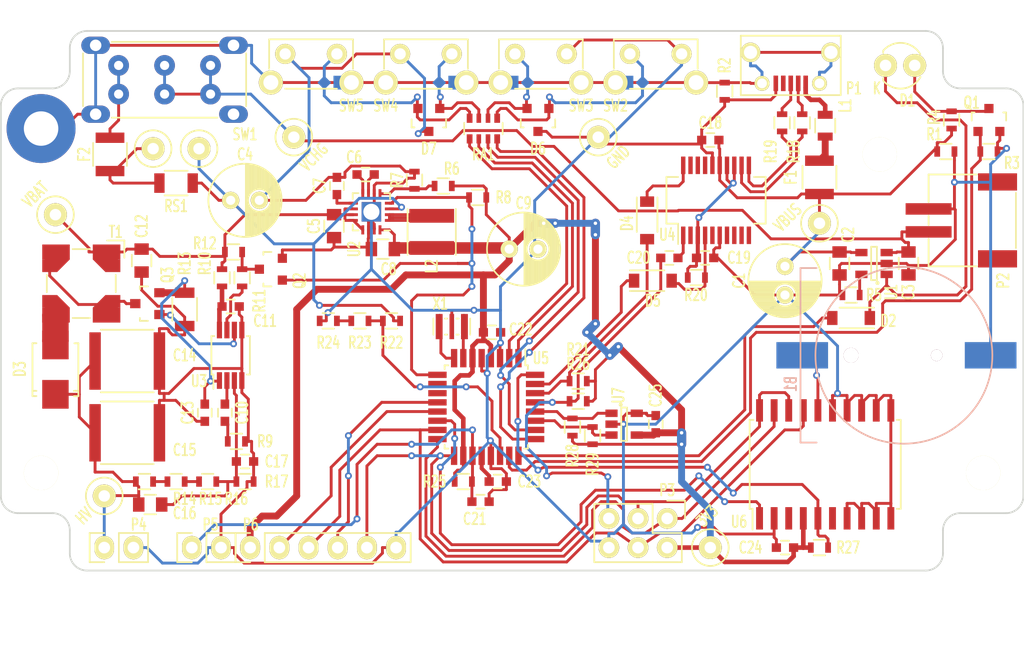
<source format=kicad_pcb>
(kicad_pcb (version 20171130) (host pcbnew "(5.1.12)-1")
  (title_block (title "Divergence Meter Control Board") (date 2017-02-19) (rev 0.20161231) (company q61.org) (comment 4 "License: CC BY-SA 4.0 International"))
  (layers (0 F.Cu signal) (31 B.Cu signal) (34 B.Paste user) (35 F.Paste user) (36 B.SilkS user) (37 F.SilkS user) (38 B.Mask user) (39 F.Mask user) (44 Edge.Cuts user))
  (net 0 "")
  (net 1 "Net-(B1-Pad1)")
  (net 2 GND)
  (net 3 /VBUS)
  (net 4 /VCHG)
  (net 5 /VBAT)
  (net 6 "Net-(C6-Pad1)")
  (net 7 "Net-(C6-Pad2)")
  (net 8 "Net-(C7-Pad1)")
  (net 9 +3V3)
  (net 10 "Net-(C10-Pad1)")
  (net 11 "Net-(C10-Pad2)")
  (net 12 "Net-(C11-Pad1)")
  (net 13 /ISEN)
  (net 14 HT)
  (net 15 /FB)
  (net 16 "Net-(C19-Pad1)")
  (net 17 /AVR_RST)
  (net 18 "Net-(C20-Pad2)")
  (net 19 /OPTO)
  (net 20 "Net-(C23-Pad1)")
  (net 21 "Net-(D1-Pad1)")
  (net 22 "Net-(D1-Pad2)")
  (net 23 /CHG_STAT)
  (net 24 "Net-(D3-Pad2)")
  (net 25 "Net-(D4-Pad1)")
  (net 26 /FT->AVR)
  (net 27 /FT<-AVR)
  (net 28 "Net-(D5-Pad2)")
  (net 29 "Net-(D6-Pad1)")
  (net 30 "Net-(D6-Pad2)")
  (net 31 "Net-(D7-Pad1)")
  (net 32 "Net-(D7-Pad2)")
  (net 33 "Net-(F1-Pad1)")
  (net 34 "Net-(F2-Pad1)")
  (net 35 /CHASSIS)
  (net 36 "Net-(L2-Pad1)")
  (net 37 "Net-(P1-Pad2)")
  (net 38 "Net-(P1-Pad3)")
  (net 39 "Net-(P1-Pad4)")
  (net 40 /MISO)
  (net 41 /SCK)
  (net 42 /MOSI)
  (net 43 /APWM)
  (net 44 /RCLK)
  (net 45 /CHG_LED)
  (net 46 /PG)
  (net 47 "Net-(Q2-Pad3)")
  (net 48 "Net-(Q3-Pad1)")
  (net 49 "Net-(Q3-Pad3)")
  (net 50 "Net-(R5-Pad1)")
  (net 51 "Net-(R6-Pad2)")
  (net 52 "Net-(R11-Pad1)")
  (net 53 "Net-(R14-Pad2)")
  (net 54 "Net-(R15-Pad2)")
  (net 55 "Net-(R18-Pad2)")
  (net 56 "Net-(R19-Pad2)")
  (net 57 "Net-(R22-Pad2)")
  (net 58 "Net-(R23-Pad2)")
  (net 59 /SQW)
  (net 60 /SCL)
  (net 61 /SDA)
  (net 62 /SW0)
  (net 63 /SW2)
  (net 64 /SW1)
  (net 65 /SW3)
  (net 66 "Net-(U4-Pad2)")
  (net 67 "Net-(U4-Pad5)")
  (net 68 "Net-(U4-Pad7)")
  (net 69 "Net-(U4-Pad8)")
  (net 70 "Net-(U4-Pad9)")
  (net 71 "Net-(U4-Pad10)")
  (net 72 "Net-(U4-Pad17)")
  (net 73 "Net-(U4-Pad18)")
  (net 74 "Net-(U4-Pad19)")
  (net 75 "Net-(U5-Pad7)")
  (net 76 "Net-(U5-Pad8)")
  (net 77 /DS_SS)
  (net 78 "Net-(U6-Pad3)")
  (net 79 "Net-(U6-Pad6)")
  (net 80 "Net-(L1-Pad1)")
  (net 81 "Net-(F2-Pad2)")
  (net 82 "Net-(U5-Pad10)")
  (net 83 "Net-(U5-Pad11)")
  (module LEDs:LED-3MM (layer F.Cu) (at 123.5 64.5)
    (fp_text reference D1 (at 1.91 3.06) (layer F.SilkS) (effects (font (size 1 0.7))))
    (fp_text value CHG)
    (fp_text user K (at -0.75 2) (layer F.SilkS) (effects (font (size 1 0.7))))
    (pad 1 thru_hole circle (at 0 0 90) (size 2 2) (drill 1.00076) (layers *.Cu *.Mask F.SilkS) (net 21 "Net-(D1-Pad1)"))
    (pad 2 thru_hole circle (at 2.54 0) (size 2 2) (drill 1.00076) (layers *.Cu *.Mask F.SilkS) (net 22 "Net-(D1-Pad2)"))
  )
  (module Connect:USB_Micro-B (layer F.Cu) (at 115.25 64.5 180)
    (fp_text reference P1 (at -5.5 -2 180) (layer F.SilkS) (effects (font (size 1 0.7))))
    (fp_text value USB_OTG)
    (pad 1 smd rect (at -1.3009 -1.56254 270) (size 1.35 0.4) (layers F.Cu F.Paste F.Mask) (net 80 "Net-(L1-Pad1)"))
    (pad 2 smd rect (at -0.6509 -1.56254 270) (size 1.35 0.4) (layers F.Cu F.Paste F.Mask) (net 37 "Net-(P1-Pad2)"))
    (pad 3 smd rect (at -0.0009 -1.56254 270) (size 1.35 0.4) (layers F.Cu F.Paste F.Mask) (net 38 "Net-(P1-Pad3)"))
    (pad 4 smd rect (at 0.6491 -1.56254 270) (size 1.35 0.4) (layers F.Cu F.Paste F.Mask) (net 39 "Net-(P1-Pad4)"))
    (pad 5 smd rect (at 1.2991 -1.56254 270) (size 1.35 0.4) (layers F.Cu F.Paste F.Mask) (net 2 GND))
    (pad 6 thru_hole oval (at -2.5009 -1.56254 270) (size 1.3 1.3) (drill oval 0.85) (layers *.Cu *.Mask F.SilkS) (net 35 /CHASSIS))
    (pad 6 thru_hole oval (at 2.4991 -1.56254 270) (size 1.3 1.3) (drill oval 0.85) (layers *.Cu *.Mask F.SilkS) (net 35 /CHASSIS))
    (pad 6 thru_hole oval (at -3.5009 1.13746 270) (size 1.7 1.7) (drill oval 1.15) (layers *.Cu *.Mask F.SilkS) (net 35 /CHASSIS))
    (pad 6 thru_hole oval (at 3.4991 1.13746 270) (size 1.7 1.7) (drill oval 1.15) (layers *.Cu *.Mask F.SilkS) (net 35 /CHASSIS))
  )
  (module Buttons_Switches_ThroughHole:SW_Tactile_SPST_Angled (layer F.Cu) (at 81.25 63.5)
    (fp_text reference SW4 (at -1.25 4.5) (layer F.SilkS) (effects (font (size 1 0.7))))
    (fp_text value Push)
    (pad 4 thru_hole circle (at 5.76 2.49) (size 2.1 2.1) (drill 1.3) (layers *.Cu *.Mask F.SilkS) (net 35 /CHASSIS))
    (pad 2 thru_hole circle (at 4.5 0) (size 1.75 1.75) (drill 0.99) (layers *.Cu *.Mask F.SilkS) (net 31 "Net-(D7-Pad1)"))
    (pad 1 thru_hole circle (at 0 0) (size 1.75 1.75) (drill 0.99) (layers *.Cu *.Mask F.SilkS) (net 2 GND))
    (pad 3 thru_hole circle (at -1.25 2.49) (size 2.1 2.1) (drill 1.3) (layers *.Cu *.Mask F.SilkS) (net 35 /CHASSIS))
  )
  (module q61:Ceralock_CSTCE-G (layer F.Cu) (at 85.75 87.25)
    (fp_text reference X1 (at -1 -2) (layer F.SilkS) (effects (font (size 1 0.7))))
    (fp_text value 8MHz)
    (pad 1 smd rect (at -1.2 0) (size 0.4 2.2) (layers F.Cu F.Paste F.Mask) (net 76 "Net-(U5-Pad8)"))
    (pad 3 smd rect (at 0 0) (size 0.4 2.2) (layers F.Cu F.Paste F.Mask) (net 2 GND))
    (pad 2 smd rect (at 1.2 0) (size 0.4 2.2) (layers F.Cu F.Paste F.Mask) (net 75 "Net-(U5-Pad7)"))
    (pad 1 smd rect (at -0.95 0) (size 0.3 2.2) (layers F.Cu F.Paste F.Mask) (net 76 "Net-(U5-Pad8)"))
    (pad 2 smd rect (at 0.95 0) (size 0.3 2.2) (layers F.Cu F.Paste F.Mask) (net 75 "Net-(U5-Pad7)"))
  )
  (module Pin_Headers:Pin_Header_Straight_2x03 (layer F.Cu) (at 104.5 106.5 270)
    (fp_text reference P3 (at -5 0) (layer F.SilkS) (effects (font (size 1 0.7))))
    (fp_text value ISP)
    (pad 1 thru_hole oval (at -2.54 0 270) (size 1.8 1.8) (drill 1.016) (layers *.Cu *.Mask F.SilkS) (net 40 /MISO))
    (pad 2 thru_hole oval (at 0 0 270) (size 1.8 1.8) (drill 1.016) (layers *.Cu *.Mask F.SilkS) (net 9 +3V3))
    (pad 3 thru_hole oval (at -2.54 2.54 270) (size 1.8 1.8) (drill 1.016) (layers *.Cu *.Mask F.SilkS) (net 41 /SCK))
    (pad 4 thru_hole oval (at 0 2.54 270) (size 1.8 1.8) (drill 1.016) (layers *.Cu *.Mask F.SilkS) (net 42 /MOSI))
    (pad 5 thru_hole oval (at -2.54 5.08 270) (size 1.8 1.8) (drill 1.016) (layers *.Cu *.Mask F.SilkS) (net 17 /AVR_RST))
    (pad 6 thru_hole oval (at 0 5.08 270) (size 1.8 1.8) (drill 1.016) (layers *.Cu *.Mask F.SilkS) (net 2 GND))
  )
  (module Pin_Headers:Pin_Header_Straight_1x06 (layer F.Cu) (at 68.2 106.5 90)
    (fp_text reference P6 (at 2 0.05 180) (layer F.SilkS) (effects (font (size 1 0.7))))
    (fp_text value DATA)
    (pad 1 thru_hole oval (at 0 0 90) (size 2.032 1.7272) (drill 1.016) (layers *.Cu *.Mask F.SilkS) (net 9 +3V3))
    (pad 2 thru_hole oval (at 0 2.54 90) (size 2.032 1.7272) (drill 1.016) (layers *.Cu *.Mask F.SilkS) (net 43 /APWM))
    (pad 3 thru_hole oval (at 0 5.08 90) (size 2.032 1.7272) (drill 1.016) (layers *.Cu *.Mask F.SilkS) (net 42 /MOSI))
    (pad 4 thru_hole oval (at 0 7.62 90) (size 2.032 1.7272) (drill 1.016) (layers *.Cu *.Mask F.SilkS) (net 44 /RCLK))
    (pad 5 thru_hole oval (at 0 10.16 90) (size 2.032 1.7272) (drill 1.016) (layers *.Cu *.Mask F.SilkS) (net 41 /SCK))
    (pad 6 thru_hole oval (at 0 12.7 90) (size 2.032 1.7272) (drill 1.016) (layers *.Cu *.Mask F.SilkS) (net 2 GND))
  )
  (module Pin_Headers:Pin_Header_Straight_1x02 (layer F.Cu) (at 63.12 106.5 90)
    (fp_text reference P5 (at 2 1.63 180) (layer F.SilkS) (effects (font (size 1 0.7))))
    (fp_text value OPTO)
    (pad 1 thru_hole oval (at 0 0 90) (size 2.032 1.7) (drill 1.016) (layers *.Cu *.Mask F.SilkS) (net 19 /OPTO))
    (pad 2 thru_hole oval (at 0 2.54 90) (size 2.032 1.7) (drill 1.016) (layers *.Cu *.Mask F.SilkS) (net 2 GND))
  )
  (module Pin_Headers:Pin_Header_Straight_1x02 (layer F.Cu) (at 55.5 106.5 90)
    (fp_text reference P4 (at 2 3 180) (layer F.SilkS) (effects (font (size 1 0.7))))
    (fp_text value HV)
    (pad 1 thru_hole oval (at 0 0 90) (size 2.032 1.7) (drill 1.016) (layers *.Cu *.Mask F.SilkS) (net 14 HT))
    (pad 2 thru_hole oval (at 0 2.54 90) (size 2.032 1.7) (drill 1.016) (layers *.Cu *.Mask F.SilkS) (net 2 GND))
  )
  (module Test_1 (layer F.Cu) (at 55.5 102)
    (fp_text reference TP6 hide)
    (fp_text value 170V)
    (pad 1 thru_hole circle (at 0 0) (size 2 2) (drill 1) (layers *.Cu *.Mask F.SilkS) (net 14 HT))
  )
  (module Housings_DFN_QFN:QFN-16-1EP_3x3mm_Pitch0.5mm (layer F.Cu) (at 78.75 77.25 180)
    (fp_text reference U2 (at 1.5 -3.25 270) (layer F.SilkS) (effects (font (size 1 0.7))))
    (fp_text value TLV62090)
    (pad 1 smd rect (at -1.575 -0.75 180) (size 0.8 0.25) (layers F.Cu F.Paste F.Mask) (net 36 "Net-(L2-Pad1)"))
    (pad 2 smd rect (at -1.575 -0.25 180) (size 0.8 0.25) (layers F.Cu F.Paste F.Mask) (net 36 "Net-(L2-Pad1)"))
    (pad 3 smd rect (at -1.575 0.25 180) (size 0.8 0.25) (layers F.Cu F.Paste F.Mask) (net 5 /VBAT))
    (pad 4 smd rect (at -1.575 0.75 180) (size 0.8 0.25) (layers F.Cu F.Paste F.Mask) (net 46 /PG))
    (pad 5 smd rect (at -0.75 1.575 270) (size 0.8 0.25) (layers F.Cu F.Paste F.Mask) (net 51 "Net-(R6-Pad2)"))
    (pad 6 smd rect (at -0.25 1.575 270) (size 0.8 0.25) (layers F.Cu F.Paste F.Mask) (net 2 GND))
    (pad 7 smd rect (at 0.25 1.575 270) (size 0.8 0.25) (layers F.Cu F.Paste F.Mask) (net 7 "Net-(C6-Pad2)"))
    (pad 8 smd rect (at 0.75 1.575 270) (size 0.8 0.25) (layers F.Cu F.Paste F.Mask) (net 6 "Net-(C6-Pad1)"))
    (pad 9 smd rect (at 1.575 0.75 180) (size 0.8 0.25) (layers F.Cu F.Paste F.Mask) (net 8 "Net-(C7-Pad1)"))
    (pad 10 smd rect (at 1.575 0.25 180) (size 0.8 0.25) (layers F.Cu F.Paste F.Mask) (net 5 /VBAT))
    (pad 11 smd rect (at 1.575 -0.25 180) (size 0.8 0.25) (layers F.Cu F.Paste F.Mask) (net 5 /VBAT))
    (pad 12 smd rect (at 1.575 -0.75 180) (size 0.8 0.25) (layers F.Cu F.Paste F.Mask) (net 5 /VBAT))
    (pad 13 smd rect (at 0.75 -1.575 270) (size 0.8 0.25) (layers F.Cu F.Paste F.Mask) (net 5 /VBAT))
    (pad 14 smd rect (at 0.25 -1.575 270) (size 0.8 0.25) (layers F.Cu F.Paste F.Mask) (net 2 GND))
    (pad 15 smd rect (at -0.25 -1.575 270) (size 0.8 0.25) (layers F.Cu F.Paste F.Mask) (net 2 GND))
    (pad 16 smd rect (at -0.75 -1.575 270) (size 0.8 0.25) (layers F.Cu F.Paste F.Mask) (net 9 +3V3))
    (pad 15 thru_hole rect (at 0 0 180) (size 1.7 1.7) (drill 1.4) (layers *.Cu *.Mask) (net 2 GND))
  )
  (module Connect:PINHEAD1-3 (layer F.Cu) (at 60.75 65.75)
    (fp_text reference SW1 (at 7 4.75) (layer F.SilkS) (effects (font (size 1 0.7))))
    (fp_text value PWR)
    (pad 3 thru_hole oval (at -4 -1.25) (size 1.8 1.8) (drill 0.8) (layers *.Cu *.Mask) (net 34 "Net-(F2-Pad1)"))
    (pad 2 thru_hole oval (at 0 -1.25) (size 1.8 1.8) (drill 0.8) (layers *.Cu *.Mask) (net 4 /VCHG))
    (pad 1 thru_hole oval (at 4 -1.25) (size 1.8 1.8) (drill 0.8) (layers *.Cu *.Mask) (net 4 /VCHG))
    (pad 3 thru_hole oval (at -4 1.25) (size 1.8 1.8) (drill 0.8) (layers *.Cu *.Mask) (net 34 "Net-(F2-Pad1)"))
    (pad 2 thru_hole oval (at 0 1.25) (size 1.8 1.8) (drill 0.8) (layers *.Cu *.Mask) (net 4 /VCHG))
    (pad 1 thru_hole oval (at 4 1.25) (size 1.8 1.8) (drill 0.8) (layers *.Cu *.Mask) (net 4 /VCHG))
    (pad 4 thru_hole oval (at -6 -3) (size 2.5 1.5) (drill 1) (layers *.Cu *.Mask) (net 35 /CHASSIS))
    (pad 4 thru_hole oval (at -6 3) (size 2.5 1.5) (drill 1) (layers *.Cu *.Mask) (net 35 /CHASSIS))
    (pad 4 thru_hole oval (at 6 3) (size 2.5 1.5) (drill 1) (layers *.Cu *.Mask))
    (pad 4 thru_hole oval (at 6 -3) (size 2.5 1.5) (drill 1) (layers *.Cu *.Mask) (net 35 /CHASSIS))
  )
  (module Mounting_Holes:MountingHole_3mm (layer F.Cu) (at 123 72.25)
    (fp_text reference REF**_4 hide)
    (fp_text value MountingHole_3mm hide)
    (pad 1 np_thru_hole circle (at 0 0) (size 3 3) (drill 3) (layers *.Cu *.Mask F.SilkS))
  )
  (module Mounting_Holes:MountingHole_3mm (layer F.Cu) (at 132 100)
    (fp_text reference REF**_3 hide)
    (fp_text value MountingHole_3mm hide)
    (pad 1 np_thru_hole circle (at 0 0) (size 3 3) (drill 3) (layers *.Cu *.Mask F.SilkS))
  )
  (module Mounting_Holes:MountingHole_3mm (layer F.Cu) (at 50 70)
    (fp_text reference REF**_2 hide)
    (fp_text value MountingHole_3mm hide)
    (pad 1 thru_hole circle (at 0 0) (size 6 6) (drill 3) (layers *.Cu *.Mask) (net 35 /CHASSIS))
  )
  (module Transformer_LPR6235 (layer F.Cu) (at 53.5 83.5 180)
    (fp_text reference T1 (at -3 4.5 180) (layer F.SilkS) (effects (font (size 1 0.7))))
    (fp_text value LPR6235)
    (pad 1 smd rect (at -2.2 2.75 180) (size 2.4 1.3) (layers F.Cu F.Paste F.Mask) (net 5 /VBAT))
    (pad 2 smd rect (at 2.2 2.75 180) (size 2.4 1.3) (layers F.Cu F.Paste F.Mask) (net 49 "Net-(Q3-Pad3)"))
    (pad 3 smd rect (at 2.2 -2.75 180) (size 2.4 1.3) (layers F.Cu F.Paste F.Mask) (net 24 "Net-(D3-Pad2)"))
    (pad 4 smd rect (at -2.2 -2.75 180) (size 2.4 1.3) (layers F.Cu F.Paste F.Mask) (net 49 "Net-(Q3-Pad3)"))
    (pad 1 smd rect (at -2.75 1.55 180) (size 1.3 1.1) (layers F.Cu F.Paste F.Mask) (net 5 /VBAT))
    (pad 1 smd rect (at -2.1 2.1 225) (size 1.555 1.555) (layers F.Cu F.Paste F.Mask) (net 5 /VBAT))
    (pad 2 smd rect (at 2.75 1.55 180) (size 1.3 1.1) (layers F.Cu F.Paste F.Mask) (net 49 "Net-(Q3-Pad3)"))
    (pad 2 smd rect (at 2.1 2.1 225) (size 1.555 1.555) (layers F.Cu F.Paste F.Mask) (net 49 "Net-(Q3-Pad3)"))
    (pad 3 smd rect (at 2.75 -1.55 180) (size 1.3 1.1) (layers F.Cu F.Paste F.Mask) (net 24 "Net-(D3-Pad2)"))
    (pad 3 smd rect (at 2.1 -2.1 225) (size 1.555 1.555) (layers F.Cu F.Paste F.Mask) (net 24 "Net-(D3-Pad2)"))
    (pad 4 smd rect (at -2.75 -1.55 180) (size 1.3 1.1) (layers F.Cu F.Paste F.Mask) (net 49 "Net-(Q3-Pad3)"))
    (pad 4 smd rect (at -2.1 -2.1 225) (size 1.555 1.555) (layers F.Cu F.Paste F.Mask) (net 49 "Net-(Q3-Pad3)"))
  )
  (module TO_SOT_Packages_SMD:SOT-23 (layer F.Cu) (at 59.25 85.25 90)
    (fp_text reference Q3 (at 2.5 1.75 90) (layer F.SilkS) (effects (font (size 1 0.7))))
    (fp_text value RSR030N06TL)
    (pad 1 smd rect (at -0.95 1.05 90) (size 0.8001 0.9) (layers F.Cu F.Paste F.Mask) (net 48 "Net-(Q3-Pad1)"))
    (pad 2 smd rect (at 0.95 1.05 90) (size 0.8001 0.9) (layers F.Cu F.Paste F.Mask) (net 13 /ISEN))
    (pad 3 smd rect (at 0 -1.05 90) (size 0.8001 0.9) (layers F.Cu F.Paste F.Mask) (net 49 "Net-(Q3-Pad3)"))
  )
  (module q61:Battery_CR1220 (layer B.Cu) (at 120.5 89.75 90)
    (fp_text reference B1 (at -2.5 -5.25 90) (layer B.SilkS) (effects (font (size 1 0.7)) (justify mirror)))
    (fp_text value Battery)
    (pad 1 smd rect (at 0 -4.25 90) (size 2.3 4.5) (layers B.Cu B.Paste B.Mask) (net 1 "Net-(B1-Pad1)"))
    (pad 2 smd rect (at 0 12.15 90) (size 2.3 4.5) (layers B.Cu B.Paste B.Mask) (net 2 GND))
    (pad N1 thru_hole circle (at 0 0 90) (size 1.3 1.3) (drill 1.3) (layers *.Cu *.Mask B.SilkS))
    (pad N2 thru_hole circle (at 0 7.45 90) (size 1 1) (drill 1) (layers *.Cu *.Mask B.SilkS))
  )
  (module Capacitors_SMD:C_0805 (layer F.Cu) (at 119.5 81.75 270)
    (fp_text reference C2 (at -2.5 -0.75 270) (layer F.SilkS) (effects (font (size 1 0.7))))
    (fp_text value 4.7u)
    (pad 1 smd rect (at -1 0 270) (size 1 1.25) (layers F.Cu F.Paste F.Mask) (net 3 /VBUS))
    (pad 2 smd rect (at 1 0 270) (size 1 1.25) (layers F.Cu F.Paste F.Mask) (net 2 GND))
  )
  (module Capacitors_SMD:C_0805 (layer F.Cu) (at 125.5 81.75 270)
    (fp_text reference C3 (at 2.5 0 270) (layer F.SilkS) (effects (font (size 1 0.7))))
    (fp_text value 4.7u)
    (pad 1 smd rect (at -1 0 270) (size 1 1.25) (layers F.Cu F.Paste F.Mask) (net 4 /VCHG))
    (pad 2 smd rect (at 1 0 270) (size 1 1.25) (layers F.Cu F.Paste F.Mask) (net 2 GND))
  )
  (module Capacitors_SMD:C_0805 (layer F.Cu) (at 75.5 78.5 270)
    (fp_text reference C5 (at 0 1.75 270) (layer F.SilkS) (effects (font (size 1 0.7))))
    (fp_text value 22u)
    (pad 1 smd rect (at -1 0 270) (size 1 1.25) (layers F.Cu F.Paste F.Mask) (net 5 /VBAT))
    (pad 2 smd rect (at 1 0 270) (size 1 1.25) (layers F.Cu F.Paste F.Mask) (net 2 GND))
  )
  (module Capacitors_SMD:C_0603 (layer F.Cu) (at 78.25 74)
    (fp_text reference C6 (at -1 -1.5) (layer F.SilkS) (effects (font (size 1 0.7))))
    (fp_text value 0.01u)
    (pad 1 smd rect (at -0.75 0) (size 0.8 0.75) (layers F.Cu F.Paste F.Mask) (net 6 "Net-(C6-Pad1)"))
    (pad 2 smd rect (at 0.75 0) (size 0.8 0.75) (layers F.Cu F.Paste F.Mask) (net 7 "Net-(C6-Pad2)"))
  )
  (module Capacitors_SMD:C_0603 (layer F.Cu) (at 75.75 75 90)
    (fp_text reference C7 (at 0 -1.5 90) (layer F.SilkS) (effects (font (size 1 0.7))))
    (fp_text value 0.01u)
    (pad 1 smd rect (at -0.75 0 90) (size 0.8 0.75) (layers F.Cu F.Paste F.Mask) (net 8 "Net-(C7-Pad1)"))
    (pad 2 smd rect (at 0.75 0 90) (size 0.8 0.75) (layers F.Cu F.Paste F.Mask) (net 2 GND))
  )
  (module Capacitors_SMD:C_0805 (layer F.Cu) (at 79.75 80.5 180)
    (fp_text reference C8 (at -0.5 -1.75 180) (layer F.SilkS) (effects (font (size 1 0.7))))
    (fp_text value 22u)
    (pad 1 smd rect (at -1 0 180) (size 1 1.25) (layers F.Cu F.Paste F.Mask) (net 9 +3V3))
    (pad 2 smd rect (at 1 0 180) (size 1 1.25) (layers F.Cu F.Paste F.Mask) (net 2 GND))
  )
  (module Capacitors_SMD:C_0603 (layer F.Cu) (at 66 94.75 270)
    (fp_text reference C10 (at 0 -1.5 270) (layer F.SilkS) (effects (font (size 1 0.7))))
    (fp_text value 0.1u)
    (pad 1 smd rect (at -0.75 0 270) (size 0.8 0.75) (layers F.Cu F.Paste F.Mask) (net 10 "Net-(C10-Pad1)"))
    (pad 2 smd rect (at 0.75 0 270) (size 0.8 0.75) (layers F.Cu F.Paste F.Mask) (net 11 "Net-(C10-Pad2)"))
  )
  (module Capacitors_SMD:C_0603 (layer F.Cu) (at 66.5 85.5)
    (fp_text reference C11 (at 3 1.25) (layer F.SilkS) (effects (font (size 1 0.7))))
    (fp_text value 0.1u)
    (pad 1 smd rect (at -0.75 0) (size 0.8 0.75) (layers F.Cu F.Paste F.Mask) (net 12 "Net-(C11-Pad1)"))
    (pad 2 smd rect (at 0.75 0) (size 0.8 0.75) (layers F.Cu F.Paste F.Mask) (net 2 GND))
  )
  (module Capacitors_SMD:C_0805 (layer F.Cu) (at 58.75 81.5 270)
    (fp_text reference C12 (at -3 0 270) (layer F.SilkS) (effects (font (size 1 0.7))))
    (fp_text value 22u)
    (pad 1 smd rect (at -1 0 270) (size 1 1.25) (layers F.Cu F.Paste F.Mask) (net 5 /VBAT))
    (pad 2 smd rect (at 1 0 270) (size 1 1.25) (layers F.Cu F.Paste F.Mask) (net 2 GND))
  )
  (module Capacitors_SMD:C_0603 (layer F.Cu) (at 64.25 94.75 270)
    (fp_text reference C13 (at 0 1.5 270) (layer F.SilkS) (effects (font (size 1 0.7))))
    (fp_text value 0.01u)
    (pad 1 smd rect (at -0.75 0 270) (size 0.8 0.75) (layers F.Cu F.Paste F.Mask) (net 13 /ISEN))
    (pad 2 smd rect (at 0.75 0 270) (size 0.8 0.75) (layers F.Cu F.Paste F.Mask) (net 2 GND))
  )
  (module Capacitors_SMD:C_2220 (layer F.Cu) (at 57.5 90.25)
    (fp_text reference C14 (at 5 -0.5) (layer F.SilkS) (effects (font (size 1 0.7))))
    (fp_text value 1u)
    (pad 1 smd rect (at -2.8 0) (size 1 5) (layers F.Cu F.Paste F.Mask) (net 14 HT))
    (pad 2 smd rect (at 2.8 0) (size 1 5) (layers F.Cu F.Paste F.Mask) (net 2 GND))
  )
  (module Capacitors_SMD:C_2220 (layer F.Cu) (at 57.5 96.5)
    (fp_text reference C15 (at 5 1.5) (layer F.SilkS) (effects (font (size 1 0.7))))
    (fp_text value 1u)
    (pad 1 smd rect (at -2.8 0) (size 1 5) (layers F.Cu F.Paste F.Mask) (net 14 HT))
    (pad 2 smd rect (at 2.8 0) (size 1 5) (layers F.Cu F.Paste F.Mask) (net 2 GND))
  )
  (module Capacitors_SMD:C_0805 (layer F.Cu) (at 59.5 102.75)
    (fp_text reference C16 (at 3 0.75) (layer F.SilkS) (effects (font (size 1 0.7))))
    (fp_text value 100p)
    (pad 1 smd rect (at -1 0) (size 1 1.25) (layers F.Cu F.Paste F.Mask) (net 14 HT))
    (pad 2 smd rect (at 1 0) (size 1 1.25) (layers F.Cu F.Paste F.Mask) (net 15 /FB))
  )
  (module Capacitors_SMD:C_0603 (layer F.Cu) (at 67.75 99)
    (fp_text reference C17 (at 2.75 0) (layer F.SilkS) (effects (font (size 1 0.7))))
    (fp_text value 0.01u)
    (pad 1 smd rect (at -0.75 0) (size 0.8 0.75) (layers F.Cu F.Paste F.Mask) (net 15 /FB))
    (pad 2 smd rect (at 0.75 0) (size 0.8 0.75) (layers F.Cu F.Paste F.Mask) (net 2 GND))
  )
  (module Capacitors_SMD:C_0603 (layer F.Cu) (at 108.25 71 180)
    (fp_text reference C18 (at 0 1.5 180) (layer F.SilkS) (effects (font (size 1 0.7))))
    (fp_text value 0.1u)
    (pad 1 smd rect (at -0.75 0 180) (size 0.8 0.75) (layers F.Cu F.Paste F.Mask) (net 3 /VBUS))
    (pad 2 smd rect (at 0.75 0 180) (size 0.8 0.75) (layers F.Cu F.Paste F.Mask) (net 2 GND))
  )
  (module Capacitors_SMD:C_0603 (layer F.Cu) (at 107.798 81.2665)
    (fp_text reference C19 (at 2.9525 -0.0165) (layer F.SilkS) (effects (font (size 1 0.7))))
    (fp_text value 0.1u)
    (pad 1 smd rect (at -0.75 0) (size 0.8 0.75) (layers F.Cu F.Paste F.Mask) (net 16 "Net-(C19-Pad1)"))
    (pad 2 smd rect (at 0.75 0) (size 0.8 0.75) (layers F.Cu F.Paste F.Mask) (net 2 GND))
  )
  (module Capacitors_SMD:C_0603 (layer F.Cu) (at 104.686 81.2665)
    (fp_text reference C20 (at -2.686 -0.0165) (layer F.SilkS) (effects (font (size 1 0.7))))
    (fp_text value 0.1u)
    (pad 1 smd rect (at -0.75 0) (size 0.8 0.75) (layers F.Cu F.Paste F.Mask) (net 17 /AVR_RST))
    (pad 2 smd rect (at 0.75 0) (size 0.8 0.75) (layers F.Cu F.Paste F.Mask) (net 18 "Net-(C20-Pad2)"))
  )
  (module Capacitors_SMD:C_0603 (layer F.Cu) (at 88.25 102.5)
    (fp_text reference C21 (at -0.5 1.5) (layer F.SilkS) (effects (font (size 1 0.7))))
    (fp_text value 1u)
    (pad 1 smd rect (at -0.75 0) (size 0.8 0.75) (layers F.Cu F.Paste F.Mask) (net 19 /OPTO))
    (pad 2 smd rect (at 0.75 0) (size 0.8 0.75) (layers F.Cu F.Paste F.Mask) (net 2 GND))
  )
  (module Capacitors_SMD:C_0603 (layer F.Cu) (at 89.25 87.75)
    (fp_text reference C22 (at 2.5 -0.25) (layer F.SilkS) (effects (font (size 1 0.7))))
    (fp_text value 0.1u)
    (pad 1 smd rect (at -0.75 0) (size 0.8 0.75) (layers F.Cu F.Paste F.Mask) (net 9 +3V3))
    (pad 2 smd rect (at 0.75 0) (size 0.8 0.75) (layers F.Cu F.Paste F.Mask) (net 2 GND))
  )
  (module Capacitors_SMD:C_0603 (layer F.Cu) (at 89.75 100.75)
    (fp_text reference C23 (at 2.75 0) (layer F.SilkS) (effects (font (size 1 0.7))))
    (fp_text value 0.1u)
    (pad 1 smd rect (at -0.75 0) (size 0.8 0.75) (layers F.Cu F.Paste F.Mask) (net 20 "Net-(C23-Pad1)"))
    (pad 2 smd rect (at 0.75 0) (size 0.8 0.75) (layers F.Cu F.Paste F.Mask) (net 2 GND))
  )
  (module Capacitors_SMD:C_0603 (layer F.Cu) (at 114.75 106.5 180)
    (fp_text reference C24 (at 3 0 180) (layer F.SilkS) (effects (font (size 1 0.7))))
    (fp_text value 0.1u)
    (pad 1 smd rect (at -0.75 0 180) (size 0.8 0.75) (layers F.Cu F.Paste F.Mask) (net 9 +3V3))
    (pad 2 smd rect (at 0.75 0 180) (size 0.8 0.75) (layers F.Cu F.Paste F.Mask) (net 2 GND))
  )
  (module Capacitors_SMD:C_0603 (layer F.Cu) (at 103.5 95.75 270)
    (fp_text reference C25 (at -2.5 0 270) (layer F.SilkS) (effects (font (size 1 0.7))))
    (fp_text value 0.1u)
    (pad 1 smd rect (at -0.75 0 270) (size 0.8 0.75) (layers F.Cu F.Paste F.Mask) (net 2 GND))
    (pad 2 smd rect (at 0.75 0 270) (size 0.8 0.75) (layers F.Cu F.Paste F.Mask) (net 9 +3V3))
  )
  (module Diodes_SMD:SOD-123 (layer F.Cu) (at 120.5 86.5 180)
    (fp_text reference D2 (at -3.25 -0.25 180) (layer F.SilkS) (effects (font (size 1 0.7))))
    (fp_text value D_Small)
    (pad 1 smd rect (at -1.635 0 180) (size 0.91 1.22) (layers F.Cu F.Paste F.Mask) (net 21 "Net-(D1-Pad1)"))
    (pad 2 smd rect (at 1.635 0 180) (size 0.91 1.22) (layers F.Cu F.Paste F.Mask) (net 23 /CHG_STAT))
  )
  (module Diodes_SMD:SMB_Standard (layer F.Cu) (at 51.25 91 90)
    (fp_text reference D3 (at 0.05 -3.1 90) (layer F.SilkS) (effects (font (size 1 0.7))))
    (fp_text value STPS4S200)
    (pad 1 smd rect (at -2.14884 0 90) (size 2.49936 2.30124) (layers F.Cu F.Paste F.Mask) (net 14 HT))
    (pad 2 smd rect (at 2.14884 0 90) (size 2.49936 2.30124) (layers F.Cu F.Paste F.Mask) (net 24 "Net-(D3-Pad2)"))
  )
  (module Diodes_SMD:SOD-123 (layer F.Cu) (at 102.75 78 270)
    (fp_text reference D4 (at 0.25 1.75 270) (layer F.SilkS) (effects (font (size 1 0.7))))
    (fp_text value D_Small)
    (pad 1 smd rect (at -1.635 0 270) (size 0.91 1.22) (layers F.Cu F.Paste F.Mask) (net 25 "Net-(D4-Pad1)"))
    (pad 2 smd rect (at 1.635 0 270) (size 0.91 1.22) (layers F.Cu F.Paste F.Mask) (net 26 /FT->AVR))
  )
  (module Diodes_SMD:SOD-123 (layer F.Cu) (at 103.25 83.25)
    (fp_text reference D5 (at 0 1.75) (layer F.SilkS) (effects (font (size 1 0.7))))
    (fp_text value D_Small)
    (pad 1 smd rect (at -1.635 0) (size 0.91 1.22) (layers F.Cu F.Paste F.Mask) (net 27 /FT<-AVR))
    (pad 2 smd rect (at 1.635 0) (size 0.91 1.22) (layers F.Cu F.Paste F.Mask) (net 28 "Net-(D5-Pad2)"))
  )
  (module TO_SOT_Packages_SMD:SOT-23 (layer F.Cu) (at 93.25 69.25 180)
    (fp_text reference D6 (at 0 -2.5 180) (layer F.SilkS) (effects (font (size 1 0.7))))
    (fp_text value MMBZ9V1ALT1G)
    (pad 1 smd rect (at -0.95 1.00076 180) (size 0.8001 0.8001) (layers F.Cu F.Paste F.Mask) (net 29 "Net-(D6-Pad1)"))
    (pad 2 smd rect (at 0.95 1.00076 180) (size 0.8001 0.8001) (layers F.Cu F.Paste F.Mask) (net 30 "Net-(D6-Pad2)"))
    (pad 3 smd rect (at 0 -0.99822 180) (size 0.8001 0.8001) (layers F.Cu F.Paste F.Mask) (net 2 GND))
  )
  (module TO_SOT_Packages_SMD:SOT-23 (layer F.Cu) (at 83.75 69.25 180)
    (fp_text reference D7 (at 0 -2.5 180) (layer F.SilkS) (effects (font (size 1 0.7))))
    (fp_text value MMBZ9V1ALT1G)
    (pad 1 smd rect (at -0.95 1.00076 180) (size 0.8001 0.8001) (layers F.Cu F.Paste F.Mask) (net 31 "Net-(D7-Pad1)"))
    (pad 2 smd rect (at 0.95 1.00076 180) (size 0.8001 0.8001) (layers F.Cu F.Paste F.Mask) (net 32 "Net-(D7-Pad2)"))
    (pad 3 smd rect (at 0 -0.99822 180) (size 0.8001 0.8001) (layers F.Cu F.Paste F.Mask) (net 2 GND))
  )
  (module Resistors_SMD:R_1210 (layer F.Cu) (at 117.75 74.25 270)
    (fp_text reference F1 (at 0 2.5 270) (layer F.SilkS) (effects (font (size 1 0.7))))
    (fp_text value 1.1A)
    (pad 1 smd rect (at -1.45 0 270) (size 0.9 2.5) (layers F.Cu F.Paste F.Mask) (net 33 "Net-(F1-Pad1)"))
    (pad 2 smd rect (at 1.45 0 270) (size 0.9 2.5) (layers F.Cu F.Paste F.Mask) (net 3 /VBUS))
  )
  (module Resistors_SMD:R_1210 (layer F.Cu) (at 56 72.25 270)
    (fp_text reference F2 (at 0 2.25 270) (layer F.SilkS) (effects (font (size 1 0.7))))
    (fp_text value 1.1A)
    (pad 1 smd rect (at -1.45 0 270) (size 0.9 2.5) (layers F.Cu F.Paste F.Mask) (net 34 "Net-(F2-Pad1)"))
    (pad 2 smd rect (at 1.45 0 270) (size 0.9 2.5) (layers F.Cu F.Paste F.Mask) (net 81 "Net-(F2-Pad2)"))
  )
  (module q61:SparkGap_0.2mm (layer B.Cu) (at 101.75 66 180)
    (fp_text reference G1 hide)
    (fp_text value Jumper_NO_Small)
    (pad 1 smd rect (at -0.6 0 135) (size 0.848 0.848) (layers B.Cu B.Paste B.Mask) (net 29 "Net-(D6-Pad1)"))
    (pad 2 smd rect (at 0.6 0 180) (size 0.8 1.2) (layers B.Cu B.Paste B.Mask) (net 35 /CHASSIS))
  )
  (module q61:SparkGap_0.2mm (layer B.Cu) (at 91.75 66 180)
    (fp_text reference G2 hide)
    (fp_text value Jumper_NO_Small)
    (pad 1 smd rect (at -0.6 0 135) (size 0.848 0.848) (layers B.Cu B.Paste B.Mask) (net 30 "Net-(D6-Pad2)"))
    (pad 2 smd rect (at 0.6 0 180) (size 0.8 1.2) (layers B.Cu B.Paste B.Mask) (net 35 /CHASSIS))
  )
  (module q61:SparkGap_0.2mm (layer B.Cu) (at 85.25 66)
    (fp_text reference G3 hide)
    (fp_text value Jumper_NO_Small)
    (pad 1 smd rect (at -0.6 0 315) (size 0.848 0.848) (layers B.Cu B.Paste B.Mask) (net 31 "Net-(D7-Pad1)"))
    (pad 2 smd rect (at 0.6 0) (size 0.8 1.2) (layers B.Cu B.Paste B.Mask) (net 35 /CHASSIS))
  )
  (module q61:SparkGap_0.2mm (layer B.Cu) (at 75.25 66)
    (fp_text reference G4 hide)
    (fp_text value Jumper_NO_Small)
    (pad 1 smd rect (at -0.6 0 315) (size 0.848 0.848) (layers B.Cu B.Paste B.Mask) (net 32 "Net-(D7-Pad2)"))
    (pad 2 smd rect (at 0.6 0) (size 0.8 1.2) (layers B.Cu B.Paste B.Mask) (net 35 /CHASSIS))
  )
  (module Resistors_SMD:R_0805 (layer F.Cu) (at 118.25 69.75 270)
    (fp_text reference L1 (at -1.75 -1.75 270) (layer F.SilkS) (effects (font (size 1 0.7))))
    (fp_text value Ferrite)
    (pad 1 smd rect (at -0.95 0 270) (size 0.7 1.3) (layers F.Cu F.Paste F.Mask) (net 80 "Net-(L1-Pad1)"))
    (pad 2 smd rect (at 0.95 0 270) (size 0.7 1.3) (layers F.Cu F.Paste F.Mask) (net 33 "Net-(F1-Pad1)"))
  )
  (module Inductors:Inductor_Taiyo-Yuden_NR-40xx (layer F.Cu) (at 84 79 270)
    (fp_text reference L2 (at 3 0 270) (layer F.SilkS) (effects (font (size 1 0.7))))
    (fp_text value 1uH)
    (pad 1 smd rect (at -1.4 0 270) (size 1.2 3.9) (layers F.Cu F.Paste F.Mask) (net 36 "Net-(L2-Pad1)"))
    (pad 2 smd rect (at 1.4 0 270) (size 1.2 3.9) (layers F.Cu F.Paste F.Mask) (net 9 +3V3))
  )
  (module q61:Conn_S2B-PH-SM4-TB (layer F.Cu) (at 127.25 78 270)
    (fp_text reference P2 (at 5.25 -6.5 270) (layer F.SilkS) (effects (font (size 1 0.7))))
    (fp_text value LiPo)
    (pad 1 smd rect (at 1 0 270) (size 1 4) (layers F.Cu F.Paste F.Mask) (net 4 /VCHG))
    (pad 2 smd rect (at -1 0 270) (size 1 4) (layers F.Cu F.Paste F.Mask) (net 2 GND))
    (pad 3 smd rect (at 3.35 -6 270) (size 1.5 3.4) (layers F.Cu F.Paste F.Mask))
    (pad 4 smd rect (at -3.35 -6 270) (size 1.5 3.4) (layers F.Cu F.Paste F.Mask))
  )
  (module TO_SOT_Packages_SMD:SOT-23 (layer F.Cu) (at 132.5 69.25)
    (fp_text reference Q1 (at -1.5 -1.5) (layer F.SilkS) (effects (font (size 1 0.7))))
    (fp_text value 2N7002)
    (pad 1 smd rect (at -0.95 1.00076) (size 0.8001 0.8001) (layers F.Cu F.Paste F.Mask) (net 45 /CHG_LED))
    (pad 2 smd rect (at 0.95 1.00076) (size 0.8001 0.8001) (layers F.Cu F.Paste F.Mask) (net 2 GND))
    (pad 3 smd rect (at 0 -0.99822) (size 0.8001 0.8001) (layers F.Cu F.Paste F.Mask) (net 22 "Net-(D1-Pad2)"))
  )
  (module TO_SOT_Packages_SMD:SOT-23 (layer F.Cu) (at 70 82.25 90)
    (fp_text reference Q2 (at -1 2.5 90) (layer F.SilkS) (effects (font (size 1 0.7))))
    (fp_text value 2N7002)
    (pad 1 smd rect (at -0.95 1.00076 90) (size 0.8001 0.8001) (layers F.Cu F.Paste F.Mask) (net 46 /PG))
    (pad 2 smd rect (at 0.95 1.00076 90) (size 0.8001 0.8001) (layers F.Cu F.Paste F.Mask) (net 2 GND))
    (pad 3 smd rect (at 0 -0.99822 90) (size 0.8001 0.8001) (layers F.Cu F.Paste F.Mask) (net 47 "Net-(Q2-Pad3)"))
  )
  (module Resistors_SMD:R_0603 (layer F.Cu) (at 128.75 72)
    (fp_text reference R1 (at -1 -1.5) (layer F.SilkS) (effects (font (size 1 0.7))))
    (fp_text value 1M)
    (pad 1 smd rect (at -0.75 0) (size 0.5 0.9) (layers F.Cu F.Paste F.Mask) (net 3 /VBUS))
    (pad 2 smd rect (at 0.75 0) (size 0.5 0.9) (layers F.Cu F.Paste F.Mask) (net 2 GND))
  )
  (module Resistors_SMD:R_0603 (layer F.Cu) (at 109.5 66.75 270)
    (fp_text reference R2 (at -2.25 0 270) (layer F.SilkS) (effects (font (size 1 0.7))))
    (fp_text value 1M)
    (pad 1 smd rect (at -0.75 0 270) (size 0.5 0.9) (layers F.Cu F.Paste F.Mask) (net 35 /CHASSIS))
    (pad 2 smd rect (at 0.75 0 270) (size 0.5 0.9) (layers F.Cu F.Paste F.Mask) (net 2 GND))
  )
  (module Resistors_SMD:R_0603 (layer F.Cu) (at 132.5 72)
    (fp_text reference R3 (at 2 1) (layer F.SilkS) (effects (font (size 1 0.7))))
    (fp_text value 470k)
    (pad 1 smd rect (at -0.75 0) (size 0.5 0.9) (layers F.Cu F.Paste F.Mask) (net 45 /CHG_LED))
    (pad 2 smd rect (at 0.75 0) (size 0.5 0.9) (layers F.Cu F.Paste F.Mask) (net 2 GND))
  )
  (module Resistors_SMD:R_0603 (layer F.Cu) (at 129.25 69.25 90)
    (fp_text reference R4 (at 0.25 -1.5 90) (layer F.SilkS) (effects (font (size 1 0.7))))
    (fp_text value 1k)
    (pad 1 smd rect (at -0.75 0 90) (size 0.5 0.9) (layers F.Cu F.Paste F.Mask) (net 3 /VBUS))
    (pad 2 smd rect (at 0.75 0 90) (size 0.5 0.9) (layers F.Cu F.Paste F.Mask) (net 22 "Net-(D1-Pad2)"))
  )
  (module Resistors_SMD:R_0603 (layer F.Cu) (at 120.5 84.5 180)
    (fp_text reference R5 (at -2 0 180) (layer F.SilkS) (effects (font (size 1 0.7))))
    (fp_text value 2k)
    (pad 1 smd rect (at -0.75 0 180) (size 0.5 0.9) (layers F.Cu F.Paste F.Mask) (net 50 "Net-(R5-Pad1)"))
    (pad 2 smd rect (at 0.75 0 180) (size 0.5 0.9) (layers F.Cu F.Paste F.Mask) (net 2 GND))
  )
  (module Resistors_SMD:R_0603 (layer F.Cu) (at 85 75 180)
    (fp_text reference R6 (at -0.75 1.5 180) (layer F.SilkS) (effects (font (size 1 0.7))))
    (fp_text value 470k)
    (pad 1 smd rect (at -0.75 0 180) (size 0.5 0.9) (layers F.Cu F.Paste F.Mask) (net 9 +3V3))
    (pad 2 smd rect (at 0.75 0 180) (size 0.5 0.9) (layers F.Cu F.Paste F.Mask) (net 51 "Net-(R6-Pad2)"))
  )
  (module Resistors_SMD:R_0603 (layer F.Cu) (at 82.5 74.5 90)
    (fp_text reference R7 (at 0 -1.5 90) (layer F.SilkS) (effects (font (size 1 0.7))))
    (fp_text value 150k)
    (pad 1 smd rect (at -0.75 0 90) (size 0.5 0.9) (layers F.Cu F.Paste F.Mask) (net 51 "Net-(R6-Pad2)"))
    (pad 2 smd rect (at 0.75 0 90) (size 0.5 0.9) (layers F.Cu F.Paste F.Mask) (net 2 GND))
  )
  (module Resistors_SMD:R_0603 (layer F.Cu) (at 88 76 180)
    (fp_text reference R8 (at -2.25 0 180) (layer F.SilkS) (effects (font (size 1 0.7))))
    (fp_text value 100k)
    (pad 1 smd rect (at -0.75 0 180) (size 0.5 0.9) (layers F.Cu F.Paste F.Mask) (net 9 +3V3))
    (pad 2 smd rect (at 0.75 0 180) (size 0.5 0.9) (layers F.Cu F.Paste F.Mask) (net 46 /PG))
  )
  (module Resistors_SMD:R_0603 (layer F.Cu) (at 67 97.25)
    (fp_text reference R9 (at 2.5 0) (layer F.SilkS) (effects (font (size 1 0.7))))
    (fp_text value 1k)
    (pad 1 smd rect (at -0.75 0) (size 0.5 0.9) (layers F.Cu F.Paste F.Mask) (net 11 "Net-(C10-Pad2)"))
    (pad 2 smd rect (at 0.75 0) (size 0.5 0.9) (layers F.Cu F.Paste F.Mask) (net 2 GND))
  )
  (module Resistors_SMD:R_0603 (layer F.Cu) (at 65.75 83 270)
    (fp_text reference R10 (at -1.25 1.5 270) (layer F.SilkS) (effects (font (size 1 0.7))))
    (fp_text value 20)
    (pad 1 smd rect (at -0.75 0 270) (size 0.5 0.9) (layers F.Cu F.Paste F.Mask) (net 5 /VBAT))
    (pad 2 smd rect (at 0.75 0 270) (size 0.5 0.9) (layers F.Cu F.Paste F.Mask) (net 12 "Net-(C11-Pad1)"))
  )
  (module Resistors_SMD:R_0603 (layer F.Cu) (at 67.5 83 90)
    (fp_text reference R11 (at -2 1.5 90) (layer F.SilkS) (effects (font (size 1 0.7))))
    (fp_text value 150k)
    (pad 1 smd rect (at -0.75 0 90) (size 0.5 0.9) (layers F.Cu F.Paste F.Mask) (net 52 "Net-(R11-Pad1)"))
    (pad 2 smd rect (at 0.75 0 90) (size 0.5 0.9) (layers F.Cu F.Paste F.Mask) (net 47 "Net-(Q2-Pad3)"))
  )
  (module Resistors_SMD:R_0603 (layer F.Cu) (at 66.75 80.75 180)
    (fp_text reference R12 (at 2.5 0.75 180) (layer F.SilkS) (effects (font (size 1 0.7))))
    (fp_text value 10k)
    (pad 1 smd rect (at -0.75 0 180) (size 0.5 0.9) (layers F.Cu F.Paste F.Mask) (net 47 "Net-(Q2-Pad3)"))
    (pad 2 smd rect (at 0.75 0 180) (size 0.5 0.9) (layers F.Cu F.Paste F.Mask) (net 5 /VBAT))
  )
  (module Resistors_SMD:R_1206 (layer F.Cu) (at 62.5 85.75 270)
    (fp_text reference R13 (at -4 0 270) (layer F.SilkS) (effects (font (size 1 0.7))))
    (fp_text value 0.1)
    (pad 1 smd rect (at -1.45 0 270) (size 0.9 1.7) (layers F.Cu F.Paste F.Mask) (net 13 /ISEN))
    (pad 2 smd rect (at 1.45 0 270) (size 0.9 1.7) (layers F.Cu F.Paste F.Mask) (net 2 GND))
  )
  (module Resistors_SMD:R_0603 (layer F.Cu) (at 59 100.75)
    (fp_text reference R14 (at 3.5 1.5) (layer F.SilkS) (effects (font (size 1 0.7))))
    (fp_text value 24k)
    (pad 1 smd rect (at -0.75 0) (size 0.5 0.9) (layers F.Cu F.Paste F.Mask) (net 14 HT))
    (pad 2 smd rect (at 0.75 0) (size 0.5 0.9) (layers F.Cu F.Paste F.Mask) (net 53 "Net-(R14-Pad2)"))
  )
  (module Resistors_SMD:R_0603 (layer F.Cu) (at 61.75 100.75)
    (fp_text reference R15 (at 3 1.5) (layer F.SilkS) (effects (font (size 1 0.7))))
    (fp_text value 820k)
    (pad 1 smd rect (at -0.75 0) (size 0.5 0.9) (layers F.Cu F.Paste F.Mask) (net 53 "Net-(R14-Pad2)"))
    (pad 2 smd rect (at 0.75 0) (size 0.5 0.9) (layers F.Cu F.Paste F.Mask) (net 54 "Net-(R15-Pad2)"))
  )
  (module Resistors_SMD:R_0603 (layer F.Cu) (at 64.5 100.75)
    (fp_text reference R16 (at 2.5 1.5) (layer F.SilkS) (effects (font (size 1 0.7))))
    (fp_text value 1M)
    (pad 1 smd rect (at -0.75 0) (size 0.5 0.9) (layers F.Cu F.Paste F.Mask) (net 54 "Net-(R15-Pad2)"))
    (pad 2 smd rect (at 0.75 0) (size 0.5 0.9) (layers F.Cu F.Paste F.Mask) (net 15 /FB))
  )
  (module Resistors_SMD:R_0603 (layer F.Cu) (at 67.75 100.75)
    (fp_text reference R17 (at 2.75 0) (layer F.SilkS) (effects (font (size 1 0.7))))
    (fp_text value 13k)
    (pad 1 smd rect (at -0.75 0) (size 0.5 0.9) (layers F.Cu F.Paste F.Mask) (net 15 /FB))
    (pad 2 smd rect (at 0.75 0) (size 0.5 0.9) (layers F.Cu F.Paste F.Mask) (net 2 GND))
  )
  (module Resistors_SMD:R_0603 (layer F.Cu) (at 116.25 69.5 270)
    (fp_text reference R18 (at 2.5 0.75 270) (layer F.SilkS) (effects (font (size 1 0.7))))
    (fp_text value 27)
    (pad 1 smd rect (at -0.75 0 270) (size 0.5 0.9) (layers F.Cu F.Paste F.Mask) (net 37 "Net-(P1-Pad2)"))
    (pad 2 smd rect (at 0.75 0 270) (size 0.5 0.9) (layers F.Cu F.Paste F.Mask) (net 55 "Net-(R18-Pad2)"))
  )
  (module Resistors_SMD:R_0603 (layer F.Cu) (at 114.5 69.5 270)
    (fp_text reference R19 (at 2.5 1 270) (layer F.SilkS) (effects (font (size 1 0.7))))
    (fp_text value 27)
    (pad 1 smd rect (at -0.75 0 270) (size 0.5 0.9) (layers F.Cu F.Paste F.Mask) (net 38 "Net-(P1-Pad3)"))
    (pad 2 smd rect (at 0.75 0 270) (size 0.5 0.9) (layers F.Cu F.Paste F.Mask) (net 56 "Net-(R19-Pad2)"))
  )
  (module Resistors_SMD:R_0603 (layer F.Cu) (at 107.036 82.981)
    (fp_text reference R20 (at -0.0355 1.519) (layer F.SilkS) (effects (font (size 1 0.7))))
    (fp_text value 1k)
    (pad 1 smd rect (at -0.75 0) (size 0.5 0.9) (layers F.Cu F.Paste F.Mask) (net 16 "Net-(C19-Pad1)"))
    (pad 2 smd rect (at 0.75 0) (size 0.5 0.9) (layers F.Cu F.Paste F.Mask) (net 28 "Net-(D5-Pad2)"))
  )
  (module Resistors_SMD:R_0603 (layer F.Cu) (at 96.75 92 180)
    (fp_text reference R21 (at 0 2.75 180) (layer F.SilkS) (effects (font (size 1 0.7))))
    (fp_text value 1k)
    (pad 1 smd rect (at -0.75 0 180) (size 0.5 0.9) (layers F.Cu F.Paste F.Mask) (net 9 +3V3))
    (pad 2 smd rect (at 0.75 0 180) (size 0.5 0.9) (layers F.Cu F.Paste F.Mask) (net 26 /FT->AVR))
  )
  (module Resistors_SMD:R_0603 (layer F.Cu) (at 80.5 86.75 180)
    (fp_text reference R22 (at 0 -1.9 180) (layer F.SilkS) (effects (font (size 1 0.7))))
    (fp_text value 100k)
    (pad 1 smd rect (at -0.75 0 180) (size 0.5 0.9) (layers F.Cu F.Paste F.Mask) (net 5 /VBAT))
    (pad 2 smd rect (at 0.75 0 180) (size 0.5 0.9) (layers F.Cu F.Paste F.Mask) (net 57 "Net-(R22-Pad2)"))
  )
  (module Resistors_SMD:R_0603 (layer F.Cu) (at 77.75 86.75 180)
    (fp_text reference R23 (at 0 -1.9 180) (layer F.SilkS) (effects (font (size 1 0.7))))
    (fp_text value 100k)
    (pad 1 smd rect (at -0.75 0 180) (size 0.5 0.9) (layers F.Cu F.Paste F.Mask) (net 57 "Net-(R22-Pad2)"))
    (pad 2 smd rect (at 0.75 0 180) (size 0.5 0.9) (layers F.Cu F.Paste F.Mask) (net 58 "Net-(R23-Pad2)"))
  )
  (module Resistors_SMD:R_0603 (layer F.Cu) (at 75 86.75 180)
    (fp_text reference R24 (at 0 -1.9 180) (layer F.SilkS) (effects (font (size 1 0.7))))
    (fp_text value 100k)
    (pad 1 smd rect (at -0.75 0 180) (size 0.5 0.9) (layers F.Cu F.Paste F.Mask) (net 58 "Net-(R23-Pad2)"))
    (pad 2 smd rect (at 0.75 0 180) (size 0.5 0.9) (layers F.Cu F.Paste F.Mask) (net 2 GND))
  )
  (module Resistors_SMD:R_0603 (layer F.Cu) (at 86.75 100.75)
    (fp_text reference R25 (at -2.5 0) (layer F.SilkS) (effects (font (size 1 0.7))))
    (fp_text value 47k)
    (pad 1 smd rect (at -0.75 0) (size 0.5 0.9) (layers F.Cu F.Paste F.Mask) (net 9 +3V3))
    (pad 2 smd rect (at 0.75 0) (size 0.5 0.9) (layers F.Cu F.Paste F.Mask) (net 19 /OPTO))
  )
  (module Resistors_SMD:R_0603 (layer F.Cu) (at 96.75 93.75 180)
    (fp_text reference R26 (at 0 3.25 180) (layer F.SilkS) (effects (font (size 1 0.7))))
    (fp_text value 10k)
    (pad 1 smd rect (at -0.75 0 180) (size 0.5 0.9) (layers F.Cu F.Paste F.Mask) (net 9 +3V3))
    (pad 2 smd rect (at 0.75 0 180) (size 0.5 0.9) (layers F.Cu F.Paste F.Mask) (net 17 /AVR_RST))
  )
  (module Resistors_SMD:R_0603 (layer F.Cu) (at 117.75 106.5)
    (fp_text reference R27 (at 2.5 0) (layer F.SilkS) (effects (font (size 1 0.7))))
    (fp_text value 4.7k)
    (pad 1 smd rect (at -0.75 0) (size 0.5 0.9) (layers F.Cu F.Paste F.Mask) (net 9 +3V3))
    (pad 2 smd rect (at 0.75 0) (size 0.5 0.9) (layers F.Cu F.Paste F.Mask) (net 59 /SQW))
  )
  (module Resistors_SMD:R_0603 (layer F.Cu) (at 96.25 96 90)
    (fp_text reference R28 (at -2.5 0 90) (layer F.SilkS) (effects (font (size 1 0.7))))
    (fp_text value 4.7k)
    (pad 1 smd rect (at -0.75 0 90) (size 0.5 0.9) (layers F.Cu F.Paste F.Mask) (net 9 +3V3))
    (pad 2 smd rect (at 0.75 0 90) (size 0.5 0.9) (layers F.Cu F.Paste F.Mask) (net 60 /SCL))
  )
  (module Resistors_SMD:R_0603 (layer F.Cu) (at 98 96.75 90)
    (fp_text reference R29 (at -2.5 0 90) (layer F.SilkS) (effects (font (size 1 0.7))))
    (fp_text value 4.7k)
    (pad 1 smd rect (at -0.75 0 90) (size 0.5 0.9) (layers F.Cu F.Paste F.Mask) (net 9 +3V3))
    (pad 2 smd rect (at 0.75 0 90) (size 0.5 0.9) (layers F.Cu F.Paste F.Mask) (net 61 /SDA))
  )
  (module Resistors_SMD:R_Array_Convex_4x0603 (layer F.Cu) (at 88.5 70 270)
    (fp_text reference RA1 (at 2.25 0) (layer F.SilkS) (effects (font (size 1 0.7))))
    (fp_text value 100)
    (pad 1 smd rect (at -0.9 -1.2 270) (size 0.8 0.5) (layers F.Cu F.Paste F.Mask) (net 29 "Net-(D6-Pad1)"))
    (pad 3 smd rect (at -0.9 0.4 270) (size 0.8 0.4) (layers F.Cu F.Paste F.Mask) (net 31 "Net-(D7-Pad1)"))
    (pad 2 smd rect (at -0.9 -0.4 270) (size 0.8 0.4) (layers F.Cu F.Paste F.Mask) (net 30 "Net-(D6-Pad2)"))
    (pad 4 smd rect (at -0.9 1.2 270) (size 0.8 0.5) (layers F.Cu F.Paste F.Mask) (net 32 "Net-(D7-Pad2)"))
    (pad 7 smd rect (at 0.9 -0.4 270) (size 0.8 0.4) (layers F.Cu F.Paste F.Mask) (net 64 /SW1))
    (pad 8 smd rect (at 0.9 -1.2 270) (size 0.8 0.5) (layers F.Cu F.Paste F.Mask) (net 62 /SW0))
    (pad 6 smd rect (at 0.9 0.4 270) (size 0.8 0.4) (layers F.Cu F.Paste F.Mask) (net 63 /SW2))
    (pad 5 smd rect (at 0.9 1.2 270) (size 0.8 0.5) (layers F.Cu F.Paste F.Mask) (net 65 /SW3))
  )
  (module Buttons_Switches_ThroughHole:SW_Tactile_SPST_Angled (layer F.Cu) (at 101.25 63.5)
    (fp_text reference SW2 (at -1.25 4.5) (layer F.SilkS) (effects (font (size 1 0.7))))
    (fp_text value Push)
    (pad 4 thru_hole circle (at 5.76 2.49) (size 2.1 2.1) (drill 1.3) (layers *.Cu *.Mask F.SilkS) (net 35 /CHASSIS))
    (pad 2 thru_hole circle (at 4.5 0) (size 1.75 1.75) (drill 0.99) (layers *.Cu *.Mask F.SilkS) (net 2 GND))
    (pad 1 thru_hole circle (at 0 0) (size 1.75 1.75) (drill 0.99) (layers *.Cu *.Mask F.SilkS) (net 29 "Net-(D6-Pad1)"))
    (pad 3 thru_hole circle (at -1.25 2.49) (size 2.1 2.1) (drill 1.3) (layers *.Cu *.Mask F.SilkS) (net 35 /CHASSIS))
  )
  (module Buttons_Switches_ThroughHole:SW_Tactile_SPST_Angled (layer F.Cu) (at 91.25 63.5)
    (fp_text reference SW3 (at 5.75 4.5) (layer F.SilkS) (effects (font (size 1 0.7))))
    (fp_text value Push)
    (pad 4 thru_hole circle (at 5.76 2.49) (size 2.1 2.1) (drill 1.3) (layers *.Cu *.Mask F.SilkS) (net 35 /CHASSIS))
    (pad 2 thru_hole circle (at 4.5 0) (size 1.75 1.75) (drill 0.99) (layers *.Cu *.Mask F.SilkS) (net 2 GND))
    (pad 1 thru_hole circle (at 0 0) (size 1.75 1.75) (drill 0.99) (layers *.Cu *.Mask F.SilkS) (net 30 "Net-(D6-Pad2)"))
    (pad 3 thru_hole circle (at -1.25 2.49) (size 2.1 2.1) (drill 1.3) (layers *.Cu *.Mask F.SilkS) (net 35 /CHASSIS))
  )
  (module Buttons_Switches_ThroughHole:SW_Tactile_SPST_Angled (layer F.Cu) (at 71.25 63.5)
    (fp_text reference SW5 (at 5.75 4.5) (layer F.SilkS) (effects (font (size 1 0.7))))
    (fp_text value Push)
    (pad 4 thru_hole circle (at 5.76 2.49) (size 2.1 2.1) (drill 1.3) (layers *.Cu *.Mask F.SilkS) (net 35 /CHASSIS))
    (pad 2 thru_hole circle (at 4.5 0) (size 1.75 1.75) (drill 0.99) (layers *.Cu *.Mask F.SilkS) (net 32 "Net-(D7-Pad2)"))
    (pad 1 thru_hole circle (at 0 0) (size 1.75 1.75) (drill 0.99) (layers *.Cu *.Mask F.SilkS) (net 2 GND))
    (pad 3 thru_hole circle (at -1.25 2.49) (size 2.1 2.1) (drill 1.3) (layers *.Cu *.Mask F.SilkS) (net 35 /CHASSIS))
  )
  (module TO_SOT_Packages_SMD:SOT-23-5 (layer F.Cu) (at 122.5 81.75 180)
    (fp_text reference U1 (at -1.5 -2.5 270) (layer F.SilkS) (effects (font (size 1 0.7))))
    (fp_text value MCP73831)
    (pad 1 smd rect (at -1.1 -0.95 180) (size 1.06 0.65) (layers F.Cu F.Paste F.Mask) (net 21 "Net-(D1-Pad1)"))
    (pad 2 smd rect (at -1.1 0 180) (size 1.06 0.65) (layers F.Cu F.Paste F.Mask) (net 2 GND))
    (pad 3 smd rect (at -1.1 0.95 180) (size 1.06 0.65) (layers F.Cu F.Paste F.Mask) (net 4 /VCHG))
    (pad 4 smd rect (at 1.1 0.95 180) (size 1.06 0.65) (layers F.Cu F.Paste F.Mask) (net 3 /VBUS))
    (pad 5 smd rect (at 1.1 -0.95 180) (size 1.06 0.65) (layers F.Cu F.Paste F.Mask) (net 50 "Net-(R5-Pad1)"))
  )
  (module Housings_SSOP:MSOP-8_3x3mm_Pitch0.65mm (layer F.Cu) (at 66.5 89.75 90)
    (fp_text reference U3 (at -2.25 -2.75 180) (layer F.SilkS) (effects (font (size 1 0.7))))
    (fp_text value LM3478)
    (pad 1 smd rect (at -2.2 -0.975 90) (size 1.45 0.45) (layers F.Cu F.Paste F.Mask) (net 13 /ISEN))
    (pad 2 smd rect (at -2.2 -0.325 90) (size 1.45 0.45) (layers F.Cu F.Paste F.Mask) (net 10 "Net-(C10-Pad1)"))
    (pad 3 smd rect (at -2.2 0.325 90) (size 1.45 0.45) (layers F.Cu F.Paste F.Mask) (net 15 /FB))
    (pad 4 smd rect (at -2.2 0.975 90) (size 1.45 0.45) (layers F.Cu F.Paste F.Mask) (net 2 GND))
    (pad 5 smd rect (at 2.2 0.975 90) (size 1.45 0.45) (layers F.Cu F.Paste F.Mask) (net 2 GND))
    (pad 6 smd rect (at 2.2 0.325 90) (size 1.45 0.45) (layers F.Cu F.Paste F.Mask) (net 48 "Net-(Q3-Pad1)"))
    (pad 7 smd rect (at 2.2 -0.325 90) (size 1.45 0.45) (layers F.Cu F.Paste F.Mask) (net 52 "Net-(R11-Pad1)"))
    (pad 8 smd rect (at 2.2 -0.975 90) (size 1.45 0.45) (layers F.Cu F.Paste F.Mask) (net 12 "Net-(C11-Pad1)"))
  )
  (module q61:SSOP-20_4.0x8.5mm_Pitch0.635mm (layer F.Cu) (at 108.75 76.25 90)
    (fp_text reference U4 (at -3 -4.25 180) (layer F.SilkS) (effects (font (size 1 0.7))))
    (fp_text value FT231XS)
    (pad 1 smd rect (at -3.048 -2.8575 90) (size 1.524 0.381) (layers F.Cu F.Paste F.Mask) (net 18 "Net-(C20-Pad2)"))
    (pad 2 smd rect (at -3.048 -2.2225 90) (size 1.524 0.381) (layers F.Cu F.Paste F.Mask) (net 66 "Net-(U4-Pad2)"))
    (pad 3 smd rect (at -3.048 -1.5875 90) (size 1.524 0.381) (layers F.Cu F.Paste F.Mask) (net 16 "Net-(C19-Pad1)"))
    (pad 4 smd rect (at -3.048 -0.9525 90) (size 1.524 0.381) (layers F.Cu F.Paste F.Mask) (net 28 "Net-(D5-Pad2)"))
    (pad 5 smd rect (at -3.048 -0.3175 90) (size 1.524 0.381) (layers F.Cu F.Paste F.Mask) (net 67 "Net-(U4-Pad5)"))
    (pad 6 smd rect (at -3.048 0.3175 90) (size 1.524 0.381) (layers F.Cu F.Paste F.Mask) (net 2 GND))
    (pad 7 smd rect (at -3.048 0.9525 90) (size 1.524 0.381) (layers F.Cu F.Paste F.Mask) (net 68 "Net-(U4-Pad7)"))
    (pad 8 smd rect (at -3.048 1.5875 90) (size 1.524 0.381) (layers F.Cu F.Paste F.Mask) (net 69 "Net-(U4-Pad8)"))
    (pad 9 smd rect (at -3.048 2.2225 90) (size 1.524 0.381) (layers F.Cu F.Paste F.Mask) (net 70 "Net-(U4-Pad9)"))
    (pad 10 smd rect (at -3.048 2.8575 90) (size 1.524 0.381) (layers F.Cu F.Paste F.Mask) (net 71 "Net-(U4-Pad10)"))
    (pad 11 smd rect (at 3.048 2.8575 90) (size 1.524 0.381) (layers F.Cu F.Paste F.Mask) (net 56 "Net-(R19-Pad2)"))
    (pad 12 smd rect (at 3.048 2.2225 90) (size 1.524 0.381) (layers F.Cu F.Paste F.Mask) (net 55 "Net-(R18-Pad2)"))
    (pad 13 smd rect (at 3.048 1.5875 90) (size 1.524 0.381) (layers F.Cu F.Paste F.Mask) (net 16 "Net-(C19-Pad1)"))
    (pad 14 smd rect (at 3.048 0.9525 90) (size 1.524 0.381) (layers F.Cu F.Paste F.Mask) (net 16 "Net-(C19-Pad1)"))
    (pad 15 smd rect (at 3.048 0.3175 90) (size 1.524 0.381) (layers F.Cu F.Paste F.Mask) (net 3 /VBUS))
    (pad 16 smd rect (at 3.048 -0.3175 90) (size 1.524 0.381) (layers F.Cu F.Paste F.Mask) (net 2 GND))
    (pad 17 smd rect (at 3.048 -0.9525 90) (size 1.524 0.381) (layers F.Cu F.Paste F.Mask) (net 72 "Net-(U4-Pad17)"))
    (pad 18 smd rect (at 3.048 -1.5875 90) (size 1.524 0.381) (layers F.Cu F.Paste F.Mask) (net 73 "Net-(U4-Pad18)"))
    (pad 19 smd rect (at 3.048 -2.2225 90) (size 1.524 0.381) (layers F.Cu F.Paste F.Mask) (net 74 "Net-(U4-Pad19)"))
    (pad 20 smd rect (at 3.048 -2.8575 90) (size 1.524 0.381) (layers F.Cu F.Paste F.Mask) (net 25 "Net-(D4-Pad1)"))
  )
  (module Housings_QFP:TQFP-32_7x7mm_Pitch0.8mm (layer F.Cu) (at 88.75 94.25 270)
    (fp_text reference U5 (at -4.25 -4.75) (layer F.SilkS) (effects (font (size 1 0.7))))
    (fp_text value ATMEGA328P-A)
    (pad 1 smd rect (at -4.25 -2.8 270) (size 1.6 0.55) (layers F.Cu F.Paste F.Mask) (net 63 /SW2))
    (pad 2 smd rect (at -4.25 -2 270) (size 1.6 0.55) (layers F.Cu F.Paste F.Mask) (net 65 /SW3))
    (pad 3 smd rect (at -4.25 -1.2 270) (size 1.6 0.55) (layers F.Cu F.Paste F.Mask) (net 2 GND))
    (pad 4 smd rect (at -4.25 -0.4 270) (size 1.6 0.55) (layers F.Cu F.Paste F.Mask) (net 9 +3V3))
    (pad 5 smd rect (at -4.25 0.4 270) (size 1.6 0.55) (layers F.Cu F.Paste F.Mask) (net 2 GND))
    (pad 6 smd rect (at -4.25 1.2 270) (size 1.6 0.55) (layers F.Cu F.Paste F.Mask) (net 9 +3V3))
    (pad 7 smd rect (at -4.25 2 270) (size 1.6 0.55) (layers F.Cu F.Paste F.Mask) (net 75 "Net-(U5-Pad7)"))
    (pad 8 smd rect (at -4.25 2.8 270) (size 1.6 0.55) (layers F.Cu F.Paste F.Mask) (net 76 "Net-(U5-Pad8)"))
    (pad 9 smd rect (at -2.8 4.25) (size 1.6 0.55) (layers F.Cu F.Paste F.Mask) (net 46 /PG))
    (pad 10 smd rect (at -2 4.25) (size 1.6 0.55) (layers F.Cu F.Paste F.Mask) (net 82 "Net-(U5-Pad10)"))
    (pad 11 smd rect (at -1.2 4.25) (size 1.6 0.55) (layers F.Cu F.Paste F.Mask) (net 83 "Net-(U5-Pad11)"))
    (pad 12 smd rect (at -0.4 4.25) (size 1.6 0.55) (layers F.Cu F.Paste F.Mask) (net 44 /RCLK))
    (pad 13 smd rect (at 0.4 4.25) (size 1.6 0.55) (layers F.Cu F.Paste F.Mask) (net 43 /APWM))
    (pad 14 smd rect (at 1.2 4.25) (size 1.6 0.55) (layers F.Cu F.Paste F.Mask) (net 77 /DS_SS))
    (pad 15 smd rect (at 2 4.25) (size 1.6 0.55) (layers F.Cu F.Paste F.Mask) (net 42 /MOSI))
    (pad 16 smd rect (at 2.8 4.25) (size 1.6 0.55) (layers F.Cu F.Paste F.Mask) (net 40 /MISO))
    (pad 17 smd rect (at 4.25 2.8 270) (size 1.6 0.55) (layers F.Cu F.Paste F.Mask) (net 41 /SCK))
    (pad 18 smd rect (at 4.25 2 270) (size 1.6 0.55) (layers F.Cu F.Paste F.Mask) (net 9 +3V3))
    (pad 19 smd rect (at 4.25 1.2 270) (size 1.6 0.55) (layers F.Cu F.Paste F.Mask) (net 19 /OPTO))
    (pad 20 smd rect (at 4.25 0.4 270) (size 1.6 0.55) (layers F.Cu F.Paste F.Mask) (net 20 "Net-(C23-Pad1)"))
    (pad 21 smd rect (at 4.25 -0.4 270) (size 1.6 0.55) (layers F.Cu F.Paste F.Mask) (net 2 GND))
    (pad 22 smd rect (at 4.25 -1.2 270) (size 1.6 0.55) (layers F.Cu F.Paste F.Mask) (net 57 "Net-(R22-Pad2)"))
    (pad 23 smd rect (at 4.25 -2 270) (size 1.6 0.55) (layers F.Cu F.Paste F.Mask) (net 45 /CHG_LED))
    (pad 24 smd rect (at 4.25 -2.8 270) (size 1.6 0.55) (layers F.Cu F.Paste F.Mask) (net 23 /CHG_STAT))
    (pad 25 smd rect (at 2.8 -4.25) (size 1.6 0.55) (layers F.Cu F.Paste F.Mask) (net 62 /SW0))
    (pad 26 smd rect (at 2 -4.25) (size 1.6 0.55) (layers F.Cu F.Paste F.Mask) (net 64 /SW1))
    (pad 27 smd rect (at 1.2 -4.25) (size 1.6 0.55) (layers F.Cu F.Paste F.Mask) (net 61 /SDA))
    (pad 28 smd rect (at 0.4 -4.25) (size 1.6 0.55) (layers F.Cu F.Paste F.Mask) (net 60 /SCL))
    (pad 29 smd rect (at -0.4 -4.25) (size 1.6 0.55) (layers F.Cu F.Paste F.Mask) (net 17 /AVR_RST))
    (pad 30 smd rect (at -1.2 -4.25) (size 1.6 0.55) (layers F.Cu F.Paste F.Mask) (net 26 /FT->AVR))
    (pad 31 smd rect (at -2 -4.25) (size 1.6 0.55) (layers F.Cu F.Paste F.Mask) (net 27 /FT<-AVR))
    (pad 32 smd rect (at -2.8 -4.25) (size 1.6 0.55) (layers F.Cu F.Paste F.Mask) (net 59 /SQW))
  )
  (module Housings_SOIC:SOIC-20W_7.5x12.8mm_Pitch1.27mm (layer F.Cu) (at 118.25 99.25 90)
    (fp_text reference U6 (at -5 -7.5 180) (layer F.SilkS) (effects (font (size 1 0.7))))
    (fp_text value DS3234)
    (pad 1 smd rect (at -4.7 -5.715 90) (size 1.95 0.6) (layers F.Cu F.Paste F.Mask) (net 77 /DS_SS))
    (pad 2 smd rect (at -4.7 -4.445 90) (size 1.95 0.6) (layers F.Cu F.Paste F.Mask) (net 2 GND))
    (pad 3 smd rect (at -4.7 -3.175 90) (size 1.95 0.6) (layers F.Cu F.Paste F.Mask) (net 78 "Net-(U6-Pad3)"))
    (pad 4 smd rect (at -4.7 -1.905 90) (size 1.95 0.6) (layers F.Cu F.Paste F.Mask) (net 9 +3V3))
    (pad 5 smd rect (at -4.7 -0.635 90) (size 1.95 0.6) (layers F.Cu F.Paste F.Mask) (net 59 /SQW))
    (pad 6 smd rect (at -4.7 0.635 90) (size 1.95 0.6) (layers F.Cu F.Paste F.Mask) (net 79 "Net-(U6-Pad6)"))
    (pad 7 smd rect (at -4.7 1.905 90) (size 1.95 0.6) (layers F.Cu F.Paste F.Mask) (net 2 GND))
    (pad 8 smd rect (at -4.7 3.175 90) (size 1.95 0.6) (layers F.Cu F.Paste F.Mask) (net 2 GND))
    (pad 9 smd rect (at -4.7 4.445 90) (size 1.95 0.6) (layers F.Cu F.Paste F.Mask) (net 2 GND))
    (pad 10 smd rect (at -4.7 5.715 90) (size 1.95 0.6) (layers F.Cu F.Paste F.Mask) (net 2 GND))
    (pad 11 smd rect (at 4.7 5.715 90) (size 1.95 0.6) (layers F.Cu F.Paste F.Mask) (net 2 GND))
    (pad 12 smd rect (at 4.7 4.445 90) (size 1.95 0.6) (layers F.Cu F.Paste F.Mask) (net 2 GND))
    (pad 13 smd rect (at 4.7 3.175 90) (size 1.95 0.6) (layers F.Cu F.Paste F.Mask) (net 2 GND))
    (pad 14 smd rect (at 4.7 1.905 90) (size 1.95 0.6) (layers F.Cu F.Paste F.Mask) (net 2 GND))
    (pad 15 smd rect (at 4.7 0.635 90) (size 1.95 0.6) (layers F.Cu F.Paste F.Mask) (net 2 GND))
    (pad 16 smd rect (at 4.7 -0.635 90) (size 1.95 0.6) (layers F.Cu F.Paste F.Mask) (net 1 "Net-(B1-Pad1)"))
    (pad 17 smd rect (at 4.7 -1.905 90) (size 1.95 0.6) (layers F.Cu F.Paste F.Mask) (net 42 /MOSI))
    (pad 18 smd rect (at 4.7 -3.175 90) (size 1.95 0.6) (layers F.Cu F.Paste F.Mask) (net 41 /SCK))
    (pad 19 smd rect (at 4.7 -4.445 90) (size 1.95 0.6) (layers F.Cu F.Paste F.Mask) (net 40 /MISO))
    (pad 20 smd rect (at 4.7 -5.715 90) (size 1.95 0.6) (layers F.Cu F.Paste F.Mask) (net 41 /SCK))
  )
  (module TO_SOT_Packages_SMD:SOT-23-5 (layer F.Cu) (at 100.75 95.75)
    (fp_text reference U7 (at -0.5 -2.5 90) (layer F.SilkS) (effects (font (size 1 0.7))))
    (fp_text value 24AA01T-I/OT)
    (pad 1 smd rect (at -1.1 -0.95) (size 1.06 0.65) (layers F.Cu F.Paste F.Mask) (net 60 /SCL))
    (pad 2 smd rect (at -1.1 0) (size 1.06 0.65) (layers F.Cu F.Paste F.Mask) (net 2 GND))
    (pad 3 smd rect (at -1.1 0.95) (size 1.06 0.65) (layers F.Cu F.Paste F.Mask) (net 61 /SDA))
    (pad 4 smd rect (at 1.1 0.95) (size 1.06 0.65) (layers F.Cu F.Paste F.Mask) (net 9 +3V3))
    (pad 5 smd rect (at 1.1 -0.95) (size 1.06 0.65) (layers F.Cu F.Paste F.Mask) (net 2 GND))
  )
  (module Mounting_Holes:MountingHole_3mm (layer F.Cu) (at 50 100)
    (fp_text reference REF** hide)
    (fp_text value MountingHole_3mm hide)
    (pad 1 np_thru_hole circle (at 0 0) (size 3 3) (drill 3) (layers *.Cu *.Mask F.SilkS))
  )
  (module Resistors_SMD:R_1206 (layer F.Cu) (at 61.75 74.75)
    (fp_text reference RS1 (at 0 2) (layer F.SilkS) (effects (font (size 1 0.7))))
    (fp_text value 0.01)
    (pad 1 smd rect (at -1.45 0) (size 0.9 1.7) (layers F.Cu F.Paste F.Mask) (net 81 "Net-(F2-Pad2)"))
    (pad 2 smd rect (at 1.45 0) (size 0.9 1.7) (layers F.Cu F.Paste F.Mask) (net 5 /VBAT))
  )
  (module q61:Test_1 (layer F.Cu) (at 98.5 70.75)
    (fp_text reference TP5 hide)
    (fp_text value GND)
    (pad 1 thru_hole circle (at 0 0) (size 2 2) (drill 1) (layers *.Cu *.Mask F.SilkS) (net 2 GND))
  )
  (module q61:Test_1 (layer F.Cu) (at 108.25 106.5)
    (fp_text reference TP4 hide)
    (fp_text value 3.3V)
    (pad 1 thru_hole circle (at 0 0) (size 2 2) (drill 1) (layers *.Cu *.Mask F.SilkS) (net 9 +3V3))
  )
  (module q61:Test_1 (layer F.Cu) (at 51.25 77.5)
    (fp_text reference TP3 hide)
    (fp_text value VBAT)
    (pad 1 thru_hole circle (at 0 0) (size 2 2) (drill 1) (layers *.Cu *.Mask F.SilkS) (net 5 /VBAT))
  )
  (module q61:Test_1 (layer F.Cu) (at 72 70.75)
    (fp_text reference TP2 hide)
    (fp_text value VCHG)
    (pad 1 thru_hole circle (at 0 0) (size 2 2) (drill 1) (layers *.Cu *.Mask F.SilkS) (net 4 /VCHG))
  )
  (module q61:Test_1 (layer F.Cu) (at 117.75 78.25)
    (fp_text reference TP1 hide)
    (fp_text value VBUS)
    (pad 1 thru_hole circle (at 0 0) (size 2 2) (drill 1) (layers *.Cu *.Mask F.SilkS) (net 3 /VBUS))
  )
  (module q61:Test_1 (layer F.Cu) (at 63.75 71.75)
    (fp_text reference TP8 hide)
    (fp_text value RS1B)
    (pad 1 thru_hole circle (at 0 0) (size 2 2) (drill 1) (layers *.Cu *.Mask F.SilkS) (net 5 /VBAT))
  )
  (module q61:Test_1 (layer F.Cu) (at 59.75 71.75)
    (fp_text reference TP7 hide)
    (fp_text value RS1A)
    (pad 1 thru_hole circle (at 0 0) (size 2 2) (drill 1) (layers *.Cu *.Mask F.SilkS) (net 81 "Net-(F2-Pad2)"))
  )
  (module Capacitors_ThroughHole:C_Radial_D6.3_L11.2_P2.5 (layer F.Cu) (at 90.75 80.5)
    (fp_text reference C9 (at 1.25 -4) (layer F.SilkS) (effects (font (size 1 0.7))))
    (fp_text value 47u)
    (pad 2 thru_hole circle (at 2.5 0 45) (size 1.5 1.5) (drill 0.8) (layers *.Cu *.Mask F.SilkS) (net 2 GND))
    (pad 1 thru_hole circle (at 0 0) (size 1.5 1.5) (drill 0.8) (layers *.Cu *.Mask F.SilkS) (net 9 +3V3))
  )
  (module Capacitors_ThroughHole:C_Radial_D6.3_L11.2_P2.5 (layer F.Cu) (at 66.5 76.25)
    (fp_text reference C4 (at 1.25 -4) (layer F.SilkS) (effects (font (size 1 0.7))))
    (fp_text value 47u)
    (pad 2 thru_hole circle (at 2.5 0 45) (size 1.5 1.5) (drill 0.8) (layers *.Cu *.Mask F.SilkS) (net 2 GND))
    (pad 1 thru_hole circle (at 0 0) (size 1.5 1.5) (drill 0.8) (layers *.Cu *.Mask F.SilkS) (net 5 /VBAT))
  )
  (module Capacitors_ThroughHole:C_Radial_D6.3_L11.2_P2.5 (layer F.Cu) (at 114.75 82 270)
    (fp_text reference C1 (at 1.25 4 270) (layer F.SilkS) (effects (font (size 1 0.7))))
    (fp_text value 47u)
    (pad 2 thru_hole circle (at 2.5 0 270) (size 1.5 1.5) (drill 0.8) (layers *.Cu *.Mask F.SilkS) (net 2 GND))
    (pad 1 thru_hole circle (at 0 0 270) (size 1.5 1.5) (drill 0.8) (layers *.Cu *.Mask F.SilkS) (net 3 /VBUS))
  )
  (gr_text 3V3 (at 108 103.75 45) (layer F.SilkS) (effects (font (size 1 0.7))))
  (gr_text VBUS (at 115 77.75 45) (layer F.SilkS) (effects (font (size 1 0.7))))
  (gr_text GND (at 100.25 72.5 45) (layer F.SilkS) (effects (font (size 1 0.7))))
  (gr_text VCHG (at 73.75 72.5 45) (layer F.SilkS) (effects (font (size 1 0.7))))
  (gr_text VBAT (at 49.5 75.75 45) (layer F.SilkS) (effects (font (size 1 0.7))))
  (gr_text HV (at 53.75 103.75 45) (layer F.SilkS) (effects (font (size 1 0.7))))
  (gr_line (start 127 61.5) (end 54 61.5) (angle 90) (layer Edge.Cuts) (width 0.15))
  (gr_line (start 128.5 65) (end 128.5 63) (angle 90) (layer Edge.Cuts) (width 0.15))
  (gr_line (start 134 66.5) (end 130 66.5) (angle 90) (layer Edge.Cuts) (width 0.15))
  (gr_line (start 135.5 102) (end 135.5 68) (angle 90) (layer Edge.Cuts) (width 0.15))
  (gr_line (start 130 103.5) (end 134 103.5) (angle 90) (layer Edge.Cuts) (width 0.15))
  (gr_line (start 128.5 107) (end 128.5 105) (angle 90) (layer Edge.Cuts) (width 0.15))
  (gr_line (start 54 108.5) (end 127 108.5) (angle 90) (layer Edge.Cuts) (width 0.15))
  (gr_line (start 52.5 105) (end 52.5 107) (angle 90) (layer Edge.Cuts) (width 0.15))
  (gr_line (start 48 103.5) (end 51 103.5) (angle 90) (layer Edge.Cuts) (width 0.15))
  (gr_line (start 46.5 68) (end 46.5 102) (angle 90) (layer Edge.Cuts) (width 0.15))
  (gr_line (start 51 66.5) (end 48 66.5) (angle 90) (layer Edge.Cuts) (width 0.15))
  (gr_line (start 52.5 65) (end 52.5 63) (angle 90) (layer Edge.Cuts) (width 0.15))
  (gr_arc (start 48 102) (end 48 103.5) (angle 90) (layer Edge.Cuts) (width 0.15))
  (gr_arc (start 51 105) (end 51 103.5) (angle 90) (layer Edge.Cuts) (width 0.15))
  (gr_arc (start 54 107) (end 54 108.5) (angle 90) (layer Edge.Cuts) (width 0.15))
  (gr_arc (start 127 107) (end 128.5 107) (angle 90) (layer Edge.Cuts) (width 0.15))
  (gr_arc (start 130 105) (end 128.5 105) (angle 90) (layer Edge.Cuts) (width 0.15))
  (gr_arc (start 134 102) (end 135.5 102) (angle 90) (layer Edge.Cuts) (width 0.15))
  (gr_arc (start 134 68) (end 134 66.5) (angle 90) (layer Edge.Cuts) (width 0.15))
  (gr_arc (start 130 65) (end 130 66.5) (angle 90) (layer Edge.Cuts) (width 0.15))
  (gr_arc (start 127 63) (end 127 61.5) (angle 90) (layer Edge.Cuts) (width 0.15))
  (gr_arc (start 48 68) (end 46.5 68) (angle 90) (layer Edge.Cuts) (width 0.15))
  (gr_arc (start 51 65) (end 52.5 65) (angle 90) (layer Edge.Cuts) (width 0.15))
  (gr_arc (start 54 63) (end 52.5 63) (angle 90) (layer Edge.Cuts) (width 0.15))
  (segment (start 117.5 91.5) (end 117.5 90.5) (width 0.25) (layer B.Cu) (net 1))
  (segment (start 117.5 90.5) (end 117 90.5) (width 0.25) (layer B.Cu) (net 1))
  (segment (start 117 90.5) (end 116.25 89.75) (width 0.25) (layer B.Cu) (net 1))
  (segment (start 117.615 94.55) (end 117.615 91.615) (width 0.25) (layer F.Cu) (net 1))
  (segment (start 117.615 91.615) (end 117.5 91.5) (width 0.25) (layer F.Cu) (net 1))
  (via (at 117.5 91.5) (size 0.6) (layers F.Cu B.Cu) (net 1))
  (segment (start 119.325 93.0601) (end 119.325 93.2499) (width 0.25) (layer F.Cu) (net 2))
  (segment (start 114.75 84.5) (end 114.8825 84.5) (width 0.25) (layer B.Cu) (net 2))
  (segment (start 114.8825 84.5) (end 119.325 88.9425) (width 0.25) (layer B.Cu) (net 2))
  (segment (start 119.325 88.9425) (end 119.325 93.0601) (width 0.25) (layer B.Cu) (net 2))
  (segment (start 119.325 93.2499) (end 120.155 93.2499) (width 0.25) (layer F.Cu) (net 2))
  (segment (start 118.885 93.2499) (end 119.325 93.2499) (width 0.25) (layer F.Cu) (net 2))
  (segment (start 120.155 103.4125) (end 120.155 103.95) (width 0.25) (layer F.Cu) (net 2))
  (segment (start 82.8299 70.439) (end 83.0207 70.2482) (width 0.25) (layer F.Cu) (net 2))
  (segment (start 83.0207 70.2482) (end 83.75 70.2482) (width 0.25) (layer F.Cu) (net 2))
  (segment (start 81.25 63.5) (end 83.3752 65.6252) (width 0.25) (layer B.Cu) (net 2))
  (segment (start 83.3752 65.6252) (end 83.3752 69.8937) (width 0.25) (layer B.Cu) (net 2))
  (segment (start 83.3752 69.8937) (end 82.8299 70.439) (width 0.25) (layer B.Cu) (net 2))
  (segment (start 78.75 82.25) (end 74.9735 86.0265) (width 0.25) (layer B.Cu) (net 2))
  (segment (start 78.75 77.25) (end 78.75 82.25) (width 0.25) (layer B.Cu) (net 2))
  (segment (start 87.6761 85.8249) (end 82.3249 85.8249) (width 0.25) (layer B.Cu) (net 2))
  (segment (start 82.3249 85.8249) (end 78.75 82.25) (width 0.25) (layer B.Cu) (net 2))
  (segment (start 89.9875 85.8249) (end 87.6761 85.8249) (width 0.25) (layer B.Cu) (net 2))
  (segment (start 71.25 63.5) (end 73.3252 65.5752) (width 0.25) (layer B.Cu) (net 2))
  (segment (start 73.3252 65.5752) (end 73.3252 71.9248) (width 0.25) (layer B.Cu) (net 2))
  (segment (start 73.3252 71.9248) (end 69 76.25) (width 0.25) (layer B.Cu) (net 2))
  (segment (start 105.75 63.5) (end 105.75 64.4857) (width 0.25) (layer B.Cu) (net 2))
  (segment (start 105.75 64.4857) (end 99.4857 70.75) (width 0.25) (layer B.Cu) (net 2))
  (segment (start 99.4857 70.75) (end 98.5 70.75) (width 0.25) (layer B.Cu) (net 2))
  (segment (start 95.75 63.5) (end 96.9625 62.2875) (width 0.25) (layer F.Cu) (net 2))
  (segment (start 96.9625 62.2875) (end 104.5375 62.2875) (width 0.25) (layer F.Cu) (net 2))
  (segment (start 104.5375 62.2875) (end 105.75 63.5) (width 0.25) (layer F.Cu) (net 2))
  (segment (start 71.25 63.5) (end 72.4987 64.7487) (width 0.25) (layer F.Cu) (net 2))
  (segment (start 72.4987 64.7487) (end 76.1987 64.7487) (width 0.25) (layer F.Cu) (net 2))
  (segment (start 76.1987 64.7487) (end 77.4474 63.5) (width 0.25) (layer F.Cu) (net 2))
  (segment (start 77.4474 63.5) (end 81.25 63.5) (width 0.25) (layer F.Cu) (net 2))
  (segment (start 85.75 85.8249) (end 87.6761 85.8249) (width 0.25) (layer F.Cu) (net 2))
  (segment (start 89.9875 85.8249) (end 89.9875 88.6625) (width 0.25) (layer B.Cu) (net 2))
  (segment (start 93.25 80.5) (end 89.9875 83.7625) (width 0.25) (layer B.Cu) (net 2))
  (segment (start 89.9875 83.7625) (end 89.9875 85.8249) (width 0.25) (layer B.Cu) (net 2))
  (segment (start 85.75 87.25) (end 85.75 85.8249) (width 0.25) (layer F.Cu) (net 2))
  (segment (start 99.42 105.9371) (end 97.8616 105.9371) (width 0.25) (layer B.Cu) (net 2))
  (segment (start 97.8616 105.9371) (end 89.1094 97.1849) (width 0.25) (layer B.Cu) (net 2))
  (segment (start 99.42 105.9371) (end 99.42 105.2749) (width 0.25) (layer B.Cu) (net 2))
  (segment (start 99.42 106.5) (end 99.42 105.9371) (width 0.25) (layer B.Cu) (net 2))
  (segment (start 80.9 106.5) (end 80.9 105.1589) (width 0.25) (layer B.Cu) (net 2))
  (segment (start 80.9 105.1589) (end 81.1354 105.1589) (width 0.25) (layer B.Cu) (net 2))
  (segment (start 81.1354 105.1589) (end 89.1094 97.1849) (width 0.25) (layer B.Cu) (net 2))
  (segment (start 80.9 106.5) (end 79.7113 106.5) (width 0.25) (layer F.Cu) (net 2))
  (segment (start 65.66 106.5) (end 66.8351 106.5) (width 0.25) (layer F.Cu) (net 2))
  (segment (start 66.8351 106.5) (end 66.8351 107.0141) (width 0.25) (layer F.Cu) (net 2))
  (segment (start 66.8351 107.0141) (end 67.6739 107.8529) (width 0.25) (layer F.Cu) (net 2))
  (segment (start 67.6739 107.8529) (end 78.8421 107.8529) (width 0.25) (layer F.Cu) (net 2))
  (segment (start 78.8421 107.8529) (end 79.7113 106.9837) (width 0.25) (layer F.Cu) (net 2))
  (segment (start 79.7113 106.9837) (end 79.7113 106.5) (width 0.25) (layer F.Cu) (net 2))
  (segment (start 67.9249 100.75) (end 67.9249 101.3251) (width 0.25) (layer F.Cu) (net 2))
  (segment (start 67.9249 101.3251) (end 65.66 103.59) (width 0.25) (layer F.Cu) (net 2))
  (segment (start 65.66 103.59) (end 65.66 106.5) (width 0.25) (layer F.Cu) (net 2))
  (segment (start 65.66 106.5) (end 64.4849 106.5) (width 0.25) (layer B.Cu) (net 2))
  (segment (start 58.04 106.5) (end 59.2151 106.5) (width 0.25) (layer B.Cu) (net 2))
  (segment (start 59.2151 106.5) (end 60.5636 107.8485) (width 0.25) (layer B.Cu) (net 2))
  (segment (start 60.5636 107.8485) (end 63.6505 107.8485) (width 0.25) (layer B.Cu) (net 2))
  (segment (start 63.6505 107.8485) (end 64.4849 107.0141) (width 0.25) (layer B.Cu) (net 2))
  (segment (start 64.4849 107.0141) (end 64.4849 106.5) (width 0.25) (layer B.Cu) (net 2))
  (segment (start 109.5 67.5) (end 109.5 68.0751) (width 0.25) (layer F.Cu) (net 2))
  (segment (start 107.5 71) (end 107.5 70.0751) (width 0.25) (layer F.Cu) (net 2))
  (segment (start 107.5 70.0751) (end 109.5 68.0751) (width 0.25) (layer F.Cu) (net 2))
  (segment (start 107.5 71.175) (end 107.5 71) (width 0.25) (layer F.Cu) (net 2))
  (segment (start 107.5 71.175) (end 107.5 71.35) (width 0.25) (layer F.Cu) (net 2))
  (segment (start 75.75 74.25) (end 76.4501 74.25) (width 0.25) (layer F.Cu) (net 2))
  (segment (start 82.5 73.75) (end 81.7249 73.75) (width 0.25) (layer F.Cu) (net 2))
  (segment (start 81.7249 73.75) (end 81.2426 73.2677) (width 0.25) (layer F.Cu) (net 2))
  (segment (start 81.2426 73.2677) (end 76.9948 73.2677) (width 0.25) (layer F.Cu) (net 2))
  (segment (start 76.9948 73.2677) (end 76.4501 73.8124) (width 0.25) (layer F.Cu) (net 2))
  (segment (start 76.4501 73.8124) (end 76.4501 74.25) (width 0.25) (layer F.Cu) (net 2))
  (segment (start 82.5 74.0375) (end 82.5 73.75) (width 0.25) (layer F.Cu) (net 2))
  (segment (start 82.5 74.0375) (end 82.5 74.3251) (width 0.25) (layer F.Cu) (net 2))
  (segment (start 78.75 77.8375) (end 79 77.5875) (width 0.25) (layer F.Cu) (net 2))
  (segment (start 79 77.5875) (end 79 75.675) (width 0.25) (layer F.Cu) (net 2))
  (segment (start 78.75 77.8375) (end 78.75 78.4251) (width 0.25) (layer F.Cu) (net 2))
  (segment (start 78.75 77.25) (end 78.75 77.8375) (width 0.25) (layer F.Cu) (net 2))
  (segment (start 78.5 78.825) (end 78.5 78.0999) (width 0.25) (layer F.Cu) (net 2))
  (segment (start 79 78.75) (end 79 78.3187) (width 0.25) (layer F.Cu) (net 2))
  (segment (start 79 78.3187) (end 78.7812 78.0999) (width 0.25) (layer F.Cu) (net 2))
  (segment (start 78.7812 78.0999) (end 78.5 78.0999) (width 0.25) (layer F.Cu) (net 2))
  (segment (start 79 78.75) (end 79 78.825) (width 0.25) (layer F.Cu) (net 2))
  (segment (start 78.75 78.4251) (end 79 78.6751) (width 0.25) (layer F.Cu) (net 2))
  (segment (start 79 78.6751) (end 79 78.75) (width 0.25) (layer F.Cu) (net 2))
  (segment (start 132.65 74.675) (end 129.5 74.675) (width 0.25) (layer B.Cu) (net 2))
  (segment (start 132.65 74.675) (end 132.65 73.1085) (width 0.25) (layer B.Cu) (net 2))
  (segment (start 132.65 73.1085) (end 134.0335 71.725) (width 0.25) (layer B.Cu) (net 2))
  (segment (start 132.65 89.75) (end 132.65 74.675) (width 0.25) (layer B.Cu) (net 2))
  (segment (start 129.5 74.675) (end 129.5 77) (width 0.25) (layer F.Cu) (net 2))
  (segment (start 129.5 72.7751) (end 129.5 74.675) (width 0.25) (layer F.Cu) (net 2))
  (segment (start 114.75 84.5) (end 103.5 95.75) (width 0.25) (layer B.Cu) (net 2))
  (segment (start 103.5 95.75) (end 100.6888 95.75) (width 0.25) (layer B.Cu) (net 2))
  (segment (start 100.6888 104.4655) (end 100.6888 95.75) (width 0.25) (layer B.Cu) (net 2))
  (segment (start 119.5 84.5) (end 119.75 84.5) (width 0.25) (layer F.Cu) (net 2))
  (segment (start 114.75 84.5) (end 119.5 84.5) (width 0.25) (layer F.Cu) (net 2))
  (segment (start 119.5 84.5) (end 119.5 83.5751) (width 0.25) (layer F.Cu) (net 2))
  (segment (start 119.5 82.75) (end 119.5 81.9249) (width 0.25) (layer F.Cu) (net 2))
  (segment (start 123.6 81.75) (end 119.6749 81.75) (width 0.25) (layer F.Cu) (net 2))
  (segment (start 119.6749 81.75) (end 119.5 81.9249) (width 0.25) (layer F.Cu) (net 2))
  (segment (start 125.5 81.9249) (end 125.3251 81.75) (width 0.25) (layer F.Cu) (net 2))
  (segment (start 125.3251 81.75) (end 123.6 81.75) (width 0.25) (layer F.Cu) (net 2))
  (segment (start 78.475 80.3251) (end 78.475 79.5751) (width 0.25) (layer F.Cu) (net 2))
  (segment (start 78.475 79.5751) (end 78.5 79.5501) (width 0.25) (layer F.Cu) (net 2))
  (segment (start 78.75 80.5) (end 78.6499 80.5) (width 0.25) (layer F.Cu) (net 2))
  (segment (start 78.6499 80.5) (end 78.475 80.3251) (width 0.25) (layer F.Cu) (net 2))
  (segment (start 78.475 80.3251) (end 75.5 80.3251) (width 0.25) (layer F.Cu) (net 2))
  (segment (start 78.5 78.825) (end 78.5 79.5501) (width 0.25) (layer F.Cu) (net 2))
  (segment (start 69 76.25) (end 73.0499 76.25) (width 0.25) (layer F.Cu) (net 2))
  (segment (start 73.0499 76.25) (end 75.0499 74.25) (width 0.25) (layer F.Cu) (net 2))
  (segment (start 68.5 100.75) (end 67.9249 100.75) (width 0.25) (layer F.Cu) (net 2))
  (segment (start 68.5 99) (end 68.5 100.75) (width 0.25) (layer F.Cu) (net 2))
  (segment (start 62.5 87.2) (end 62.5 86.4249) (width 0.25) (layer F.Cu) (net 2))
  (segment (start 62.5 86.4249) (end 61.5498 85.4747) (width 0.25) (layer F.Cu) (net 2))
  (segment (start 61.5498 85.4747) (end 60.1589 85.4747) (width 0.25) (layer F.Cu) (net 2))
  (segment (start 60.1589 85.4747) (end 58.75 84.0658) (width 0.25) (layer F.Cu) (net 2))
  (segment (start 58.75 84.0658) (end 58.75 82.5) (width 0.25) (layer F.Cu) (net 2))
  (segment (start 62.5 87.5875) (end 62.5 87.2) (width 0.25) (layer F.Cu) (net 2))
  (segment (start 62.5 87.5875) (end 62.5 87.9751) (width 0.25) (layer F.Cu) (net 2))
  (segment (start 67.475 90.8999) (end 67.475 87.55) (width 0.25) (layer F.Cu) (net 2))
  (segment (start 60.7126 93.0751) (end 61.1251 93.0751) (width 0.25) (layer F.Cu) (net 2))
  (segment (start 61.1251 93.0751) (end 63.3003 90.8999) (width 0.25) (layer F.Cu) (net 2))
  (segment (start 63.3003 90.8999) (end 67.475 90.8999) (width 0.25) (layer F.Cu) (net 2))
  (segment (start 67.475 91.95) (end 67.475 93.0001) (width 0.25) (layer F.Cu) (net 2))
  (segment (start 68.0376 97.25) (end 68.0376 93.5627) (width 0.25) (layer F.Cu) (net 2))
  (segment (start 68.0376 93.5627) (end 67.475 93.0001) (width 0.25) (layer F.Cu) (net 2))
  (segment (start 68.0376 97.25) (end 68.3251 97.25) (width 0.25) (layer F.Cu) (net 2))
  (segment (start 67.75 97.25) (end 68.0376 97.25) (width 0.25) (layer F.Cu) (net 2))
  (segment (start 107.5 71.35) (end 99.1 71.35) (width 0.25) (layer F.Cu) (net 2))
  (segment (start 99.1 71.35) (end 98.5 70.75) (width 0.25) (layer F.Cu) (net 2))
  (segment (start 107.5 71.35) (end 107.5 71.7001) (width 0.25) (layer F.Cu) (net 2))
  (segment (start 108.548 80.9164) (end 112.1316 84.5) (width 0.25) (layer F.Cu) (net 2))
  (segment (start 112.1316 84.5) (end 114.75 84.5) (width 0.25) (layer F.Cu) (net 2))
  (segment (start 108.548 80.9164) (end 108.548 80.5664) (width 0.25) (layer F.Cu) (net 2))
  (segment (start 108.548 81.2665) (end 108.548 80.9164) (width 0.25) (layer F.Cu) (net 2))
  (segment (start 89.15 98.5) (end 89.15 97.2255) (width 0.25) (layer F.Cu) (net 2))
  (segment (start 89.15 97.2255) (end 89.1094 97.1849) (width 0.25) (layer F.Cu) (net 2))
  (segment (start 88.8318 91.3179) (end 88.8318 96.9073) (width 0.25) (layer B.Cu) (net 2))
  (segment (start 88.8318 96.9073) (end 89.1094 97.1849) (width 0.25) (layer B.Cu) (net 2))
  (segment (start 89.15 99.0625) (end 89.15 98.5) (width 0.25) (layer F.Cu) (net 2))
  (segment (start 89.15 99.0625) (end 89.15 99.6251) (width 0.25) (layer F.Cu) (net 2))
  (segment (start 90 87.75) (end 90 88.4501) (width 0.25) (layer F.Cu) (net 2))
  (segment (start 90 88.4501) (end 89.9875 88.4626) (width 0.25) (layer F.Cu) (net 2))
  (segment (start 89.9875 88.4626) (end 89.9875 88.6625) (width 0.25) (layer F.Cu) (net 2))
  (segment (start 89 102.5) (end 89 101.7999) (width 0.25) (layer F.Cu) (net 2))
  (segment (start 90.5 100.75) (end 90.5 101.4501) (width 0.25) (layer F.Cu) (net 2))
  (segment (start 90.5 101.4501) (end 89.3498 101.4501) (width 0.25) (layer F.Cu) (net 2))
  (segment (start 89.3498 101.4501) (end 89 101.7999) (width 0.25) (layer F.Cu) (net 2))
  (segment (start 90.5 100.7) (end 90.5 100.75) (width 0.25) (layer F.Cu) (net 2))
  (segment (start 90.5 100.7) (end 90.5 100.0499) (width 0.25) (layer F.Cu) (net 2))
  (segment (start 99.42 105.2749) (end 99.8794 105.2749) (width 0.25) (layer B.Cu) (net 2))
  (segment (start 99.8794 105.2749) (end 100.6888 104.4655) (width 0.25) (layer B.Cu) (net 2))
  (segment (start 107.1365 104.739) (end 106.6455 105.23) (width 0.25) (layer B.Cu) (net 2))
  (segment (start 106.6455 105.23) (end 101.4533 105.23) (width 0.25) (layer B.Cu) (net 2))
  (segment (start 101.4533 105.23) (end 100.6888 104.4655) (width 0.25) (layer B.Cu) (net 2))
  (segment (start 113.805 105.3149) (end 109.1248 105.3149) (width 0.25) (layer F.Cu) (net 2))
  (segment (start 109.1248 105.3149) (end 108.5489 104.739) (width 0.25) (layer F.Cu) (net 2))
  (segment (start 108.5489 104.739) (end 107.1365 104.739) (width 0.25) (layer F.Cu) (net 2))
  (segment (start 113.805 105.3149) (end 113.805 105.6049) (width 0.25) (layer F.Cu) (net 2))
  (segment (start 113.805 105.6049) (end 114 105.7999) (width 0.25) (layer F.Cu) (net 2))
  (segment (start 113.805 103.95) (end 113.805 105.3149) (width 0.25) (layer F.Cu) (net 2))
  (segment (start 100.6888 95.75) (end 100.6888 95.1061) (width 0.25) (layer F.Cu) (net 2))
  (segment (start 100.6888 95.1061) (end 100.9949 94.8) (width 0.25) (layer F.Cu) (net 2))
  (segment (start 100.3926 95.75) (end 100.6888 95.75) (width 0.25) (layer F.Cu) (net 2))
  (segment (start 99.65 95.75) (end 100.3926 95.75) (width 0.25) (layer F.Cu) (net 2))
  (segment (start 60.7126 93.0751) (end 60.3 93.0751) (width 0.25) (layer F.Cu) (net 2))
  (segment (start 60.7126 93.6749) (end 61.7248 93.6749) (width 0.25) (layer F.Cu) (net 2))
  (segment (start 61.7248 93.6749) (end 63.5499 95.5) (width 0.25) (layer F.Cu) (net 2))
  (segment (start 60.3 93.6749) (end 60.7126 93.6749) (width 0.25) (layer F.Cu) (net 2))
  (segment (start 60.7126 93.0751) (end 60.7126 93.6749) (width 0.25) (layer F.Cu) (net 2))
  (segment (start 64.25 95.5) (end 63.5499 95.5) (width 0.25) (layer F.Cu) (net 2))
  (segment (start 60.3 96.5) (end 60.3 93.6749) (width 0.25) (layer F.Cu) (net 2))
  (segment (start 93.25 70.2482) (end 93.9751 70.2482) (width 0.25) (layer F.Cu) (net 2))
  (segment (start 93.9751 70.2482) (end 94.4769 70.75) (width 0.25) (layer F.Cu) (net 2))
  (segment (start 94.4769 70.75) (end 98.5 70.75) (width 0.25) (layer F.Cu) (net 2))
  (segment (start 133.25 71.725) (end 134.0335 71.725) (width 0.25) (layer F.Cu) (net 2))
  (segment (start 133.25 71.725) (end 133.25 71.2249) (width 0.25) (layer F.Cu) (net 2))
  (segment (start 133.25 72) (end 133.25 71.725) (width 0.25) (layer F.Cu) (net 2))
  (segment (start 75.5 79.5) (end 75.5 80.3251) (width 0.25) (layer F.Cu) (net 2))
  (segment (start 71.0008 81.3) (end 71.0008 80.5748) (width 0.25) (layer F.Cu) (net 2))
  (segment (start 71.0008 80.5748) (end 75.2503 80.5748) (width 0.25) (layer F.Cu) (net 2))
  (segment (start 75.2503 80.5748) (end 75.5 80.3251) (width 0.25) (layer F.Cu) (net 2))
  (segment (start 129.5 77) (end 129.5751 77.0751) (width 0.25) (layer F.Cu) (net 2))
  (segment (start 129.5751 77.0751) (end 129.5751 79.65) (width 0.25) (layer F.Cu) (net 2))
  (segment (start 129.5751 79.65) (end 127.3002 81.9249) (width 0.25) (layer F.Cu) (net 2))
  (segment (start 127.3002 81.9249) (end 125.5 81.9249) (width 0.25) (layer F.Cu) (net 2))
  (segment (start 129.4626 77) (end 129.5 77) (width 0.25) (layer F.Cu) (net 2))
  (segment (start 127.25 77) (end 129.4626 77) (width 0.25) (layer F.Cu) (net 2))
  (segment (start 129.5 72) (end 129.5 72.7751) (width 0.25) (layer F.Cu) (net 2))
  (segment (start 113.9509 66.0625) (end 113.9509 67.0626) (width 0.25) (layer F.Cu) (net 2))
  (segment (start 109.5 67.5) (end 113.5135 67.5) (width 0.25) (layer F.Cu) (net 2))
  (segment (start 113.5135 67.5) (end 113.9509 67.0626) (width 0.25) (layer F.Cu) (net 2))
  (segment (start 133.25 71.2249) (end 133.45 71.0249) (width 0.25) (layer F.Cu) (net 2))
  (segment (start 133.45 71.0249) (end 133.45 70.2508) (width 0.25) (layer F.Cu) (net 2))
  (segment (start 119.5 82.75) (end 119.5 83.5751) (width 0.25) (layer F.Cu) (net 2))
  (segment (start 79 75.675) (end 79 74.9499) (width 0.25) (layer F.Cu) (net 2))
  (segment (start 82.5 74.3251) (end 81.9249 74.3251) (width 0.25) (layer F.Cu) (net 2))
  (segment (start 81.9249 74.3251) (end 81.5 74.75) (width 0.25) (layer F.Cu) (net 2))
  (segment (start 81.5 74.75) (end 79.1999 74.75) (width 0.25) (layer F.Cu) (net 2))
  (segment (start 79.1999 74.75) (end 79 74.9499) (width 0.25) (layer F.Cu) (net 2))
  (segment (start 68.5 99) (end 68.5 98.2999) (width 0.25) (layer F.Cu) (net 2))
  (segment (start 68.3251 97.25) (end 68.3251 98.125) (width 0.25) (layer F.Cu) (net 2))
  (segment (start 68.3251 98.125) (end 68.5 98.2999) (width 0.25) (layer F.Cu) (net 2))
  (segment (start 74.8251 86.75) (end 74.8251 86.1749) (width 0.25) (layer F.Cu) (net 2))
  (segment (start 74.8251 86.1749) (end 74.9735 86.0265) (width 0.25) (layer F.Cu) (net 2))
  (segment (start 74.25 86.75) (end 74.8251 86.75) (width 0.25) (layer F.Cu) (net 2))
  (segment (start 60.3 90.25) (end 60.3 87.4249) (width 0.25) (layer F.Cu) (net 2))
  (segment (start 62.5 87.9751) (end 61.4345 87.9751) (width 0.25) (layer F.Cu) (net 2))
  (segment (start 61.4345 87.9751) (end 61.1251 87.6657) (width 0.25) (layer F.Cu) (net 2))
  (segment (start 61.1251 87.6657) (end 61.1251 87.5624) (width 0.25) (layer F.Cu) (net 2))
  (segment (start 61.1251 87.5624) (end 60.9876 87.4249) (width 0.25) (layer F.Cu) (net 2))
  (segment (start 60.9876 87.4249) (end 60.3 87.4249) (width 0.25) (layer F.Cu) (net 2))
  (segment (start 125.5 82.75) (end 125.5 81.9249) (width 0.25) (layer F.Cu) (net 2))
  (segment (start 101.85 94.8) (end 100.9949 94.8) (width 0.25) (layer F.Cu) (net 2))
  (segment (start 101.85 94.8) (end 102.7051 94.8) (width 0.25) (layer F.Cu) (net 2))
  (segment (start 103.5 95) (end 102.7999 95) (width 0.25) (layer F.Cu) (net 2))
  (segment (start 102.7051 94.8) (end 102.7051 94.9052) (width 0.25) (layer F.Cu) (net 2))
  (segment (start 102.7051 94.9052) (end 102.7999 95) (width 0.25) (layer F.Cu) (net 2))
  (segment (start 60.3 90.25) (end 60.3 93.0751) (width 0.25) (layer F.Cu) (net 2))
  (segment (start 67.475 91.95) (end 67.475 90.8999) (width 0.25) (layer F.Cu) (net 2))
  (segment (start 67.25 85.5) (end 67.25 86.2001) (width 0.25) (layer F.Cu) (net 2))
  (segment (start 67.475 87.55) (end 67.475 86.4251) (width 0.25) (layer F.Cu) (net 2))
  (segment (start 67.475 86.4251) (end 67.25 86.2001) (width 0.25) (layer F.Cu) (net 2))
  (segment (start 109.0675 79.298) (end 109.0675 80.3851) (width 0.25) (layer F.Cu) (net 2))
  (segment (start 109.0675 80.3851) (end 108.7293 80.3851) (width 0.25) (layer F.Cu) (net 2))
  (segment (start 108.7293 80.3851) (end 108.548 80.5664) (width 0.25) (layer F.Cu) (net 2))
  (segment (start 108.4325 73.202) (end 108.4325 72.1149) (width 0.25) (layer F.Cu) (net 2))
  (segment (start 108.4325 72.1149) (end 107.9148 72.1149) (width 0.25) (layer F.Cu) (net 2))
  (segment (start 107.9148 72.1149) (end 107.5 71.7001) (width 0.25) (layer F.Cu) (net 2))
  (segment (start 89.9875 88.6625) (end 88.8318 89.8182) (width 0.25) (layer B.Cu) (net 2))
  (segment (start 88.8318 89.8182) (end 88.8318 91.3179) (width 0.25) (layer B.Cu) (net 2))
  (segment (start 89.95 90) (end 89.95 88.7) (width 0.25) (layer F.Cu) (net 2))
  (segment (start 89.95 88.7) (end 89.9875 88.6625) (width 0.25) (layer F.Cu) (net 2))
  (segment (start 88.35 91.1251) (end 88.639 91.1251) (width 0.25) (layer F.Cu) (net 2))
  (segment (start 88.639 91.1251) (end 88.8318 91.3179) (width 0.25) (layer F.Cu) (net 2))
  (segment (start 88.35 90) (end 88.35 91.1251) (width 0.25) (layer F.Cu) (net 2))
  (segment (start 89.15 99.6251) (end 90.0752 99.6251) (width 0.25) (layer F.Cu) (net 2))
  (segment (start 90.0752 99.6251) (end 90.5 100.0499) (width 0.25) (layer F.Cu) (net 2))
  (segment (start 114 106.5) (end 114 105.7999) (width 0.25) (layer F.Cu) (net 2))
  (segment (start 120.155 103.4125) (end 120.155 102.6499) (width 0.25) (layer F.Cu) (net 2))
  (segment (start 121.425 103.2999) (end 120.775 102.6499) (width 0.25) (layer F.Cu) (net 2))
  (segment (start 120.775 102.6499) (end 120.155 102.6499) (width 0.25) (layer F.Cu) (net 2))
  (segment (start 121.425 103.2999) (end 121.425 102.6499) (width 0.25) (layer F.Cu) (net 2))
  (segment (start 121.425 103.95) (end 121.425 103.2999) (width 0.25) (layer F.Cu) (net 2))
  (segment (start 122.695 103.2999) (end 122.045 102.6499) (width 0.25) (layer F.Cu) (net 2))
  (segment (start 122.045 102.6499) (end 121.425 102.6499) (width 0.25) (layer F.Cu) (net 2))
  (segment (start 122.695 103.2999) (end 122.695 102.6499) (width 0.25) (layer F.Cu) (net 2))
  (segment (start 122.695 103.95) (end 122.695 103.2999) (width 0.25) (layer F.Cu) (net 2))
  (segment (start 123.965 102.6499) (end 123.965 103.95) (width 0.25) (layer F.Cu) (net 2))
  (segment (start 123.965 94.55) (end 123.965 102.6499) (width 0.25) (layer F.Cu) (net 2))
  (segment (start 123.965 102.6499) (end 122.695 102.6499) (width 0.25) (layer F.Cu) (net 2))
  (segment (start 123.965 93.8999) (end 123.965 94.55) (width 0.25) (layer F.Cu) (net 2))
  (segment (start 123.965 93.8999) (end 123.965 93.2499) (width 0.25) (layer F.Cu) (net 2))
  (segment (start 122.695 93.8999) (end 123.345 93.2499) (width 0.25) (layer F.Cu) (net 2))
  (segment (start 123.345 93.2499) (end 123.965 93.2499) (width 0.25) (layer F.Cu) (net 2))
  (segment (start 122.695 93.8999) (end 122.695 93.2499) (width 0.25) (layer F.Cu) (net 2))
  (segment (start 122.695 94.55) (end 122.695 93.8999) (width 0.25) (layer F.Cu) (net 2))
  (segment (start 121.425 93.8999) (end 122.075 93.2499) (width 0.25) (layer F.Cu) (net 2))
  (segment (start 122.075 93.2499) (end 122.695 93.2499) (width 0.25) (layer F.Cu) (net 2))
  (segment (start 121.425 93.8999) (end 121.425 93.2499) (width 0.25) (layer F.Cu) (net 2))
  (segment (start 121.425 94.55) (end 121.425 93.8999) (width 0.25) (layer F.Cu) (net 2))
  (segment (start 120.155 93.8999) (end 120.805 93.2499) (width 0.25) (layer F.Cu) (net 2))
  (segment (start 120.805 93.2499) (end 121.425 93.2499) (width 0.25) (layer F.Cu) (net 2))
  (segment (start 120.155 93.8999) (end 120.155 93.2499) (width 0.25) (layer F.Cu) (net 2))
  (segment (start 120.155 94.55) (end 120.155 93.8999) (width 0.25) (layer F.Cu) (net 2))
  (segment (start 118.885 94.55) (end 118.885 93.2499) (width 0.25) (layer F.Cu) (net 2))
  (segment (start 93.25 80.5) (end 92.9641 80.2141) (width 0.25) (layer B.Cu) (net 2))
  (segment (start 92.9641 80.2141) (end 92.9641 76.2859) (width 0.25) (layer B.Cu) (net 2))
  (segment (start 92.9641 76.2859) (end 98.5 70.75) (width 0.25) (layer B.Cu) (net 2))
  (segment (start 75.75 74.25) (end 75.0499 74.25) (width 0.25) (layer F.Cu) (net 2))
  (via (at 119.325 93.0601) (size 0.6) (layers F.Cu B.Cu) (net 2))
  (via (at 82.8299 70.439) (size 0.6) (layers F.Cu B.Cu) (net 2))
  (via (at 87.6761 85.8249) (size 0.6) (layers F.Cu B.Cu) (net 2))
  (via (at 129.5 74.675) (size 0.6) (layers F.Cu B.Cu) (net 2))
  (via (at 89.1094 97.1849) (size 0.6) (layers F.Cu B.Cu) (net 2))
  (via (at 107.1365 104.739) (size 0.6) (layers F.Cu B.Cu) (net 2))
  (via (at 100.6888 95.75) (size 0.6) (layers F.Cu B.Cu) (net 2))
  (via (at 134.0335 71.725) (size 0.6) (layers F.Cu B.Cu) (net 2))
  (via (at 74.9735 86.0265) (size 0.6) (layers F.Cu B.Cu) (net 2))
  (via (at 89.9875 88.6625) (size 0.6) (layers F.Cu B.Cu) (net 2))
  (via (at 88.8318 91.3179) (size 0.6) (layers F.Cu B.Cu) (net 2))
  (segment (start 119.5 80.75) (end 116 80.75) (width 0.25) (layer F.Cu) (net 3))
  (segment (start 116 80.75) (end 114.75 82) (width 0.25) (layer F.Cu) (net 3))
  (segment (start 119.9284 80.75) (end 119.5 80.75) (width 0.25) (layer F.Cu) (net 3))
  (segment (start 119.9284 80.75) (end 120.4501 80.75) (width 0.25) (layer F.Cu) (net 3))
  (segment (start 117.75 75.7) (end 116.1749 75.7) (width 0.25) (layer F.Cu) (net 3))
  (segment (start 109.0675 73.202) (end 109.0675 74.5068) (width 0.25) (layer F.Cu) (net 3))
  (segment (start 109.0675 74.5068) (end 110.5891 76.0284) (width 0.25) (layer F.Cu) (net 3))
  (segment (start 110.5891 76.0284) (end 115.8465 76.0284) (width 0.25) (layer F.Cu) (net 3))
  (segment (start 115.8465 76.0284) (end 116.1749 75.7) (width 0.25) (layer F.Cu) (net 3))
  (segment (start 109 71.7001) (end 109.0675 71.7676) (width 0.25) (layer F.Cu) (net 3))
  (segment (start 109.0675 71.7676) (end 109.0675 73.202) (width 0.25) (layer F.Cu) (net 3))
  (segment (start 117.75 75.7) (end 117.75 78.25) (width 0.25) (layer F.Cu) (net 3))
  (segment (start 128 71.6124) (end 123.9124 75.7) (width 0.25) (layer F.Cu) (net 3))
  (segment (start 123.9124 75.7) (end 117.75 75.7) (width 0.25) (layer F.Cu) (net 3))
  (segment (start 128 71.6124) (end 128 71.2249) (width 0.25) (layer F.Cu) (net 3))
  (segment (start 128 72) (end 128 71.6124) (width 0.25) (layer F.Cu) (net 3))
  (segment (start 129.25 70) (end 129.25 70.5751) (width 0.25) (layer F.Cu) (net 3))
  (segment (start 129.25 70.5751) (end 128.6002 71.2249) (width 0.25) (layer F.Cu) (net 3))
  (segment (start 128.6002 71.2249) (end 128 71.2249) (width 0.25) (layer F.Cu) (net 3))
  (segment (start 121.4 80.8) (end 120.5001 80.8) (width 0.25) (layer F.Cu) (net 3))
  (segment (start 120.5001 80.8) (end 120.4501 80.75) (width 0.25) (layer F.Cu) (net 3))
  (segment (start 109 71) (end 109 71.7001) (width 0.25) (layer F.Cu) (net 3))
  (segment (start 114.75 82) (end 117.75 79) (width 0.25) (layer B.Cu) (net 3))
  (segment (start 117.75 79) (end 117.75 78.25) (width 0.25) (layer B.Cu) (net 3))
  (segment (start 72 70.75) (end 72.3214 71.0714) (width 0.25) (layer F.Cu) (net 4))
  (segment (start 72.3214 71.0714) (end 85.8282 71.0714) (width 0.25) (layer F.Cu) (net 4))
  (segment (start 85.8282 71.0714) (end 86.7248 70.1748) (width 0.25) (layer F.Cu) (net 4))
  (segment (start 86.7248 70.1748) (end 91.4 70.1748) (width 0.25) (layer F.Cu) (net 4))
  (segment (start 91.4 70.1748) (end 92.775 71.5498) (width 0.25) (layer F.Cu) (net 4))
  (segment (start 92.775 71.5498) (end 94.64 71.5498) (width 0.25) (layer F.Cu) (net 4))
  (segment (start 94.64 71.5498) (end 100.2648 77.1746) (width 0.25) (layer F.Cu) (net 4))
  (segment (start 100.2648 77.1746) (end 105.4326 77.1746) (width 0.25) (layer F.Cu) (net 4))
  (segment (start 105.4326 77.1746) (end 105.4884 77.1188) (width 0.25) (layer F.Cu) (net 4))
  (segment (start 105.4884 77.1188) (end 111.0428 77.1188) (width 0.25) (layer F.Cu) (net 4))
  (segment (start 111.0428 77.1188) (end 113.5336 79.6096) (width 0.25) (layer F.Cu) (net 4))
  (segment (start 113.5336 79.6096) (end 124.9249 79.6096) (width 0.25) (layer F.Cu) (net 4))
  (segment (start 64.75 67) (end 68.25 67) (width 0.25) (layer B.Cu) (net 4))
  (segment (start 68.25 67) (end 72 70.75) (width 0.25) (layer B.Cu) (net 4))
  (segment (start 64.75 67) (end 64.75 64.5) (width 0.25) (layer B.Cu) (net 4))
  (segment (start 64.75 67) (end 60.75 67) (width 0.25) (layer F.Cu) (net 4))
  (segment (start 60.75 67) (end 60.75 64.5) (width 0.25) (layer B.Cu) (net 4))
  (segment (start 124.9249 79.6096) (end 124.9249 79.6374) (width 0.25) (layer F.Cu) (net 4))
  (segment (start 124.9249 79.6374) (end 125.2124 79.9249) (width 0.25) (layer F.Cu) (net 4))
  (segment (start 125.2124 79.9249) (end 125.5 79.9249) (width 0.25) (layer F.Cu) (net 4))
  (segment (start 124.9249 79) (end 124.9249 79.6096) (width 0.25) (layer F.Cu) (net 4))
  (segment (start 125.5 80.75) (end 125.5 79.9249) (width 0.25) (layer F.Cu) (net 4))
  (segment (start 127.25 79) (end 124.9249 79) (width 0.25) (layer F.Cu) (net 4))
  (segment (start 123.6 80.8) (end 124.4551 80.8) (width 0.25) (layer F.Cu) (net 4))
  (segment (start 124.4551 80.8) (end 124.5051 80.75) (width 0.25) (layer F.Cu) (net 4))
  (segment (start 124.5051 80.75) (end 125.5 80.75) (width 0.25) (layer F.Cu) (net 4))
  (segment (start 67.75 77.5) (end 66.5 76.25) (width 0.25) (layer F.Cu) (net 5))
  (segment (start 75.5 77.5) (end 67.75 77.5) (width 0.25) (layer F.Cu) (net 5))
  (segment (start 67.75 77.5) (end 66 79.25) (width 0.25) (layer F.Cu) (net 5))
  (segment (start 66 79.25) (end 66 80.75) (width 0.25) (layer F.Cu) (net 5))
  (segment (start 73.734 80.0437) (end 77.7029 76.0748) (width 0.25) (layer B.Cu) (net 5))
  (segment (start 77.7029 76.0748) (end 80.6 76.0748) (width 0.25) (layer B.Cu) (net 5))
  (segment (start 80.6 76.0748) (end 81.3753 76.8501) (width 0.25) (layer B.Cu) (net 5))
  (segment (start 74.2317 85.4013) (end 73.734 84.9036) (width 0.25) (layer B.Cu) (net 5))
  (segment (start 73.734 84.9036) (end 73.734 80.0437) (width 0.25) (layer B.Cu) (net 5))
  (segment (start 66.5 76.25) (end 70.2937 80.0437) (width 0.25) (layer B.Cu) (net 5))
  (segment (start 70.2937 80.0437) (end 73.734 80.0437) (width 0.25) (layer B.Cu) (net 5))
  (segment (start 80.325 77) (end 81.2254 77) (width 0.25) (layer F.Cu) (net 5))
  (segment (start 81.2254 77) (end 81.3753 76.8501) (width 0.25) (layer F.Cu) (net 5))
  (segment (start 76.4499 77.5) (end 75.5 77.5) (width 0.25) (layer F.Cu) (net 5))
  (segment (start 76.4499 77.5) (end 76.4499 77) (width 0.25) (layer F.Cu) (net 5))
  (segment (start 76.4499 77.5) (end 77.175 77.5) (width 0.25) (layer F.Cu) (net 5))
  (segment (start 77.175 77) (end 76.4499 77) (width 0.25) (layer F.Cu) (net 5))
  (segment (start 76.4499 78) (end 76.4499 77.5) (width 0.25) (layer F.Cu) (net 5))
  (segment (start 77.175 78) (end 76.4499 78) (width 0.25) (layer F.Cu) (net 5))
  (segment (start 78 78.825) (end 77.1751 78.0001) (width 0.25) (layer F.Cu) (net 5))
  (segment (start 77.1751 78.0001) (end 77.175 78.0001) (width 0.25) (layer F.Cu) (net 5))
  (segment (start 77.175 78.0001) (end 77.175 78) (width 0.25) (layer F.Cu) (net 5))
  (segment (start 55.7 80.75) (end 54.1749 80.75) (width 0.25) (layer F.Cu) (net 5))
  (segment (start 54.1749 80.75) (end 54.1749 80.4249) (width 0.25) (layer F.Cu) (net 5))
  (segment (start 54.1749 80.4249) (end 51.25 77.5) (width 0.25) (layer F.Cu) (net 5))
  (segment (start 55.6 81.4) (end 55.7 81.3) (width 0.25) (layer F.Cu) (net 5))
  (segment (start 55.7 81.3) (end 55.7 80.75) (width 0.25) (layer F.Cu) (net 5))
  (segment (start 56.25 81.95) (end 56.15 81.95) (width 0.25) (layer F.Cu) (net 5))
  (segment (start 56.15 81.95) (end 55.6 81.4) (width 0.25) (layer F.Cu) (net 5))
  (segment (start 55.7 80.75) (end 57.2251 80.75) (width 0.25) (layer F.Cu) (net 5))
  (segment (start 58.75 80.5) (end 57.4751 80.5) (width 0.25) (layer F.Cu) (net 5))
  (segment (start 57.4751 80.5) (end 57.2251 80.75) (width 0.25) (layer F.Cu) (net 5))
  (segment (start 59.2251 80.5) (end 58.75 80.5) (width 0.25) (layer F.Cu) (net 5))
  (segment (start 59.2251 80.5) (end 59.7001 80.5) (width 0.25) (layer F.Cu) (net 5))
  (segment (start 66 81.1375) (end 60.3376 81.1375) (width 0.25) (layer F.Cu) (net 5))
  (segment (start 60.3376 81.1375) (end 59.7001 80.5) (width 0.25) (layer F.Cu) (net 5))
  (segment (start 66 81.1375) (end 66 81.5251) (width 0.25) (layer F.Cu) (net 5))
  (segment (start 66 80.75) (end 66 81.1375) (width 0.25) (layer F.Cu) (net 5))
  (segment (start 65.75 82.25) (end 65.75 81.6749) (width 0.25) (layer F.Cu) (net 5))
  (segment (start 66 81.5251) (end 65.8502 81.6749) (width 0.25) (layer F.Cu) (net 5))
  (segment (start 65.8502 81.6749) (end 65.75 81.6749) (width 0.25) (layer F.Cu) (net 5))
  (segment (start 81.25 86.75) (end 80.6749 86.75) (width 0.25) (layer F.Cu) (net 5))
  (segment (start 80.6749 86.75) (end 80.6749 86.4625) (width 0.25) (layer F.Cu) (net 5))
  (segment (start 80.6749 86.4625) (end 79.6137 85.4013) (width 0.25) (layer F.Cu) (net 5))
  (segment (start 79.6137 85.4013) (end 74.2317 85.4013) (width 0.25) (layer F.Cu) (net 5))
  (segment (start 66.5 76.25) (end 63.75 73.5) (width 0.25) (layer B.Cu) (net 5))
  (segment (start 63.75 73.5) (end 63.75 71.75) (width 0.25) (layer B.Cu) (net 5))
  (segment (start 63.2 74.75) (end 63.9751 74.75) (width 0.25) (layer F.Cu) (net 5))
  (segment (start 66.5 76.25) (end 65.4751 76.25) (width 0.25) (layer F.Cu) (net 5))
  (segment (start 65.4751 76.25) (end 63.9751 74.75) (width 0.25) (layer F.Cu) (net 5))
  (via (at 81.3753 76.8501) (size 0.6) (layers F.Cu B.Cu) (net 5))
  (via (at 74.2317 85.4013) (size 0.6) (layers F.Cu B.Cu) (net 5))
  (segment (start 78 75.675) (end 78 74.5) (width 0.25) (layer F.Cu) (net 6))
  (segment (start 78 74.5) (end 77.5 74) (width 0.25) (layer F.Cu) (net 6))
  (segment (start 78.5 75.675) (end 78.5 74.5) (width 0.25) (layer F.Cu) (net 7))
  (segment (start 78.5 74.5) (end 79 74) (width 0.25) (layer F.Cu) (net 7))
  (segment (start 77.175 76.5) (end 75.75 76.5) (width 0.25) (layer F.Cu) (net 8))
  (segment (start 75.75 76.5) (end 75.75 75.75) (width 0.25) (layer F.Cu) (net 8))
  (segment (start 98.25 92) (end 98.25 91) (width 0.25) (layer F.Cu) (net 9))
  (segment (start 98.25 91) (end 99.5 89.75) (width 0.25) (layer F.Cu) (net 9))
  (segment (start 97.5 93.75) (end 98 93.75) (width 0.25) (layer F.Cu) (net 9))
  (segment (start 98 93.75) (end 98.25 93.5) (width 0.25) (layer F.Cu) (net 9))
  (segment (start 98.25 93.5) (end 98.25 92) (width 0.25) (layer F.Cu) (net 9))
  (segment (start 116.345 106.5) (end 117 106.5) (width 0.4) (layer F.Cu) (net 9))
  (segment (start 115.5 106.5) (end 116.345 106.5) (width 0.4) (layer F.Cu) (net 9))
  (segment (start 98.25 79.25) (end 98.25 87) (width 0.6) (layer F.Cu) (net 9))
  (segment (start 98.25 78.25) (end 98.25 79.25) (width 0.6) (layer F.Cu) (net 9))
  (segment (start 103.5 96.5) (end 105.75 96.5) (width 0.6) (layer F.Cu) (net 9))
  (segment (start 101.85 96.7) (end 103.3 96.7) (width 0.6) (layer F.Cu) (net 9))
  (segment (start 103.3 96.7) (end 103.5 96.5) (width 0.6) (layer F.Cu) (net 9))
  (segment (start 105.75 96.5) (end 105.75 97.5) (width 0.6) (layer F.Cu) (net 9))
  (segment (start 100.25 89) (end 105.75 94.5) (width 0.6) (layer F.Cu) (net 9))
  (segment (start 105.75 94.5) (end 105.75 96.5) (width 0.6) (layer F.Cu) (net 9))
  (segment (start 79.5 78.825) (end 80.325 78.825) (width 0.25) (layer F.Cu) (net 9))
  (segment (start 80.325 78.825) (end 80.75 79.25) (width 0.25) (layer F.Cu) (net 9))
  (segment (start 80.75 79.25) (end 80.75 80.5) (width 0.25) (layer F.Cu) (net 9))
  (segment (start 108.25 106.5) (end 104.5 106.5) (width 0.4) (layer F.Cu) (net 9))
  (segment (start 115.5 106.5) (end 115.5 107.25) (width 0.4) (layer F.Cu) (net 9))
  (segment (start 115.5 107.25) (end 115 107.75) (width 0.4) (layer F.Cu) (net 9))
  (segment (start 115 107.75) (end 109.5 107.75) (width 0.4) (layer F.Cu) (net 9))
  (segment (start 109.5 107.75) (end 108.25 106.5) (width 0.4) (layer F.Cu) (net 9))
  (segment (start 116.345 103.95) (end 116.345 106.5) (width 0.4) (layer F.Cu) (net 9))
  (segment (start 89.15 90) (end 89.15 88.9) (width 0.4) (layer F.Cu) (net 9))
  (segment (start 89.15 88.9) (end 88.75 88.5) (width 0.4) (layer F.Cu) (net 9))
  (segment (start 88.75 88.5) (end 88.5 88.5) (width 0.4) (layer F.Cu) (net 9))
  (segment (start 88.5 88.5) (end 88 88.5) (width 0.4) (layer F.Cu) (net 9))
  (segment (start 88 88.5) (end 87.55 88.95) (width 0.4) (layer F.Cu) (net 9))
  (segment (start 87.55 88.95) (end 87.55 90) (width 0.4) (layer F.Cu) (net 9))
  (segment (start 88.5 87.75) (end 88.5 88.5) (width 0.4) (layer F.Cu) (net 9))
  (segment (start 103.5 96.5) (end 103.3 96.7) (width 0.25) (layer F.Cu) (net 9))
  (segment (start 103.3 96.7) (end 101.85 96.7) (width 0.25) (layer F.Cu) (net 9))
  (segment (start 86 100.75) (end 86 100) (width 0.25) (layer F.Cu) (net 9))
  (segment (start 86 100) (end 86.25 99.75) (width 0.25) (layer F.Cu) (net 9))
  (segment (start 86.25 99.75) (end 86.5 99.75) (width 0.25) (layer F.Cu) (net 9))
  (segment (start 86.5 99.75) (end 86.75 99.5) (width 0.25) (layer F.Cu) (net 9))
  (segment (start 86.75 99.5) (end 86.75 98.5) (width 0.25) (layer F.Cu) (net 9))
  (segment (start 84 80.4) (end 80.85 80.4) (width 1) (layer F.Cu) (net 9))
  (segment (start 80.85 80.4) (end 80.75 80.5) (width 1) (layer F.Cu) (net 9))
  (segment (start 84 80.4) (end 90.65 80.4) (width 1) (layer F.Cu) (net 9))
  (segment (start 90.65 80.4) (end 90.75 80.5) (width 1) (layer F.Cu) (net 9))
  (segment (start 90.75 80.5) (end 90.75 79.5) (width 0.25) (layer F.Cu) (net 9))
  (segment (start 90.75 79.5) (end 88.75 77.5) (width 0.25) (layer F.Cu) (net 9))
  (segment (start 88.75 77.5) (end 88.75 76) (width 0.25) (layer F.Cu) (net 9))
  (segment (start 88.75 76) (end 88.75 75.25) (width 0.25) (layer F.Cu) (net 9))
  (segment (start 88.75 75.25) (end 88.5 75) (width 0.25) (layer F.Cu) (net 9))
  (segment (start 88.5 75) (end 85.75 75) (width 0.25) (layer F.Cu) (net 9))
  (segment (start 68.2 106.5) (end 68.2 104.8) (width 0.6) (layer F.Cu) (net 9))
  (segment (start 68.2 104.8) (end 69.25 103.75) (width 0.6) (layer F.Cu) (net 9))
  (segment (start 69.25 103.75) (end 70.5 103.75) (width 0.6) (layer F.Cu) (net 9))
  (segment (start 70.5 103.75) (end 72.25 102) (width 0.6) (layer F.Cu) (net 9))
  (segment (start 72.25 102) (end 72.25 85.75) (width 0.6) (layer F.Cu) (net 9))
  (segment (start 72.25 85.75) (end 74 84) (width 0.6) (layer F.Cu) (net 9))
  (segment (start 74 84) (end 80.5 84) (width 0.6) (layer F.Cu) (net 9))
  (segment (start 80.5 84) (end 81.75 82.75) (width 0.6) (layer F.Cu) (net 9))
  (segment (start 81.75 82.75) (end 88.5 82.75) (width 0.6) (layer F.Cu) (net 9))
  (segment (start 88.5 82.75) (end 88.5 87.75) (width 0.6) (layer F.Cu) (net 9))
  (segment (start 87.55 90) (end 87.55 91.2) (width 0.4) (layer F.Cu) (net 9))
  (segment (start 87.55 91.2) (end 87.25 91.5) (width 0.4) (layer F.Cu) (net 9))
  (segment (start 87.25 91.5) (end 86.5 91.5) (width 0.4) (layer F.Cu) (net 9))
  (segment (start 86.5 91.5) (end 86 92) (width 0.4) (layer F.Cu) (net 9))
  (segment (start 86 92) (end 86 94.5) (width 0.4) (layer F.Cu) (net 9))
  (segment (start 86 94.5) (end 86.75 95.25) (width 0.4) (layer F.Cu) (net 9))
  (segment (start 86.75 95.25) (end 86.75 98.5) (width 0.4) (layer F.Cu) (net 9))
  (segment (start 90.75 80.5) (end 93 78.25) (width 0.6) (layer F.Cu) (net 9))
  (segment (start 93 78.25) (end 93.75 78.25) (width 0.6) (layer F.Cu) (net 9))
  (segment (start 94.75 78.25) (end 98.25 78.25) (width 0.6) (layer B.Cu) (net 9))
  (segment (start 105.75 97.5) (end 105.75 100.75) (width 0.6) (layer B.Cu) (net 9))
  (segment (start 105.75 100.75) (end 108.25 103.25) (width 0.6) (layer B.Cu) (net 9))
  (segment (start 108.25 103.25) (end 108.25 106.5) (width 0.6) (layer B.Cu) (net 9))
  (segment (start 93.75 78.25) (end 94.75 78.25) (width 0.8) (layer F.Cu) (net 9))
  (segment (start 98.25 79.25) (end 98.25 78.25) (width 0.8) (layer F.Cu) (net 9))
  (segment (start 98.25 78.25) (end 98.25 79.25) (width 0.8) (layer B.Cu) (net 9))
  (segment (start 97.5 87.75) (end 98.25 87) (width 0.8) (layer B.Cu) (net 9))
  (segment (start 98.25 87) (end 97.5 87.75) (width 0.8) (layer F.Cu) (net 9))
  (segment (start 99.5 89.75) (end 100.25 89) (width 0.8) (layer B.Cu) (net 9))
  (segment (start 97.5 87.75) (end 99.5 89.75) (width 0.6) (layer B.Cu) (net 9))
  (segment (start 100.25 89) (end 99.5 89.75) (width 0.8) (layer F.Cu) (net 9))
  (segment (start 105.75 96.5) (end 105.75 97.5) (width 0.8) (layer F.Cu) (net 9))
  (segment (start 105.75 97.5) (end 105.75 96.5) (width 0.8) (layer B.Cu) (net 9))
  (segment (start 96.25 96.75) (end 96.25 97.25) (width 0.25) (layer F.Cu) (net 9))
  (segment (start 96.25 97.25) (end 96.5 97.5) (width 0.25) (layer F.Cu) (net 9))
  (segment (start 96.5 97.5) (end 98 97.5) (width 0.25) (layer F.Cu) (net 9))
  (segment (start 98 97.5) (end 105.75 97.5) (width 0.25) (layer F.Cu) (net 9))
  (segment (start 97.5 92) (end 98.25 92) (width 0.25) (layer F.Cu) (net 9))
  (segment (start 88.5 82.75) (end 89.5 82.75) (width 0.6) (layer F.Cu) (net 9))
  (segment (start 89.5 82.75) (end 90.75 81.5) (width 0.6) (layer F.Cu) (net 9))
  (segment (start 90.75 81.5) (end 90.75 80.5) (width 0.6) (layer F.Cu) (net 9))
  (segment (start 93.75 78.25) (end 94.75 78.25) (width 0.6) (layer F.Cu) (net 9))
  (segment (start 94.75 78.25) (end 93.75 78.25) (width 0.6) (layer B.Cu) (net 9))
  (segment (start 94.75 78.25) (end 93.75 78.25) (width 0.8) (layer B.Cu) (net 9))
  (via (at 94.75 78.25) (size 0.6) (layers F.Cu B.Cu) (net 9))
  (via (at 98.25 78.25) (size 0.6) (layers F.Cu B.Cu) (net 9))
  (via (at 98.25 87) (size 0.6) (layers F.Cu B.Cu) (net 9))
  (via (at 100.25 89) (size 0.6) (layers F.Cu B.Cu) (net 9))
  (via (at 105.75 97.5) (size 0.6) (layers F.Cu B.Cu) (net 9))
  (via (at 93.75 78.25) (size 0.6) (layers F.Cu B.Cu) (net 9))
  (via (at 98.25 79.25) (size 0.6) (layers F.Cu B.Cu) (net 9))
  (via (at 97.5 87.75) (size 0.6) (layers F.Cu B.Cu) (net 9))
  (via (at 99.5 89.75) (size 0.6) (layers F.Cu B.Cu) (net 9))
  (via (at 105.75 96.5) (size 0.6) (layers F.Cu B.Cu) (net 9))
  (segment (start 66 94) (end 66.175 93.825) (width 0.25) (layer F.Cu) (net 10))
  (segment (start 66.175 93.825) (end 66.175 91.95) (width 0.25) (layer F.Cu) (net 10))
  (segment (start 66 95.5) (end 66.25 95.75) (width 0.25) (layer F.Cu) (net 11))
  (segment (start 66.25 95.75) (end 66.25 97.25) (width 0.25) (layer F.Cu) (net 11))
  (segment (start 65.525 87.55) (end 65.525 85.725) (width 0.4) (layer F.Cu) (net 12))
  (segment (start 65.525 85.725) (end 65.75 85.5) (width 0.4) (layer F.Cu) (net 12))
  (segment (start 65.75 85.5) (end 65.75 83.75) (width 0.4) (layer F.Cu) (net 12))
  (segment (start 60.3 84.3) (end 62.5 84.3) (width 0.6) (layer F.Cu) (net 13))
  (segment (start 64.75 92) (end 65.475 92) (width 0.25) (layer F.Cu) (net 13))
  (segment (start 65.475 92) (end 65.525 91.95) (width 0.25) (layer F.Cu) (net 13))
  (segment (start 62.5 83.25) (end 60.5 85.25) (width 0.25) (layer B.Cu) (net 13))
  (segment (start 60.5 85.25) (end 60.5 86.5) (width 0.25) (layer B.Cu) (net 13))
  (segment (start 60.5 86.5) (end 64.75 90.75) (width 0.25) (layer B.Cu) (net 13))
  (segment (start 64.75 90.75) (end 64.75 92) (width 0.25) (layer B.Cu) (net 13))
  (segment (start 62.5 84.3) (end 62.5 83.25) (width 0.25) (layer F.Cu) (net 13))
  (segment (start 64.25 94) (end 64.25 92.5) (width 0.25) (layer F.Cu) (net 13))
  (segment (start 64.25 92.5) (end 64.75 92) (width 0.25) (layer F.Cu) (net 13))
  (via (at 62.5 83.25) (size 0.6) (layers F.Cu B.Cu) (net 13))
  (via (at 64.75 92) (size 0.6) (layers F.Cu B.Cu) (net 13))
  (segment (start 58.25 100.75) (end 57.0749 100.75) (width 0.25) (layer F.Cu) (net 14))
  (segment (start 57.0749 100.75) (end 56.25 99.9251) (width 0.25) (layer F.Cu) (net 14))
  (segment (start 56.25 99.9251) (end 54.7 99.9251) (width 0.25) (layer F.Cu) (net 14))
  (segment (start 58.25 100.75) (end 58.25 100.9499) (width 0.25) (layer F.Cu) (net 14))
  (segment (start 58.25 100.9499) (end 58.5 101.1999) (width 0.25) (layer F.Cu) (net 14))
  (segment (start 54.7 96.5) (end 54.7 99.9251) (width 0.25) (layer F.Cu) (net 14))
  (segment (start 55.5 102) (end 55.5 106.5) (width 0.25) (layer B.Cu) (net 14))
  (segment (start 58.5 101.9749) (end 55.5251 101.9749) (width 0.25) (layer F.Cu) (net 14))
  (segment (start 55.5251 101.9749) (end 55.5 102) (width 0.25) (layer F.Cu) (net 14))
  (segment (start 58.5 101.9749) (end 58.5 101.1999) (width 0.25) (layer F.Cu) (net 14))
  (segment (start 58.5 102.75) (end 58.5 101.9749) (width 0.25) (layer F.Cu) (net 14))
  (segment (start 54.7 96.5) (end 53.3257 95.1257) (width 0.25) (layer F.Cu) (net 14))
  (segment (start 53.3257 95.1257) (end 53.3257 93.1488) (width 0.25) (layer F.Cu) (net 14))
  (segment (start 51.25 93.1488) (end 53.3257 93.1488) (width 0.25) (layer F.Cu) (net 14))
  (segment (start 53.3257 93.1488) (end 53.3257 91.6243) (width 0.25) (layer F.Cu) (net 14))
  (segment (start 53.3257 91.6243) (end 54.7 90.25) (width 0.25) (layer F.Cu) (net 14))
  (segment (start 66.825 91.95) (end 66.825 93.075) (width 0.25) (layer F.Cu) (net 15))
  (segment (start 66.825 93.075) (end 67 93.25) (width 0.25) (layer F.Cu) (net 15))
  (segment (start 67 93.25) (end 67 99) (width 0.25) (layer F.Cu) (net 15))
  (segment (start 60.5 102.75) (end 61.5 102.75) (width 0.25) (layer F.Cu) (net 15))
  (segment (start 61.5 102.75) (end 62.25 102) (width 0.25) (layer F.Cu) (net 15))
  (segment (start 62.25 102) (end 66 102) (width 0.25) (layer F.Cu) (net 15))
  (segment (start 66 102) (end 66.25 101.75) (width 0.25) (layer F.Cu) (net 15))
  (segment (start 66.25 101.75) (end 66.25 100.75) (width 0.25) (layer F.Cu) (net 15))
  (segment (start 66.25 100.75) (end 67 100.75) (width 0.25) (layer F.Cu) (net 15))
  (segment (start 66.25 100.75) (end 65.25 100.75) (width 0.25) (layer F.Cu) (net 15))
  (segment (start 67 100.75) (end 67 99) (width 0.25) (layer F.Cu) (net 15))
  (segment (start 107.162 78.5677) (end 107.1625 78.5682) (width 0.25) (layer F.Cu) (net 16))
  (segment (start 107.1625 78.5682) (end 107.1625 79.298) (width 0.25) (layer F.Cu) (net 16))
  (segment (start 107.162 78.5677) (end 107.162 77.8375) (width 0.25) (layer F.Cu) (net 16))
  (segment (start 107.162 77.8375) (end 107.25 77.75) (width 0.25) (layer F.Cu) (net 16))
  (segment (start 107.162 79.298) (end 107.162 78.5677) (width 0.25) (layer F.Cu) (net 16))
  (segment (start 110.338 73.9322) (end 110.3375 73.9317) (width 0.25) (layer F.Cu) (net 16))
  (segment (start 110.3375 73.9317) (end 110.3375 73.202) (width 0.25) (layer F.Cu) (net 16))
  (segment (start 110.338 73.9322) (end 110.338 74.6625) (width 0.25) (layer F.Cu) (net 16))
  (segment (start 110.338 74.6625) (end 110.25 74.75) (width 0.25) (layer F.Cu) (net 16))
  (segment (start 110.338 73.202) (end 110.338 73.9322) (width 0.25) (layer F.Cu) (net 16))
  (segment (start 109.702 73.8272) (end 109.7025 73.8267) (width 0.25) (layer F.Cu) (net 16))
  (segment (start 109.7025 73.8267) (end 109.7025 73.202) (width 0.25) (layer F.Cu) (net 16))
  (segment (start 109.702 73.8272) (end 109.702 73.202) (width 0.25) (layer F.Cu) (net 16))
  (segment (start 110.25 74.75) (end 110 74.75) (width 0.25) (layer F.Cu) (net 16))
  (segment (start 110 74.75) (end 109.702 74.4525) (width 0.25) (layer F.Cu) (net 16))
  (segment (start 109.702 74.4525) (end 109.702 73.8272) (width 0.25) (layer F.Cu) (net 16))
  (segment (start 107.25 77.75) (end 110.25 74.75) (width 0.25) (layer B.Cu) (net 16))
  (segment (start 107.162 79.298) (end 107.162 81.1515) (width 0.35) (layer F.Cu) (net 16))
  (segment (start 107.162 81.1515) (end 107.048 81.2665) (width 0.35) (layer F.Cu) (net 16))
  (segment (start 106.286 82.981) (end 106.286 82.2145) (width 0.25) (layer F.Cu) (net 16))
  (segment (start 106.286 82.2145) (end 106.5 82) (width 0.25) (layer F.Cu) (net 16))
  (segment (start 106.5 82) (end 107 82) (width 0.25) (layer F.Cu) (net 16))
  (segment (start 107 82) (end 107.048 81.9525) (width 0.25) (layer F.Cu) (net 16))
  (segment (start 107.048 81.9525) (end 107.048 81.2665) (width 0.25) (layer F.Cu) (net 16))
  (via (at 107.25 77.75) (size 0.6) (layers F.Cu B.Cu) (net 16))
  (via (at 110.25 74.75) (size 0.6) (layers F.Cu B.Cu) (net 16))
  (segment (start 95.9 93.85) (end 96 93.75) (width 0.25) (layer F.Cu) (net 17))
  (segment (start 94.5 93.85) (end 95.9 93.85) (width 0.25) (layer F.Cu) (net 17))
  (segment (start 93 93.85) (end 94.5 93.85) (width 0.25) (layer F.Cu) (net 17))
  (segment (start 95.9 93.85) (end 96 93.75) (width 0.25) (layer F.Cu) (net 17))
  (segment (start 96 93.75) (end 96.5 93.75) (width 0.25) (layer F.Cu) (net 17))
  (segment (start 96.5 93.75) (end 96.75 93.5) (width 0.25) (layer F.Cu) (net 17))
  (segment (start 96.75 93.5) (end 96.75 91.25) (width 0.25) (layer F.Cu) (net 17))
  (segment (start 96.75 91.25) (end 103.936 84.064) (width 0.25) (layer F.Cu) (net 17))
  (segment (start 103.936 84.064) (end 103.936 81.2665) (width 0.25) (layer F.Cu) (net 17))
  (segment (start 94.5 93.85) (end 93.4 93.85) (width 0.25) (layer B.Cu) (net 17))
  (segment (start 93.4 93.85) (end 92.25 95) (width 0.25) (layer B.Cu) (net 17))
  (segment (start 92.25 95) (end 92.25 97.75) (width 0.25) (layer B.Cu) (net 17))
  (segment (start 92.25 97.75) (end 94 99.5) (width 0.25) (layer B.Cu) (net 17))
  (segment (start 94 99.5) (end 94 100.25) (width 0.25) (layer B.Cu) (net 17))
  (segment (start 94 100.25) (end 94.5 100) (width 0.25) (layer F.Cu) (net 17))
  (segment (start 94.5 100) (end 98.75 100) (width 0.25) (layer F.Cu) (net 17))
  (segment (start 98.75 100) (end 99.33 100.33) (width 0.25) (layer F.Cu) (net 17))
  (segment (start 99.33 100.33) (end 99.33 103.87) (width 0.25) (layer B.Cu) (net 17))
  (segment (start 99.33 103.87) (end 99.42 103.96) (width 0.25) (layer B.Cu) (net 17))
  (via (at 94.5 93.85) (size 0.6) (layers F.Cu B.Cu) (net 17))
  (via (at 99.33 100.33) (size 0.6) (layers F.Cu B.Cu) (net 17))
  (via (at 94 100.25) (size 0.6) (layers F.Cu B.Cu) (net 17))
  (segment (start 105.892 80.0447) (end 105.8925 80.0442) (width 0.25) (layer F.Cu) (net 18))
  (segment (start 105.8925 80.0442) (end 105.8925 79.298) (width 0.25) (layer F.Cu) (net 18))
  (segment (start 105.892 80.0447) (end 105.892 80.81) (width 0.25) (layer F.Cu) (net 18))
  (segment (start 105.892 80.81) (end 105.436 81.2665) (width 0.25) (layer F.Cu) (net 18))
  (segment (start 105.892 79.298) (end 105.892 80.0447) (width 0.25) (layer F.Cu) (net 18))
  (segment (start 87.55 98.5) (end 87.55 100.7) (width 0.25) (layer F.Cu) (net 19))
  (segment (start 87.55 100.7) (end 87.5 100.75) (width 0.25) (layer F.Cu) (net 19))
  (segment (start 87.5 100.75) (end 87.5 102.5) (width 0.25) (layer F.Cu) (net 19))
  (segment (start 87.55 96.25) (end 87.55 98.5) (width 0.25) (layer F.Cu) (net 19))
  (segment (start 87.55 96.25) (end 85.75 96.25) (width 0.25) (layer B.Cu) (net 19))
  (segment (start 85.75 96.25) (end 84.5 97.5) (width 0.25) (layer B.Cu) (net 19))
  (segment (start 84.5 97.5) (end 82.25 97.5) (width 0.25) (layer B.Cu) (net 19))
  (segment (start 82.25 97.5) (end 79.25 97.5) (width 0.25) (layer F.Cu) (net 19))
  (segment (start 79.25 97.5) (end 77.5 99.25) (width 0.25) (layer F.Cu) (net 19))
  (segment (start 77.5 99.25) (end 77.5 104) (width 0.25) (layer F.Cu) (net 19))
  (segment (start 63.12 106.5) (end 65.12 104.5) (width 0.25) (layer B.Cu) (net 19))
  (segment (start 65.12 104.5) (end 77 104.5) (width 0.25) (layer B.Cu) (net 19))
  (segment (start 77 104.5) (end 77.5 104) (width 0.25) (layer B.Cu) (net 19))
  (via (at 82.25 97.5) (size 0.6) (layers F.Cu B.Cu) (net 19))
  (via (at 77.5 104) (size 0.6) (layers F.Cu B.Cu) (net 19))
  (via (at 87.55 96.25) (size 0.6) (layers F.Cu B.Cu) (net 19))
  (segment (start 88.35 98.5) (end 88.35 99.6) (width 0.35) (layer F.Cu) (net 20))
  (segment (start 88.35 99.6) (end 89 100.25) (width 0.35) (layer F.Cu) (net 20))
  (segment (start 89 100.25) (end 89 100.75) (width 0.35) (layer F.Cu) (net 20))
  (segment (start 122.135 86.5) (end 122.135 85.115) (width 0.25) (layer F.Cu) (net 21))
  (segment (start 122.135 85.115) (end 123.6 83.65) (width 0.25) (layer F.Cu) (net 21))
  (segment (start 123.6 83.65) (end 123.6 82.7) (width 0.25) (layer F.Cu) (net 21))
  (segment (start 123.6 83.65) (end 124.45 84.5) (width 0.25) (layer F.Cu) (net 21))
  (segment (start 124.45 84.5) (end 129.75 84.5) (width 0.25) (layer F.Cu) (net 21))
  (segment (start 129.75 84.5) (end 130.5 83.75) (width 0.25) (layer F.Cu) (net 21))
  (segment (start 130.5 83.75) (end 130.5 69.75) (width 0.25) (layer F.Cu) (net 21))
  (segment (start 130.5 69.75) (end 130 69.25) (width 0.25) (layer F.Cu) (net 21))
  (segment (start 130 69.25) (end 127.75 69.25) (width 0.25) (layer F.Cu) (net 21))
  (segment (start 127.75 69.25) (end 126.25 67.75) (width 0.25) (layer F.Cu) (net 21))
  (segment (start 126.25 67.75) (end 124.5 67.75) (width 0.25) (layer F.Cu) (net 21))
  (segment (start 124.5 67.75) (end 123.5 66.75) (width 0.25) (layer F.Cu) (net 21))
  (segment (start 123.5 66.75) (end 123.5 64.5) (width 0.25) (layer F.Cu) (net 21))
  (segment (start 126.04 64.5) (end 126.04 66.79) (width 0.25) (layer F.Cu) (net 22))
  (segment (start 126.04 66.79) (end 127.75 68.5) (width 0.25) (layer F.Cu) (net 22))
  (segment (start 127.75 68.5) (end 129.25 68.5) (width 0.25) (layer F.Cu) (net 22))
  (segment (start 129.25 68.5) (end 132.252 68.5) (width 0.25) (layer F.Cu) (net 22))
  (segment (start 132.252 68.5) (end 132.5 68.2518) (width 0.25) (layer F.Cu) (net 22))
  (segment (start 91.55 98.5) (end 107.25 98.5) (width 0.25) (layer F.Cu) (net 23))
  (segment (start 107.25 98.5) (end 111.25 94.5) (width 0.25) (layer F.Cu) (net 23))
  (segment (start 111.25 94.5) (end 111.25 88) (width 0.25) (layer F.Cu) (net 23))
  (segment (start 111.25 88) (end 112 87.25) (width 0.25) (layer F.Cu) (net 23))
  (segment (start 112 87.25) (end 117.25 87.25) (width 0.25) (layer F.Cu) (net 23))
  (segment (start 117.25 87.25) (end 118 86.5) (width 0.25) (layer F.Cu) (net 23))
  (segment (start 118 86.5) (end 118.865 86.5) (width 0.25) (layer F.Cu) (net 23))
  (segment (start 51.4 85.6) (end 51.3 85.6) (width 0.25) (layer F.Cu) (net 24))
  (segment (start 51.3 85.6) (end 50.75 85.05) (width 0.25) (layer F.Cu) (net 24))
  (segment (start 51.65 86.25) (end 51.4 86) (width 0.25) (layer F.Cu) (net 24))
  (segment (start 51.4 86) (end 51.4 85.6) (width 0.25) (layer F.Cu) (net 24))
  (segment (start 51.65 86.25) (end 51.3 86.25) (width 0.8) (layer F.Cu) (net 24))
  (segment (start 51.3 86.25) (end 50.5 86.25) (width 0.8) (layer F.Cu) (net 24))
  (segment (start 50.5 86.25) (end 50.5 88.5) (width 0.8) (layer F.Cu) (net 24))
  (segment (start 50.5 88.5) (end 52 88.5) (width 0.8) (layer F.Cu) (net 24))
  (segment (start 52 88.5) (end 52 86.25) (width 0.8) (layer F.Cu) (net 24))
  (segment (start 52 86.25) (end 51.65 86.25) (width 0.8) (layer F.Cu) (net 24))
  (segment (start 51.3 86.25) (end 51.25 86.3) (width 0.6) (layer F.Cu) (net 24))
  (segment (start 51.25 88.8512) (end 51.3 88.8012) (width 1) (layer F.Cu) (net 24))
  (segment (start 51.3 88.8012) (end 51.3 86.25) (width 1) (layer F.Cu) (net 24))
  (segment (start 105.892 73.9047) (end 105.8925 73.9042) (width 0.25) (layer F.Cu) (net 25))
  (segment (start 105.8925 73.9042) (end 105.8925 73.202) (width 0.25) (layer F.Cu) (net 25))
  (segment (start 105.892 73.9047) (end 105.892 74.6075) (width 0.25) (layer F.Cu) (net 25))
  (segment (start 105.892 74.6075) (end 105.5 75) (width 0.25) (layer F.Cu) (net 25))
  (segment (start 105.5 75) (end 103.25 75) (width 0.25) (layer F.Cu) (net 25))
  (segment (start 103.25 75) (end 102.75 75.5) (width 0.25) (layer F.Cu) (net 25))
  (segment (start 102.75 75.5) (end 102.75 76.365) (width 0.25) (layer F.Cu) (net 25))
  (segment (start 105.892 73.202) (end 105.892 73.9047) (width 0.25) (layer F.Cu) (net 25))
  (segment (start 93 93.05) (end 94.2 93.05) (width 0.25) (layer F.Cu) (net 26))
  (segment (start 94.2 93.05) (end 95.25 92) (width 0.25) (layer F.Cu) (net 26))
  (segment (start 95.25 92) (end 96 92) (width 0.25) (layer F.Cu) (net 26))
  (segment (start 102.75 79.635) (end 102.75 84.5) (width 0.25) (layer F.Cu) (net 26))
  (segment (start 102.75 84.5) (end 96 91.25) (width 0.25) (layer F.Cu) (net 26))
  (segment (start 96 91.25) (end 96 92) (width 0.25) (layer F.Cu) (net 26))
  (segment (start 93 92.25) (end 94.25 92.25) (width 0.25) (layer F.Cu) (net 27))
  (segment (start 94.25 92.25) (end 100.5 86) (width 0.25) (layer F.Cu) (net 27))
  (segment (start 100.5 86) (end 100.5 83.75) (width 0.25) (layer F.Cu) (net 27))
  (segment (start 100.5 83.75) (end 101 83.25) (width 0.25) (layer F.Cu) (net 27))
  (segment (start 101 83.25) (end 101.615 83.25) (width 0.25) (layer F.Cu) (net 27))
  (segment (start 107.798 80.0447) (end 107.7975 80.0442) (width 0.25) (layer F.Cu) (net 28))
  (segment (start 107.7975 80.0442) (end 107.7975 79.298) (width 0.25) (layer F.Cu) (net 28))
  (segment (start 107.798 80.0447) (end 107.798 82.969) (width 0.25) (layer F.Cu) (net 28))
  (segment (start 107.798 82.969) (end 107.786 82.981) (width 0.25) (layer F.Cu) (net 28))
  (segment (start 107.798 79.298) (end 107.798 80.0447) (width 0.25) (layer F.Cu) (net 28))
  (segment (start 104.885 83.635) (end 104.885 83.25) (width 0.25) (layer F.Cu) (net 28))
  (segment (start 107.786 82.981) (end 107.786 83.7145) (width 0.25) (layer F.Cu) (net 28))
  (segment (start 107.786 83.7145) (end 107.5 84) (width 0.25) (layer F.Cu) (net 28))
  (segment (start 107.5 84) (end 106 84) (width 0.25) (layer F.Cu) (net 28))
  (segment (start 106 84) (end 105.5 83.5) (width 0.25) (layer F.Cu) (net 28))
  (segment (start 105.5 83.5) (end 105.25 83.5) (width 0.25) (layer F.Cu) (net 28))
  (segment (start 105.25 83.5) (end 105 83.25) (width 0.25) (layer F.Cu) (net 28))
  (segment (start 105 83.25) (end 104.885 83.25) (width 0.25) (layer F.Cu) (net 28))
  (segment (start 102.35 67.1) (end 102.35 66) (width 0.25) (layer B.Cu) (net 29))
  (segment (start 94.25 67.25) (end 94.75 67.75) (width 0.25) (layer B.Cu) (net 29))
  (segment (start 94.75 67.75) (end 101.75 67.75) (width 0.25) (layer B.Cu) (net 29))
  (segment (start 101.75 67.75) (end 102.35 67.15) (width 0.25) (layer B.Cu) (net 29))
  (segment (start 102.35 67.15) (end 102.35 67.1) (width 0.25) (layer B.Cu) (net 29))
  (segment (start 101.25 63.5) (end 102.35 64.6) (width 0.25) (layer B.Cu) (net 29))
  (segment (start 102.35 64.6) (end 102.35 66) (width 0.25) (layer B.Cu) (net 29))
  (segment (start 102.35 67.1) (end 102.35 66) (width 0.25) (layer B.Cu) (net 29))
  (segment (start 89.7 69.1) (end 89.7 68.55) (width 0.25) (layer F.Cu) (net 29))
  (segment (start 89.7 68.55) (end 90 68.25) (width 0.25) (layer F.Cu) (net 29))
  (segment (start 90 68.25) (end 90.5 68.25) (width 0.25) (layer F.Cu) (net 29))
  (segment (start 90.5 68.25) (end 91.5 69.25) (width 0.25) (layer F.Cu) (net 29))
  (segment (start 91.5 69.25) (end 94 69.25) (width 0.25) (layer F.Cu) (net 29))
  (segment (start 94 69.25) (end 94.2 69.05) (width 0.25) (layer F.Cu) (net 29))
  (segment (start 94.2 69.05) (end 94.2 68.2492) (width 0.25) (layer F.Cu) (net 29))
  (segment (start 94.2 68.2492) (end 94.25 68.1992) (width 0.25) (layer F.Cu) (net 29))
  (segment (start 94.25 68.1992) (end 94.25 67.25) (width 0.25) (layer F.Cu) (net 29))
  (via (at 94.25 67.25) (size 0.6) (layers F.Cu B.Cu) (net 29))
  (segment (start 91.25 63.5) (end 92.35 64.6) (width 0.25) (layer B.Cu) (net 30))
  (segment (start 92.35 64.6) (end 92.35 66) (width 0.25) (layer B.Cu) (net 30))
  (segment (start 92.35 66) (end 92.35 67.15) (width 0.25) (layer B.Cu) (net 30))
  (segment (start 92.35 67.15) (end 92.25 67.25) (width 0.25) (layer B.Cu) (net 30))
  (segment (start 92.25 67.25) (end 92.3 67.3) (width 0.25) (layer F.Cu) (net 30))
  (segment (start 88.9 69.1) (end 88.9 68.35) (width 0.25) (layer F.Cu) (net 30))
  (segment (start 88.9 68.35) (end 89.5 67.75) (width 0.25) (layer F.Cu) (net 30))
  (segment (start 89.5 67.75) (end 90.75 67.75) (width 0.25) (layer F.Cu) (net 30))
  (segment (start 90.75 67.75) (end 91.2492 68.2492) (width 0.25) (layer F.Cu) (net 30))
  (segment (start 91.2492 68.2492) (end 92.3 68.2492) (width 0.25) (layer F.Cu) (net 30))
  (segment (start 92.3 68.2492) (end 92.25 68.1992) (width 0.25) (layer F.Cu) (net 30))
  (segment (start 92.25 68.1992) (end 92.25 67.25) (width 0.25) (layer F.Cu) (net 30))
  (via (at 92.25 67.25) (size 0.6) (layers F.Cu B.Cu) (net 30))
  (segment (start 84.7 68.2492) (end 85.7508 68.2492) (width 0.25) (layer F.Cu) (net 31))
  (segment (start 85.7508 68.2492) (end 86.25 67.75) (width 0.25) (layer F.Cu) (net 31))
  (segment (start 86.25 67.75) (end 87.5 67.75) (width 0.25) (layer F.Cu) (net 31))
  (segment (start 87.5 67.75) (end 88.1 68.35) (width 0.25) (layer F.Cu) (net 31))
  (segment (start 88.1 68.35) (end 88.1 69.1) (width 0.25) (layer F.Cu) (net 31))
  (segment (start 84.75 67.25) (end 84.65 67.15) (width 0.25) (layer B.Cu) (net 31))
  (segment (start 84.65 67.15) (end 84.65 66) (width 0.25) (layer B.Cu) (net 31))
  (segment (start 84.7 67.3) (end 84.75 67.25) (width 0.25) (layer F.Cu) (net 31))
  (segment (start 84.65 66) (end 84.65 64.6) (width 0.25) (layer B.Cu) (net 31))
  (segment (start 84.65 64.6) (end 85.75 63.5) (width 0.25) (layer B.Cu) (net 31))
  (segment (start 84.7 68.2492) (end 84.75 68.1992) (width 0.25) (layer F.Cu) (net 31))
  (segment (start 84.75 68.1992) (end 84.75 67.25) (width 0.25) (layer F.Cu) (net 31))
  (via (at 84.75 67.25) (size 0.6) (layers F.Cu B.Cu) (net 31))
  (segment (start 87.3 69.1) (end 87.3 68.55) (width 0.25) (layer F.Cu) (net 32))
  (segment (start 87.3 68.55) (end 87 68.25) (width 0.25) (layer F.Cu) (net 32))
  (segment (start 87 68.25) (end 86.5 68.25) (width 0.25) (layer F.Cu) (net 32))
  (segment (start 86.5 68.25) (end 85.5 69.25) (width 0.25) (layer F.Cu) (net 32))
  (segment (start 85.5 69.25) (end 83 69.25) (width 0.25) (layer F.Cu) (net 32))
  (segment (start 83 69.25) (end 82.75 69) (width 0.25) (layer F.Cu) (net 32))
  (segment (start 82.75 69) (end 82.75 68.2992) (width 0.25) (layer F.Cu) (net 32))
  (segment (start 82.75 68.2992) (end 82.8 68.2492) (width 0.25) (layer F.Cu) (net 32))
  (segment (start 75.75 63.5) (end 74.65 64.6) (width 0.25) (layer B.Cu) (net 32))
  (segment (start 74.65 64.6) (end 74.65 66) (width 0.25) (layer B.Cu) (net 32))
  (segment (start 82.75 67.25) (end 82.25 67.75) (width 0.25) (layer B.Cu) (net 32))
  (segment (start 82.25 67.75) (end 75.25 67.75) (width 0.25) (layer B.Cu) (net 32))
  (segment (start 75.25 67.75) (end 74.65 67.15) (width 0.25) (layer B.Cu) (net 32))
  (segment (start 74.65 67.15) (end 74.65 66) (width 0.25) (layer B.Cu) (net 32))
  (segment (start 82.8 68.2492) (end 82.75 68.1992) (width 0.25) (layer F.Cu) (net 32))
  (segment (start 82.75 68.1992) (end 82.75 67.25) (width 0.25) (layer F.Cu) (net 32))
  (via (at 82.75 67.25) (size 0.6) (layers F.Cu B.Cu) (net 32))
  (segment (start 118.25 70.7) (end 118.25 72.3) (width 0.6) (layer F.Cu) (net 33))
  (segment (start 118.25 72.3) (end 117.75 72.8) (width 0.6) (layer F.Cu) (net 33))
  (segment (start 56.75 67) (end 56.75 64.5) (width 0.25) (layer B.Cu) (net 34))
  (segment (start 56 70.8) (end 56 70.0249) (width 0.25) (layer F.Cu) (net 34))
  (segment (start 56 70.0249) (end 56.75 69.2749) (width 0.25) (layer F.Cu) (net 34))
  (segment (start 56.75 69.2749) (end 56.75 67) (width 0.25) (layer F.Cu) (net 34))
  (segment (start 111.7509 63.3625) (end 118.7509 63.3625) (width 0.25) (layer F.Cu) (net 35))
  (segment (start 117.7509 66.0625) (end 117.7509 65.0874) (width 0.25) (layer B.Cu) (net 35))
  (segment (start 118.7509 63.3625) (end 118.7509 64.5376) (width 0.25) (layer B.Cu) (net 35))
  (segment (start 118.7509 64.5376) (end 118.2011 65.0874) (width 0.25) (layer B.Cu) (net 35))
  (segment (start 118.2011 65.0874) (end 117.7509 65.0874) (width 0.25) (layer B.Cu) (net 35))
  (segment (start 111.7509 63.3625) (end 111.7509 64.5376) (width 0.25) (layer B.Cu) (net 35))
  (segment (start 112.7509 66.0625) (end 112.7509 65.0874) (width 0.25) (layer B.Cu) (net 35))
  (segment (start 111.7509 64.5376) (end 112.2011 64.5376) (width 0.25) (layer B.Cu) (net 35))
  (segment (start 112.2011 64.5376) (end 112.7509 65.0874) (width 0.25) (layer B.Cu) (net 35))
  (segment (start 90 65.99) (end 97.01 65.99) (width 0.25) (layer F.Cu) (net 35))
  (segment (start 87.01 65.99) (end 90 65.99) (width 0.25) (layer F.Cu) (net 35))
  (segment (start 80 65.99) (end 87.01 65.99) (width 0.25) (layer F.Cu) (net 35))
  (segment (start 77.01 65.99) (end 80 65.99) (width 0.25) (layer F.Cu) (net 35))
  (segment (start 112.7509 66.0625) (end 111.7758 66.0625) (width 0.25) (layer F.Cu) (net 35))
  (segment (start 109.5 66) (end 111.7133 66) (width 0.25) (layer F.Cu) (net 35))
  (segment (start 111.7133 66) (end 111.7758 66.0625) (width 0.25) (layer F.Cu) (net 35))
  (segment (start 107.01 65.99) (end 107.02 66) (width 0.25) (layer F.Cu) (net 35))
  (segment (start 107.02 66) (end 109.5 66) (width 0.25) (layer F.Cu) (net 35))
  (segment (start 100 65.99) (end 107.01 65.99) (width 0.25) (layer F.Cu) (net 35))
  (segment (start 97.01 65.99) (end 100 65.99) (width 0.25) (layer F.Cu) (net 35))
  (segment (start 70 65.99) (end 77.01 65.99) (width 0.25) (layer F.Cu) (net 35))
  (segment (start 54.75 62.75) (end 66.75 62.75) (width 0.25) (layer F.Cu) (net 35))
  (segment (start 54.75 68.75) (end 54.75 62.75) (width 0.25) (layer B.Cu) (net 35))
  (segment (start 66.75 62.75) (end 68.3251 62.75) (width 0.25) (layer B.Cu) (net 35))
  (segment (start 68.3251 62.75) (end 68.3251 64.3151) (width 0.25) (layer B.Cu) (net 35))
  (segment (start 68.3251 64.3151) (end 70 65.99) (width 0.25) (layer B.Cu) (net 35))
  (segment (start 54.75 68.75) (end 53.1749 68.75) (width 0.25) (layer F.Cu) (net 35))
  (segment (start 50 70) (end 51.9249 70) (width 0.25) (layer F.Cu) (net 35))
  (segment (start 51.9249 70) (end 53.1749 68.75) (width 0.25) (layer F.Cu) (net 35))
  (segment (start 101.15 66) (end 100.01 66) (width 0.25) (layer B.Cu) (net 35))
  (segment (start 100.01 66) (end 100 65.99) (width 0.25) (layer B.Cu) (net 35))
  (segment (start 91.15 66) (end 90.01 66) (width 0.25) (layer B.Cu) (net 35))
  (segment (start 90.01 66) (end 90 65.99) (width 0.25) (layer B.Cu) (net 35))
  (segment (start 85.85 66) (end 87 66) (width 0.25) (layer B.Cu) (net 35))
  (segment (start 87 66) (end 87.01 65.99) (width 0.25) (layer B.Cu) (net 35))
  (segment (start 75.85 66) (end 77 66) (width 0.25) (layer B.Cu) (net 35))
  (segment (start 77 66) (end 77.01 65.99) (width 0.25) (layer B.Cu) (net 35))
  (segment (start 80.325 78) (end 83.6 78) (width 0.25) (layer F.Cu) (net 36))
  (segment (start 83.6 78) (end 84 77.6) (width 0.25) (layer F.Cu) (net 36))
  (segment (start 80.325 77.75) (end 80.325 78) (width 0.25) (layer F.Cu) (net 36))
  (segment (start 80.325 77.5) (end 80.325 77.75) (width 0.25) (layer F.Cu) (net 36))
  (segment (start 80.325 77.5) (end 83.9 77.5) (width 0.25) (layer F.Cu) (net 36))
  (segment (start 83.9 77.5) (end 84 77.6) (width 0.25) (layer F.Cu) (net 36))
  (segment (start 80.325 77.75) (end 83.85 77.75) (width 0.25) (layer F.Cu) (net 36))
  (segment (start 83.85 77.75) (end 84 77.6) (width 0.25) (layer F.Cu) (net 36))
  (segment (start 115.901 66.7317) (end 115.9009 66.7316) (width 0.25) (layer F.Cu) (net 37))
  (segment (start 115.9009 66.7316) (end 115.9009 66.0625) (width 0.25) (layer F.Cu) (net 37))
  (segment (start 115.901 66.7317) (end 115.901 67.6509) (width 0.25) (layer F.Cu) (net 37))
  (segment (start 115.901 67.6509) (end 116.25 68) (width 0.25) (layer F.Cu) (net 37))
  (segment (start 116.25 68) (end 116.25 68.75) (width 0.25) (layer F.Cu) (net 37))
  (segment (start 115.901 65.8125) (end 115.901 66.7317) (width 0.25) (layer F.Cu) (net 37))
  (segment (start 115.251 66.6558) (end 115.2509 66.6557) (width 0.25) (layer F.Cu) (net 38))
  (segment (start 115.2509 66.6557) (end 115.2509 66.0625) (width 0.25) (layer F.Cu) (net 38))
  (segment (start 115.251 66.6558) (end 115.251 67.4991) (width 0.25) (layer F.Cu) (net 38))
  (segment (start 115.251 67.4991) (end 114.5 68.25) (width 0.25) (layer F.Cu) (net 38))
  (segment (start 114.5 68.25) (end 114.5 68.75) (width 0.25) (layer F.Cu) (net 38))
  (segment (start 115.251 65.8125) (end 115.251 66.6558) (width 0.25) (layer F.Cu) (net 38))
  (segment (start 113.805 94.55) (end 113.805 95.945) (width 0.25) (layer F.Cu) (net 40))
  (segment (start 113.805 95.945) (end 105.79 103.96) (width 0.25) (layer F.Cu) (net 40))
  (segment (start 105.79 103.96) (end 104.5 103.96) (width 0.25) (layer F.Cu) (net 40))
  (segment (start 84.5 97.05) (end 84.5 97.75) (width 0.25) (layer F.Cu) (net 40))
  (segment (start 84.5 97.75) (end 83.5 98.75) (width 0.25) (layer F.Cu) (net 40))
  (segment (start 83.5 98.75) (end 83.5 105.5) (width 0.25) (layer F.Cu) (net 40))
  (segment (start 83.5 105.5) (end 85.25 107.25) (width 0.25) (layer F.Cu) (net 40))
  (segment (start 85.25 107.25) (end 95.5 107.25) (width 0.25) (layer F.Cu) (net 40))
  (segment (start 95.5 107.25) (end 98 104.75) (width 0.25) (layer F.Cu) (net 40))
  (segment (start 98 104.75) (end 98 103.25) (width 0.25) (layer F.Cu) (net 40))
  (segment (start 98 103.25) (end 98.75 102.5) (width 0.25) (layer F.Cu) (net 40))
  (segment (start 98.75 102.5) (end 99.992 102.5) (width 0.25) (layer F.Cu) (net 40))
  (segment (start 99.992 102.5) (end 100.69 103.198) (width 0.25) (layer F.Cu) (net 40))
  (segment (start 100.69 103.198) (end 100.69 104.722) (width 0.25) (layer F.Cu) (net 40))
  (segment (start 100.69 104.722) (end 101.452 105.23) (width 0.25) (layer F.Cu) (net 40))
  (segment (start 101.452 105.23) (end 102.595 105.23) (width 0.25) (layer F.Cu) (net 40))
  (segment (start 102.595 105.23) (end 104.5 103.96) (width 0.25) (layer F.Cu) (net 40))
  (segment (start 112.535 94.55) (end 112.535 93.215) (width 0.25) (layer F.Cu) (net 41))
  (segment (start 112.535 93.215) (end 112.75 93) (width 0.25) (layer F.Cu) (net 41))
  (segment (start 112.75 93) (end 114.75 93) (width 0.25) (layer F.Cu) (net 41))
  (segment (start 114.75 93) (end 115.075 93.325) (width 0.25) (layer F.Cu) (net 41))
  (segment (start 115.075 93.325) (end 115.075 94.55) (width 0.25) (layer F.Cu) (net 41))
  (segment (start 112.535 94.55) (end 112.535 95.965) (width 0.25) (layer F.Cu) (net 41))
  (segment (start 112.535 95.965) (end 106 102.5) (width 0.25) (layer F.Cu) (net 41))
  (segment (start 106 102.5) (end 101.96 102.5) (width 0.25) (layer F.Cu) (net 41))
  (segment (start 101.96 103.96) (end 101.96 102.5) (width 0.25) (layer F.Cu) (net 41))
  (segment (start 101.96 102.5) (end 100.75 102.5) (width 0.25) (layer F.Cu) (net 41))
  (segment (start 100.75 102.5) (end 100.25 102) (width 0.25) (layer F.Cu) (net 41))
  (segment (start 100.25 102) (end 98.5 102) (width 0.25) (layer F.Cu) (net 41))
  (segment (start 98.5 102) (end 97.5 103) (width 0.25) (layer F.Cu) (net 41))
  (segment (start 97.5 103) (end 97.5 104.5) (width 0.25) (layer F.Cu) (net 41))
  (segment (start 97.5 104.5) (end 95.25 106.75) (width 0.25) (layer F.Cu) (net 41))
  (segment (start 95.25 106.75) (end 85.5 106.75) (width 0.25) (layer F.Cu) (net 41))
  (segment (start 85.5 106.75) (end 84 105.25) (width 0.25) (layer F.Cu) (net 41))
  (segment (start 84 105.25) (end 84 99.25) (width 0.25) (layer F.Cu) (net 41))
  (segment (start 84 99.25) (end 84.75 98.5) (width 0.25) (layer F.Cu) (net 41))
  (segment (start 84.75 98.5) (end 82.25 98.5) (width 0.25) (layer B.Cu) (net 41))
  (segment (start 82.25 98.5) (end 79.25 98.5) (width 0.25) (layer F.Cu) (net 41))
  (segment (start 79.25 98.5) (end 78.36 99.39) (width 0.25) (layer F.Cu) (net 41))
  (segment (start 78.36 99.39) (end 78.36 106.5) (width 0.25) (layer F.Cu) (net 41))
  (segment (start 84.75 98.5) (end 85.95 98.5) (width 0.25) (layer F.Cu) (net 41))
  (via (at 84.75 98.5) (size 0.6) (layers F.Cu B.Cu) (net 41))
  (via (at 82.25 98.5) (size 0.6) (layers F.Cu B.Cu) (net 41))
  (segment (start 105.75 105.23) (end 105.77 105.23) (width 0.25) (layer F.Cu) (net 42))
  (segment (start 101.96 106.5) (end 103.865 105.23) (width 0.25) (layer F.Cu) (net 42))
  (segment (start 103.865 105.23) (end 105.75 105.23) (width 0.25) (layer F.Cu) (net 42))
  (segment (start 105.75 105.23) (end 114.73 96.25) (width 0.25) (layer F.Cu) (net 42))
  (segment (start 114.73 96.25) (end 116 96.25) (width 0.25) (layer F.Cu) (net 42))
  (segment (start 116 96.25) (end 116.345 95.905) (width 0.25) (layer F.Cu) (net 42))
  (segment (start 116.345 95.905) (end 116.345 94.55) (width 0.25) (layer F.Cu) (net 42))
  (segment (start 83 96.25) (end 84.5 96.25) (width 0.25) (layer F.Cu) (net 42))
  (segment (start 101.96 106.5) (end 100.182 105.23) (width 0.25) (layer F.Cu) (net 42))
  (segment (start 100.182 105.23) (end 98.27 105.23) (width 0.25) (layer F.Cu) (net 42))
  (segment (start 98.27 105.23) (end 95.75 107.75) (width 0.25) (layer F.Cu) (net 42))
  (segment (start 95.75 107.75) (end 85 107.75) (width 0.25) (layer F.Cu) (net 42))
  (segment (start 85 107.75) (end 83 105.75) (width 0.25) (layer F.Cu) (net 42))
  (segment (start 83 105.75) (end 83 96.25) (width 0.25) (layer F.Cu) (net 42))
  (segment (start 83 96.25) (end 79.5 96.25) (width 0.25) (layer F.Cu) (net 42))
  (segment (start 79.5 96.25) (end 76 99.75) (width 0.25) (layer F.Cu) (net 42))
  (segment (start 76 99.75) (end 76 103.78) (width 0.25) (layer F.Cu) (net 42))
  (segment (start 76 103.78) (end 73.28 106.5) (width 0.25) (layer F.Cu) (net 42))
  (segment (start 70.74 106.5) (end 75.25 101.99) (width 0.25) (layer F.Cu) (net 43))
  (segment (start 75.25 101.99) (end 75.25 99.5) (width 0.25) (layer F.Cu) (net 43))
  (segment (start 75.25 99.5) (end 80.1 94.65) (width 0.25) (layer F.Cu) (net 43))
  (segment (start 80.1 94.65) (end 84.5 94.65) (width 0.25) (layer F.Cu) (net 43))
  (segment (start 76.75 96.75) (end 79.65 93.85) (width 0.25) (layer F.Cu) (net 44))
  (segment (start 79.65 93.85) (end 84.5 93.85) (width 0.25) (layer F.Cu) (net 44))
  (segment (start 75.82 106.5) (end 75.82 105.18) (width 0.25) (layer F.Cu) (net 44))
  (segment (start 75.82 105.18) (end 76.75 104.25) (width 0.25) (layer F.Cu) (net 44))
  (segment (start 76.75 104.25) (end 76.75 100.25) (width 0.25) (layer F.Cu) (net 44))
  (segment (start 76.75 100.25) (end 76.75 96.75) (width 0.25) (layer B.Cu) (net 44))
  (via (at 76.75 96.75) (size 0.6) (layers F.Cu B.Cu) (net 44))
  (via (at 76.75 100.25) (size 0.6) (layers F.Cu B.Cu) (net 44))
  (segment (start 131.55 70.2508) (end 131.75 70.4508) (width 0.25) (layer F.Cu) (net 45))
  (segment (start 131.75 70.4508) (end 131.75 72) (width 0.25) (layer F.Cu) (net 45))
  (segment (start 90.75 98.5) (end 90.75 99.5) (width 0.25) (layer F.Cu) (net 45))
  (segment (start 90.75 99.5) (end 91 99.75) (width 0.25) (layer F.Cu) (net 45))
  (segment (start 91 99.75) (end 92.25 99.75) (width 0.25) (layer F.Cu) (net 45))
  (segment (start 92.25 99.75) (end 93 99) (width 0.25) (layer F.Cu) (net 45))
  (segment (start 93 99) (end 107.5 99) (width 0.25) (layer F.Cu) (net 45))
  (segment (start 107.5 99) (end 111.75 94.75) (width 0.25) (layer F.Cu) (net 45))
  (segment (start 111.75 94.75) (end 111.75 88.25) (width 0.25) (layer F.Cu) (net 45))
  (segment (start 111.75 88.25) (end 112.25 87.75) (width 0.25) (layer F.Cu) (net 45))
  (segment (start 112.25 87.75) (end 122.75 87.75) (width 0.25) (layer F.Cu) (net 45))
  (segment (start 122.75 87.75) (end 123.25 87.25) (width 0.25) (layer F.Cu) (net 45))
  (segment (start 123.25 87.25) (end 123.25 85.25) (width 0.25) (layer F.Cu) (net 45))
  (segment (start 123.25 85.25) (end 123.5 85) (width 0.25) (layer F.Cu) (net 45))
  (segment (start 123.5 85) (end 130 85) (width 0.25) (layer F.Cu) (net 45))
  (segment (start 130 85) (end 131 84) (width 0.25) (layer F.Cu) (net 45))
  (segment (start 131 84) (end 131 73.5) (width 0.25) (layer F.Cu) (net 45))
  (segment (start 131 73.5) (end 131.75 72.75) (width 0.25) (layer F.Cu) (net 45))
  (segment (start 131.75 72.75) (end 131.75 72) (width 0.25) (layer F.Cu) (net 45))
  (segment (start 87.25 81.75) (end 86.25 81.75) (width 0.25) (layer F.Cu) (net 46))
  (segment (start 80.325 76.5) (end 80.5 76.5) (width 0.25) (layer F.Cu) (net 46))
  (segment (start 80.5 76.5) (end 81 76) (width 0.25) (layer F.Cu) (net 46))
  (segment (start 81 76) (end 87.25 76) (width 0.25) (layer F.Cu) (net 46))
  (segment (start 86.25 81.75) (end 87.25 81.75) (width 0.25) (layer F.Cu) (net 46))
  (segment (start 86.25 81.75) (end 81.25 81.75) (width 0.25) (layer F.Cu) (net 46))
  (segment (start 81.25 81.75) (end 79.8 83.2) (width 0.25) (layer F.Cu) (net 46))
  (segment (start 79.8 83.2) (end 71.0008 83.2) (width 0.25) (layer F.Cu) (net 46))
  (segment (start 87.25 76) (end 87.25 76.75) (width 0.25) (layer F.Cu) (net 46))
  (segment (start 87.25 76.75) (end 87.5 77) (width 0.25) (layer F.Cu) (net 46))
  (segment (start 87.5 77) (end 87.5 78.75) (width 0.25) (layer F.Cu) (net 46))
  (segment (start 87.5 78.75) (end 87.5 81.75) (width 0.25) (layer B.Cu) (net 46))
  (segment (start 87.5 81.75) (end 87.25 81.75) (width 0.25) (layer F.Cu) (net 46))
  (segment (start 87.5 83.75) (end 86.75 84.5) (width 0.25) (layer F.Cu) (net 46))
  (segment (start 86.75 84.5) (end 82.75 84.5) (width 0.25) (layer F.Cu) (net 46))
  (segment (start 82.75 84.5) (end 82.25 85) (width 0.25) (layer F.Cu) (net 46))
  (segment (start 82.25 85) (end 82.25 91) (width 0.25) (layer F.Cu) (net 46))
  (segment (start 82.25 91) (end 82.7 91.45) (width 0.25) (layer F.Cu) (net 46))
  (segment (start 82.7 91.45) (end 84.5 91.45) (width 0.25) (layer F.Cu) (net 46))
  (segment (start 87.5 83.75) (end 87.5 81.75) (width 0.25) (layer B.Cu) (net 46))
  (via (at 87.5 78.75) (size 0.6) (layers F.Cu B.Cu) (net 46))
  (via (at 87.5 81.75) (size 0.6) (layers F.Cu B.Cu) (net 46))
  (via (at 87.5 83.75) (size 0.6) (layers F.Cu B.Cu) (net 46))
  (segment (start 67.5 80.75) (end 67.5 82.25) (width 0.25) (layer F.Cu) (net 47))
  (segment (start 67.5 82.25) (end 69.0018 82.25) (width 0.25) (layer F.Cu) (net 47))
  (segment (start 61.25 86.25) (end 63.75 88.75) (width 0.25) (layer B.Cu) (net 48))
  (segment (start 63.75 88.75) (end 66.75 88.75) (width 0.25) (layer B.Cu) (net 48))
  (segment (start 61.25 86.25) (end 61.2 86.2) (width 0.25) (layer F.Cu) (net 48))
  (segment (start 61.2 86.2) (end 60.3 86.2) (width 0.25) (layer F.Cu) (net 48))
  (segment (start 66.825 87.55) (end 66.825 88.675) (width 0.25) (layer F.Cu) (net 48))
  (segment (start 66.825 88.675) (end 66.75 88.75) (width 0.25) (layer F.Cu) (net 48))
  (via (at 66.75 88.75) (size 0.6) (layers F.Cu B.Cu) (net 48))
  (via (at 61.25 86.25) (size 0.6) (layers F.Cu B.Cu) (net 48))
  (segment (start 55.7 85.325) (end 53.2499 85.325) (width 0.25) (layer F.Cu) (net 49))
  (segment (start 53.2499 85.325) (end 50.75 82.8251) (width 0.25) (layer F.Cu) (net 49))
  (segment (start 56.25 85.05) (end 55.975 85.325) (width 0.25) (layer F.Cu) (net 49))
  (segment (start 55.975 85.325) (end 55.7 85.325) (width 0.25) (layer F.Cu) (net 49))
  (segment (start 55.7 85.6) (end 55.7 85.325) (width 0.25) (layer F.Cu) (net 49))
  (segment (start 50.75 81.95) (end 50.75 82.8251) (width 0.25) (layer F.Cu) (net 49))
  (segment (start 51.3 81.4) (end 50.75 81.95) (width 0.25) (layer F.Cu) (net 49))
  (segment (start 51.4 81.4) (end 51.3 81.4) (width 0.25) (layer F.Cu) (net 49))
  (segment (start 51.3 81.4) (end 51.3 80.75) (width 0.25) (layer F.Cu) (net 49))
  (segment (start 55.6 85.6) (end 55.7 85.6) (width 0.25) (layer F.Cu) (net 49))
  (segment (start 55.7 85.6) (end 55.7 86.25) (width 0.25) (layer F.Cu) (net 49))
  (segment (start 58.2 85.25) (end 57.4249 85.25) (width 0.25) (layer F.Cu) (net 49))
  (segment (start 56.25 85.05) (end 57.2251 85.05) (width 0.25) (layer F.Cu) (net 49))
  (segment (start 57.4249 85.25) (end 57.4249 85.2498) (width 0.25) (layer F.Cu) (net 49))
  (segment (start 57.4249 85.2498) (end 57.2251 85.05) (width 0.25) (layer F.Cu) (net 49))
  (segment (start 121.4 82.7) (end 121.25 82.85) (width 0.25) (layer F.Cu) (net 50))
  (segment (start 121.25 82.85) (end 121.25 84.5) (width 0.25) (layer F.Cu) (net 50))
  (segment (start 84.25 75) (end 83.75 75) (width 0.25) (layer F.Cu) (net 51))
  (segment (start 83.75 75) (end 83.5 75.25) (width 0.25) (layer F.Cu) (net 51))
  (segment (start 83.5 75.25) (end 82.5 75.25) (width 0.25) (layer F.Cu) (net 51))
  (segment (start 82.5 75.25) (end 80.75 75.25) (width 0.25) (layer F.Cu) (net 51))
  (segment (start 80.75 75.25) (end 80.325 75.675) (width 0.25) (layer F.Cu) (net 51))
  (segment (start 80.325 75.675) (end 79.5 75.675) (width 0.25) (layer F.Cu) (net 51))
  (segment (start 66.175 87.55) (end 66.175 86.575) (width 0.25) (layer F.Cu) (net 52))
  (segment (start 66.175 86.575) (end 66.5 86.25) (width 0.25) (layer F.Cu) (net 52))
  (segment (start 66.5 86.25) (end 66.5 84.75) (width 0.25) (layer F.Cu) (net 52))
  (segment (start 66.5 84.75) (end 66.75 84.5) (width 0.25) (layer F.Cu) (net 52))
  (segment (start 66.75 84.5) (end 67.25 84.5) (width 0.25) (layer F.Cu) (net 52))
  (segment (start 67.25 84.5) (end 67.5 84.25) (width 0.25) (layer F.Cu) (net 52))
  (segment (start 67.5 84.25) (end 67.5 83.75) (width 0.25) (layer F.Cu) (net 52))
  (segment (start 59.75 100.75) (end 61 100.75) (width 0.25) (layer F.Cu) (net 53))
  (segment (start 62.5 100.75) (end 63.75 100.75) (width 0.25) (layer F.Cu) (net 54))
  (segment (start 110.972 73.9622) (end 110.9725 73.9617) (width 0.25) (layer F.Cu) (net 55))
  (segment (start 110.9725 73.9617) (end 110.9725 73.202) (width 0.25) (layer F.Cu) (net 55))
  (segment (start 110.972 73.9622) (end 110.972 74.7225) (width 0.25) (layer F.Cu) (net 55))
  (segment (start 110.972 74.7225) (end 111.75 75.5) (width 0.25) (layer F.Cu) (net 55))
  (segment (start 111.75 75.5) (end 113 75.5) (width 0.25) (layer F.Cu) (net 55))
  (segment (start 113 75.5) (end 115.75 72.75) (width 0.25) (layer F.Cu) (net 55))
  (segment (start 115.75 72.75) (end 115.75 71.25) (width 0.25) (layer F.Cu) (net 55))
  (segment (start 115.75 71.25) (end 116.25 70.75) (width 0.25) (layer F.Cu) (net 55))
  (segment (start 116.25 70.75) (end 116.25 70.25) (width 0.25) (layer F.Cu) (net 55))
  (segment (start 110.972 73.202) (end 110.972 73.9622) (width 0.25) (layer F.Cu) (net 55))
  (segment (start 111.608 73.9047) (end 111.6075 73.9042) (width 0.25) (layer F.Cu) (net 56))
  (segment (start 111.6075 73.9042) (end 111.6075 73.202) (width 0.25) (layer F.Cu) (net 56))
  (segment (start 111.608 73.9047) (end 111.608 74.6075) (width 0.25) (layer F.Cu) (net 56))
  (segment (start 111.608 74.6075) (end 112 75) (width 0.25) (layer F.Cu) (net 56))
  (segment (start 112 75) (end 112.75 75) (width 0.25) (layer F.Cu) (net 56))
  (segment (start 112.75 75) (end 115.25 72.5) (width 0.25) (layer F.Cu) (net 56))
  (segment (start 115.25 72.5) (end 115.25 71.5) (width 0.25) (layer F.Cu) (net 56))
  (segment (start 115.25 71.5) (end 114.5 70.75) (width 0.25) (layer F.Cu) (net 56))
  (segment (start 114.5 70.75) (end 114.5 70.25) (width 0.25) (layer F.Cu) (net 56))
  (segment (start 111.608 73.202) (end 111.608 73.9047) (width 0.25) (layer F.Cu) (net 56))
  (segment (start 89.95 98.5) (end 89.95 96.95) (width 0.25) (layer F.Cu) (net 57))
  (segment (start 89.95 96.95) (end 89.25 96.25) (width 0.25) (layer F.Cu) (net 57))
  (segment (start 89.25 96.25) (end 89.25 93.75) (width 0.25) (layer F.Cu) (net 57))
  (segment (start 89.25 93.75) (end 88 92.5) (width 0.25) (layer F.Cu) (net 57))
  (segment (start 88 92.5) (end 87 92.5) (width 0.25) (layer F.Cu) (net 57))
  (segment (start 87 92.5) (end 83 92.5) (width 0.25) (layer B.Cu) (net 57))
  (segment (start 83 92.5) (end 82.5 92.5) (width 0.25) (layer F.Cu) (net 57))
  (segment (start 82.5 92.5) (end 79.75 89.75) (width 0.25) (layer F.Cu) (net 57))
  (segment (start 79.75 89.75) (end 79.75 86.75) (width 0.25) (layer F.Cu) (net 57))
  (segment (start 79.75 86.75) (end 78.5 86.75) (width 0.25) (layer F.Cu) (net 57))
  (via (at 87 92.5) (size 0.6) (layers F.Cu B.Cu) (net 57))
  (via (at 83 92.5) (size 0.6) (layers F.Cu B.Cu) (net 57))
  (segment (start 77 86.75) (end 75.75 86.75) (width 0.25) (layer F.Cu) (net 58))
  (segment (start 117.615 103.95) (end 117.615 105.365) (width 0.25) (layer F.Cu) (net 59))
  (segment (start 117.615 105.365) (end 117.75 105.5) (width 0.25) (layer F.Cu) (net 59))
  (segment (start 117.75 105.5) (end 118.25 105.5) (width 0.25) (layer F.Cu) (net 59))
  (segment (start 118.25 105.5) (end 118.5 105.75) (width 0.25) (layer F.Cu) (net 59))
  (segment (start 118.5 105.75) (end 118.5 106.5) (width 0.25) (layer F.Cu) (net 59))
  (segment (start 110.25 101.75) (end 111 101) (width 0.25) (layer F.Cu) (net 59))
  (segment (start 111 101) (end 116.25 101) (width 0.25) (layer F.Cu) (net 59))
  (segment (start 116.25 101) (end 117.615 102.365) (width 0.25) (layer F.Cu) (net 59))
  (segment (start 117.615 102.365) (end 117.615 103.95) (width 0.25) (layer F.Cu) (net 59))
  (segment (start 108 99.5) (end 93.75 99.5) (width 0.25) (layer F.Cu) (net 59))
  (segment (start 93.75 99.5) (end 93.25 99.75) (width 0.25) (layer F.Cu) (net 59))
  (segment (start 93.25 99.75) (end 91.5 98) (width 0.25) (layer B.Cu) (net 59))
  (segment (start 91.5 98) (end 91.5 95.5) (width 0.25) (layer B.Cu) (net 59))
  (segment (start 91.5 95.5) (end 91.5 91.75) (width 0.25) (layer F.Cu) (net 59))
  (segment (start 91.5 91.75) (end 91.8 91.45) (width 0.25) (layer F.Cu) (net 59))
  (segment (start 91.8 91.45) (end 93 91.45) (width 0.25) (layer F.Cu) (net 59))
  (segment (start 108 99.5) (end 110.25 101.75) (width 0.25) (layer B.Cu) (net 59))
  (via (at 93.25 99.75) (size 0.6) (layers F.Cu B.Cu) (net 59))
  (via (at 91.5 95.5) (size 0.6) (layers F.Cu B.Cu) (net 59))
  (via (at 108 99.5) (size 0.6) (layers F.Cu B.Cu) (net 59))
  (via (at 110.25 101.75) (size 0.6) (layers F.Cu B.Cu) (net 59))
  (segment (start 99.65 94.8) (end 98.45 94.8) (width 0.25) (layer F.Cu) (net 60))
  (segment (start 98.45 94.8) (end 98 95.25) (width 0.25) (layer F.Cu) (net 60))
  (segment (start 98 95.25) (end 96.25 95.25) (width 0.25) (layer F.Cu) (net 60))
  (segment (start 93 94.65) (end 94.9 94.65) (width 0.25) (layer F.Cu) (net 60))
  (segment (start 94.9 94.65) (end 95.5 95.25) (width 0.25) (layer F.Cu) (net 60))
  (segment (start 95.5 95.25) (end 96.25 95.25) (width 0.25) (layer F.Cu) (net 60))
  (segment (start 99.65 96.7) (end 98.2 96.7) (width 0.25) (layer F.Cu) (net 61))
  (segment (start 98.2 96.7) (end 98 96.5) (width 0.25) (layer F.Cu) (net 61))
  (segment (start 98 96.5) (end 98 96) (width 0.25) (layer F.Cu) (net 61))
  (segment (start 93 95.45) (end 94.7 95.45) (width 0.25) (layer F.Cu) (net 61))
  (segment (start 94.7 95.45) (end 95.25 96) (width 0.25) (layer F.Cu) (net 61))
  (segment (start 95.25 96) (end 98 96) (width 0.25) (layer F.Cu) (net 61))
  (segment (start 90 92.5) (end 90 96) (width 0.25) (layer F.Cu) (net 62))
  (segment (start 90 96) (end 91.05 97.05) (width 0.25) (layer F.Cu) (net 62))
  (segment (start 91.05 97.05) (end 93 97.05) (width 0.25) (layer F.Cu) (net 62))
  (segment (start 92.5 89.5) (end 90.75 91.25) (width 0.25) (layer B.Cu) (net 62))
  (segment (start 90.75 91.25) (end 90.75 91.75) (width 0.25) (layer B.Cu) (net 62))
  (segment (start 90.75 91.75) (end 90 92.5) (width 0.25) (layer B.Cu) (net 62))
  (segment (start 89.7 70.9) (end 89.7 71.7) (width 0.25) (layer F.Cu) (net 62))
  (segment (start 89.7 71.7) (end 90 72) (width 0.25) (layer F.Cu) (net 62))
  (segment (start 90 72) (end 93.25 72) (width 0.25) (layer F.Cu) (net 62))
  (segment (start 93.25 72) (end 97.25 76) (width 0.25) (layer F.Cu) (net 62))
  (segment (start 97.25 76) (end 97.25 84.75) (width 0.25) (layer F.Cu) (net 62))
  (segment (start 97.25 84.75) (end 92.5 89.5) (width 0.25) (layer F.Cu) (net 62))
  (via (at 92.5 89.5) (size 0.6) (layers F.Cu B.Cu) (net 62))
  (via (at 90 92.5) (size 0.6) (layers F.Cu B.Cu) (net 62))
  (segment (start 91.55 90) (end 91.55 88.45) (width 0.25) (layer F.Cu) (net 63))
  (segment (start 91.55 88.45) (end 96.25 83.75) (width 0.25) (layer F.Cu) (net 63))
  (segment (start 96.25 83.75) (end 96.25 76.5) (width 0.25) (layer F.Cu) (net 63))
  (segment (start 96.25 76.5) (end 92.75 73) (width 0.25) (layer F.Cu) (net 63))
  (segment (start 92.75 73) (end 89.5 73) (width 0.25) (layer F.Cu) (net 63))
  (segment (start 89.5 73) (end 88.1 71.6) (width 0.25) (layer F.Cu) (net 63))
  (segment (start 88.1 71.6) (end 88.1 70.9) (width 0.25) (layer F.Cu) (net 63))
  (segment (start 93 96.25) (end 91.25 96.25) (width 0.25) (layer F.Cu) (net 64))
  (segment (start 91.25 96.25) (end 90.75 95.75) (width 0.25) (layer F.Cu) (net 64))
  (segment (start 90.75 95.75) (end 90.75 92.25) (width 0.25) (layer F.Cu) (net 64))
  (segment (start 90.75 92.25) (end 90 91.5) (width 0.25) (layer F.Cu) (net 64))
  (segment (start 90 91.5) (end 90 91) (width 0.25) (layer B.Cu) (net 64))
  (segment (start 90 91) (end 92.5 88.5) (width 0.25) (layer B.Cu) (net 64))
  (segment (start 88.9 70.9) (end 88.9 71.65) (width 0.25) (layer F.Cu) (net 64))
  (segment (start 88.9 71.65) (end 89.75 72.5) (width 0.25) (layer F.Cu) (net 64))
  (segment (start 89.75 72.5) (end 93 72.5) (width 0.25) (layer F.Cu) (net 64))
  (segment (start 93 72.5) (end 96.75 76.25) (width 0.25) (layer F.Cu) (net 64))
  (segment (start 96.75 76.25) (end 96.75 84.25) (width 0.25) (layer F.Cu) (net 64))
  (segment (start 96.75 84.25) (end 92.5 88.5) (width 0.25) (layer F.Cu) (net 64))
  (via (at 90 91.5) (size 0.6) (layers F.Cu B.Cu) (net 64))
  (via (at 92.5 88.5) (size 0.6) (layers F.Cu B.Cu) (net 64))
  (segment (start 87.3 70.9) (end 87.3 71.55) (width 0.25) (layer F.Cu) (net 65))
  (segment (start 87.3 71.55) (end 89.25 73.5) (width 0.25) (layer F.Cu) (net 65))
  (segment (start 89.25 73.5) (end 92.5 73.5) (width 0.25) (layer F.Cu) (net 65))
  (segment (start 92.5 73.5) (end 95.75 76.75) (width 0.25) (layer F.Cu) (net 65))
  (segment (start 95.75 76.75) (end 95.75 83.5) (width 0.25) (layer F.Cu) (net 65))
  (segment (start 95.75 83.5) (end 90.75 88.5) (width 0.25) (layer F.Cu) (net 65))
  (segment (start 90.75 88.5) (end 90.75 90) (width 0.25) (layer F.Cu) (net 65))
  (segment (start 86.95 87.25) (end 86.7 87.25) (width 0.25) (layer F.Cu) (net 75))
  (segment (start 86.75 90) (end 86.75 87.45) (width 0.25) (layer F.Cu) (net 75))
  (segment (start 86.75 87.45) (end 86.95 87.25) (width 0.25) (layer F.Cu) (net 75))
  (segment (start 85.95 90) (end 85.25 90) (width 0.25) (layer F.Cu) (net 76))
  (segment (start 85.25 90) (end 84.8 89.55) (width 0.25) (layer F.Cu) (net 76))
  (segment (start 84.8 89.55) (end 84.8 87.25) (width 0.25) (layer F.Cu) (net 76))
  (segment (start 84.55 87.25) (end 84.8 87.25) (width 0.25) (layer F.Cu) (net 76))
  (segment (start 84.5 95.45) (end 85.7 95.45) (width 0.25) (layer F.Cu) (net 77))
  (segment (start 85.7 95.45) (end 86 95.75) (width 0.25) (layer F.Cu) (net 77))
  (segment (start 86 95.75) (end 86 97) (width 0.25) (layer F.Cu) (net 77))
  (segment (start 86 97) (end 86 98.25) (width 0.25) (layer B.Cu) (net 77))
  (segment (start 86 98.25) (end 84.75 99.5) (width 0.25) (layer B.Cu) (net 77))
  (segment (start 84.75 99.5) (end 84.75 105.25) (width 0.25) (layer F.Cu) (net 77))
  (segment (start 84.75 105.25) (end 85.75 106.25) (width 0.25) (layer F.Cu) (net 77))
  (segment (start 85.75 106.25) (end 95 106.25) (width 0.25) (layer F.Cu) (net 77))
  (segment (start 95 106.25) (end 97 104.25) (width 0.25) (layer F.Cu) (net 77))
  (segment (start 97 104.25) (end 97 102.75) (width 0.25) (layer F.Cu) (net 77))
  (segment (start 97 102.75) (end 98.25 101.5) (width 0.25) (layer F.Cu) (net 77))
  (segment (start 98.25 101.5) (end 106 101.5) (width 0.25) (layer F.Cu) (net 77))
  (segment (start 106 101.5) (end 107.25 100.25) (width 0.25) (layer F.Cu) (net 77))
  (segment (start 109.5 102.5) (end 112.25 102.5) (width 0.25) (layer F.Cu) (net 77))
  (segment (start 112.25 102.5) (end 112.535 102.785) (width 0.25) (layer F.Cu) (net 77))
  (segment (start 112.535 102.785) (end 112.535 103.95) (width 0.25) (layer F.Cu) (net 77))
  (segment (start 109.5 102.5) (end 107.25 100.25) (width 0.25) (layer B.Cu) (net 77))
  (via (at 86 97) (size 0.6) (layers F.Cu B.Cu) (net 77))
  (via (at 84.75 99.5) (size 0.6) (layers F.Cu B.Cu) (net 77))
  (via (at 109.5 102.5) (size 0.6) (layers F.Cu B.Cu) (net 77))
  (via (at 107.25 100.25) (size 0.6) (layers F.Cu B.Cu) (net 77))
  (segment (start 116.551 66.4317) (end 116.5509 66.4316) (width 0.25) (layer F.Cu) (net 80))
  (segment (start 116.5509 66.4316) (end 116.5509 66.0625) (width 0.25) (layer F.Cu) (net 80))
  (segment (start 116.551 66.4317) (end 116.551 67.0509) (width 0.4) (layer F.Cu) (net 80))
  (segment (start 116.551 67.0509) (end 117 67.5) (width 0.4) (layer F.Cu) (net 80))
  (segment (start 117 67.5) (end 117.75 67.5) (width 0.4) (layer F.Cu) (net 80))
  (segment (start 117.75 67.5) (end 118.25 68) (width 0.4) (layer F.Cu) (net 80))
  (segment (start 118.25 68) (end 118.25 68.8) (width 0.4) (layer F.Cu) (net 80))
  (segment (start 116.551 65.8125) (end 116.551 66.4317) (width 0.4) (layer F.Cu) (net 80))
  (segment (start 56 74.0875) (end 58.3375 71.75) (width 0.25) (layer F.Cu) (net 81))
  (segment (start 58.3375 71.75) (end 59.75 71.75) (width 0.25) (layer F.Cu) (net 81))
  (segment (start 56 74.0875) (end 56 74.4751) (width 0.25) (layer F.Cu) (net 81))
  (segment (start 56 73.7) (end 56 74.0875) (width 0.25) (layer F.Cu) (net 81))
  (segment (start 60.3 74.75) (end 56.2749 74.75) (width 0.25) (layer F.Cu) (net 81))
  (segment (start 56.2749 74.75) (end 56 74.4751) (width 0.25) (layer F.Cu) (net 81))
)
</source>
